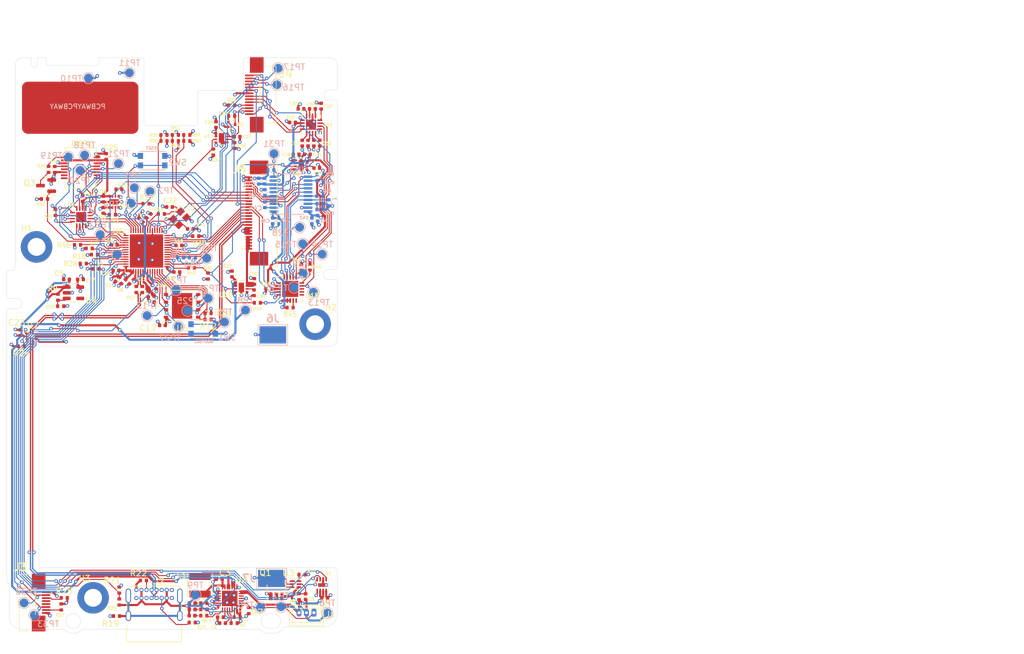
<source format=kicad_pcb>
(kicad_pcb (version 20211014) (generator pcbnew)
  (layers (0 "F.Cu" signal) (1 "In1.Cu" signal) (2 "In2.Cu" signal) (31 "B.Cu" signal) (34 "B.Paste" user) (35 "F.Paste" user) (36 "B.SilkS" user "B.Silkscreen") (37 "F.SilkS" user "F.Silkscreen") (38 "B.Mask" user) (39 "F.Mask" user) (44 "Edge.Cuts" user))
  (property "DATE" "YYYY-MM-DD HH:MM:SS")
  (property "REVISION" "REVISION")
  (property "TAG" "TAG")
  (net 0 "")
  (net 1 "GND")
  (net 2 "VCC")
  (net 3 "+3V3")
  (net 4 "+1V1")
  (net 5 "VBUS")
  (net 6 "DISP_3V3")
  (net 7 "PI_VCC")
  (net 8 "HP_RMT4_3V3")
  (net 9 "DAC_OUTR")
  (net 10 "NTC")
  (net 11 "-BATT")
  (net 12 "+BATT")
  (net 13 "DAC_OUTL")
  (net 14 "PI_I2S_BCK")
  (net 15 "PI_USB_MUXED_D-")
  (net 16 "PI_I2S_DIN")
  (net 17 "PI_USB_MUXED_D+")
  (net 18 "PI_I2S_LRCK")
  (net 19 "SMC_INT")
  (net 20 "PI_DISP_RST")
  (net 21 "SMC_RX_PI_TX")
  (net 22 "PI_DISP_DC")
  (net 23 "SMC_TX_PI_RX")
  (net 24 "PI_DISP_MOSI")
  (net 25 "SMC_PI_I2C_SCL")
  (net 26 "PI_DISP_SCK")
  (net 27 "SMC_PI_I2C_SDA")
  (net 28 "HP_SL_VIDEO")
  (net 29 "DISP_DC")
  (net 30 "DISP_SCK")
  (net 31 "DISP_MOSI")
  (net 32 "DISP_RST")
  (net 33 "SMC_CW_SCK")
  (net 34 "CW_EN1")
  (net 35 "SMC_CW_MOSI")
  (net 36 "CW_EN2")
  (net 37 "HP_SHIELD")
  (net 38 "HP_CLICKER")
  (net 39 "HP_LCK")
  (net 40 "HP_R1_R")
  (net 41 "HP_T_L")
  (net 42 "GNDA")
  (net 43 "SMC_RMT_TX")
  (net 44 "SMC_RMT_RX")
  (net 45 "USB_CC1")
  (net 46 "USB_D+")
  (net 47 "USB_D-")
  (net 48 "USB_CC2")
  (net 49 "/Power/CHRG_TIMER_SET")
  (net 50 "SMC_DISP_BL")
  (net 51 "~{CHRG}")
  (net 52 "~{FG_ALRT}")
  (net 53 "/SMC/~{SMC_USB_BOOT}")
  (net 54 "~{SMC_QSPI_SS}")
  (net 55 "MCU_RUN")
  (net 56 "SMC_USB_MUXED_D+")
  (net 57 "/SMC/SMC_USB_D+")
  (net 58 "SMC_USB_MUXED_D-")
  (net 59 "/SMC/SMC_USB_D-")
  (net 60 "/SMC/~{SMC_CW_CS}")
  (net 61 "USB_DET")
  (net 62 "USB_MUX_SEL")
  (net 63 "DISP_INPUT_SEL")
  (net 64 "PI_LOAD_SWITCH_EN")
  (net 65 "DISP_3V3_EN")
  (net 66 "RMT_3V3_EN")
  (net 67 "PI_DAC_FLT")
  (net 68 "PI_DAC_DEMP")
  (net 69 "PI_DAC_XSMT")
  (net 70 "PI_DAC_FMT")
  (net 71 "PI_AMP_G0")
  (net 72 "PI_AMP_G1")
  (net 73 "PI_AMP_EN")
  (net 74 "/SMC/SMC_SWCLK")
  (net 75 "/SMC/SMC_SWD")
  (net 76 "SMC_I2C_SCL")
  (net 77 "SMC_I2C_SDA")
  (net 78 "SMC_QSPI_SD1")
  (net 79 "SMC_QSPI_SD2")
  (net 80 "SMC_QSPI_SD0")
  (net 81 "SMC_QSPI_SCLK")
  (net 82 "SMC_QSPI_SD3")
  (net 83 "SMC_DISP_DC")
  (net 84 "SMC_DISP_RST")
  (net 85 "SMC_DISP_SCK")
  (net 86 "SMC_DISP_MOSI")
  (net 87 "AUDIO_3V3")
  (net 88 "REG_CE")
  (net 91 "~{CHRG_FLT}")
  (net 92 "~{CHRG_DOK}")
  (net 93 "/Power/CHRG_IN_CURR_SET")
  (net 94 "/Power/CHRG_CURR_SET")
  (net 102 "/Power/PROT_V-")
  (net 103 "/SMC/SMC_XIN")
  (net 112 "/SMC/PI_VCC_EN")
  (net 113 "/Power/PROT_BAT+")
  (net 114 "/Power/PROT_D")
  (net 115 "/Power/PROT_C")
  (net 116 "/Headphone/HP_CLICKER_SPEAKER")
  (net 119 "/SMC/SMC_XOUT_ATTN")
  (net 120 "/SMC/SMC_XOUT")
  (net 121 "/Load Switches/AUDIO_SW_CT")
  (net 122 "/Load Switches/PI_SW_CT")
  (net 123 "/Load Switches/DISP_SW_CT")
  (net 124 "/Load Switches/RMT_SW_CT")
  (net 125 "/Power/CHRG_LX")
  (net 126 "/Power/CHRG_BST")
  (net 127 "/Power/CHRG_CS")
  (net 128 "/Power/CHRG_VL")
  (net 129 "/Audio/DAC_CAPP")
  (net 130 "/Audio/DAC_CAPM")
  (net 131 "/Audio/DAC_VNEG")
  (net 132 "/Audio/DAC_LDOO")
  (net 133 "/Audio/AMP_INR-")
  (net 134 "/Audio/AMP_INL-")
  (net 135 "/Audio/AMP_INR+")
  (net 136 "/Audio/AMP_INL+")
  (net 137 "/Audio/AMP_HPVDD")
  (net 138 "/Audio/AMP_HPVSS")
  (net 139 "/USB/USB_SHIELD")
  (net 140 "/Audio/AMP_CAP+")
  (net 141 "/Audio/AMP_CAP-")
  (net 142 "/Power/CHRG_FLT_LEDK")
  (net 143 "/Power/CHRG_LEDK")
  (net 144 "/Power/CHRG_DOK_LEDK")
  (net 145 "/Display/DISP_LEDK")
  (net 146 "/Display/DISP_CS")
  (net 148 "/Display/DISP_BL_MOS_D")
  (net 150 "/Audio/DAC_SCK")
  (net 151 "/Pi/~{IO_EX_RST}")
  (net 152 "HWID0")
  (net 153 "HWID1")
  (net 154 "Net-(D4-Pad1)")
  (net 155 "HWID2")
  (net 156 "/Pi/PI_VCC_LATCH")
  (net 157 "SMC_LED")
  (footprint "Capacitor_SMD:C_0402_1005Metric" (layer "F.Cu") (at 17.44 22.107 180)
    (fp_text reference "C31")
    (fp_text value "DNI")
  )
  (footprint "Resistor_SMD:R_0402_1005Metric" (layer "F.Cu") (at 20.364646 38.95991 90)
    (fp_text reference "R17")
    (fp_text value "27R")
  )
  (footprint "Resistor_SMD:R_0402_1005Metric" (layer "F.Cu") (at 16.347 26.386)
    (fp_text reference "R36")
    (fp_text value "10k")
  )
  (footprint "Resistor_SMD:R_0402_1005Metric" (layer "F.Cu") (at 4.937 23.742)
    (fp_text reference "R32")
    (fp_text value "10k")
  )
  (footprint "Gigahawk:9774040243R" (layer "F.Cu") (at 3.6 31.8)
    (fp_text reference "H1")
    (fp_text value "9774040243R")
  )
  (footprint "Resistor_SMD:R_0402_1005Metric" (layer "F.Cu") (at 13.325 33.089 180)
    (fp_text reference "R18")
    (fp_text value "10k")
  )
  (footprint "Package_SON:WSON-8-1EP_2x2mm_P0.5mm_EP0.9x1.6mm" (layer "F.Cu") (at 38.007 38.61)
    (fp_text reference "U10")
    (fp_text value "TPS22965TDSGRQ1")
  )
  (footprint "Gigahawk:L_Vishay_IFSC-1515AH_4x4x1.8mm" (layer "F.Cu") (at 31.05 88.7 -90)
    (fp_text reference "L1")
    (fp_text value "1u")
  )
  (footprint "Capacitor_SMD:C_0402_1005Metric" (layer "F.Cu") (at 34.3 87.65 180)
    (fp_text reference "C3")
    (fp_text value "100n")
  )
  (footprint "Package_SON:WSON-6_1.5x1.5mm_P0.5mm" (layer "F.Cu") (at 47.1 88.5)
    (fp_text reference "U3")
    (fp_text value "BQ29728DSER")
  )
  (footprint "Capacitor_SMD:C_0402_1005Metric" (layer "F.Cu") (at 48.8 90.6 -90)
    (fp_text reference "C6")
    (fp_text value "100n")
  )
  (footprint "Resistor_SMD:R_0402_1005Metric" (layer "F.Cu") (at 10.483 31.449)
    (fp_text reference "R46")
    (fp_text value "10k")
  )
  (footprint "Resistor_SMD:R_0402_1005Metric" (layer "F.Cu") (at 48.2 86.9 180)
    (fp_text reference "R11")
    (fp_text value "2.2k")
  )
  (footprint "Capacitor_SMD:C_0402_1005Metric" (layer "F.Cu") (at 27.17 36.03 180)
    (fp_text reference "C15")
    (fp_text value "100n")
  )
  (footprint "Capacitor_SMD:C_0402_1005Metric" (layer "F.Cu") (at 22.361 39.729 90)
    (fp_text reference "C10")
    (fp_text value "100n")
  )
  (footprint "Capacitor_SMD:C_0402_1005Metric" (layer "F.Cu") (at 27.505 31.54 180)
    (fp_text reference "C16")
    (fp_text value "100n")
  )
  (footprint "Gigahawk:QFN-16-1EP_3x3mm_P0.5mm_EP1.7x1.7mm" (layer "F.Cu") (at 49.718 11.248 90)
    (fp_text reference "U14")
    (fp_text value "PAM8908JER")
  )
  (footprint "Capacitor_SMD:C_0402_1005Metric" (layer "F.Cu") (at 29.449 28.773 180)
    (fp_text reference "C21")
    (fp_text value "30p")
  )
  (footprint "Capacitor_SMD:C_0402_1005Metric" (layer "F.Cu") (at 24.749 44.99)
    (fp_text reference "C12")
    (fp_text value "100n")
  )
  (footprint "Resistor_SMD:R_0402_1005Metric" (layer "F.Cu") (at 49.525 35.189 -90)
    (fp_text reference "R44")
    (fp_text value "10k")
  )
  (footprint "Capacitor_SMD:C_0402_1005Metric" (layer "F.Cu") (at 51.408 8.135 90)
    (fp_text reference "C57")
    (fp_text value "1u")
  )
  (footprint "Resistor_SMD:R_0402_1005Metric" (layer "F.Cu") (at 21.558 87.876 180)
    (fp_text reference "R22")
    (fp_text value "5.1k")
  )
  (footprint "Resistor_SMD:R_0402_1005Metric" (layer "F.Cu") (at 32.4 36.7 90)
    (fp_text reference "R35")
    (fp_text value "10k")
  )
  (footprint "Capacitor_SMD:C_0402_1005Metric" (layer "F.Cu") (at 14.817 23.76 90)
    (fp_text reference "C33")
    (fp_text value "10u")
  )
  (footprint "Resistor_SMD:R_0402_1005Metric" (layer "F.Cu") (at 7.201 40.254 90)
    (fp_text reference "R9")
    (fp_text value "10k")
  )
  (footprint "Gigahawk:9774040243R" (layer "F.Cu") (at 50.4 44.8)
    (fp_text reference "H2")
    (fp_text value "9774040243R")
  )
  (footprint "Resistor_SMD:R_0402_1005Metric" (layer "F.Cu") (at 29.6 35.3 180)
    (fp_text reference "R48")
    (fp_text value "1k")
  )
  (footprint "Resistor_SMD:R_0402_1005Metric" (layer "F.Cu") (at 25.005 12.977 180)
    (fp_text reference "R55")
    (fp_text value "DNI")
  )
  (footprint "Capacitor_SMD:C_0402_1005Metric" (layer "F.Cu") (at 37.289 13.27 180)
    (fp_text reference "C37")
    (fp_text value "10u")
  )
  (footprint "Resistor_SMD:R_0402_1005Metric" (layer "F.Cu") (at 17.039 93.866)
    (fp_text reference "R19")
    (fp_text value "DNP")
  )
  (footprint "Resistor_SMD:R_0402_1005Metric" (layer "F.Cu") (at 36.8 95.05 180)
    (fp_text reference "R1")
    (fp_text value "5.9k 2%")
  )
  (footprint "Resistor_SMD:R_0402_1005Metric" (layer "F.Cu") (at 29.75 94.95)
    (fp_text reference "R23")
    (fp_text value "5.1k")
  )
  (footprint "Capacitor_SMD:C_0402_1005Metric" (layer "F.Cu") (at 19.557 37.663 45)
    (fp_text reference "C11")
    (fp_text value "100n")
  )
  (footprint "Gigahawk:OSHW-Logo2_9.8x8mm_Mask" (layer "F.Cu") (at 6.234 8.467)
    (fp_text reference "LOGO1" hide)
    (fp_text value "Logo_Open_Hardware_Large" hide)
  )
  (footprint "LED_SMD:LED_0402_1005Metric" (layer "F.Cu") (at 29.725 93.8 180)
    (fp_text reference "D3")
    (fp_text value "GRN")
  )
  (footprint "Resistor_SMD:R_0402_1005Metric" (layer "F.Cu") (at 28.845 13.987)
    (fp_text reference "R52")
    (fp_text value "10k")
  )
  (footprint "Capacitor_SMD:C_0402_1005Metric" (layer "F.Cu") (at 17.21 37.246 45)
    (fp_text reference "C19")
    (fp_text value "100n")
  )
  (footprint "Resistor_SMD:R_0402_1005Metric" (layer "F.Cu") (at 1.038 48.513 180)
    (fp_text reference "R24")
    (fp_text value "10k")
  )
  (footprint "Gigahawk:USB_C_Receptacle_GCT_USB4085" (layer "F.Cu") (at 20.375 89.475)
    (fp_text reference "J2")
    (fp_text value "USB_C_Receptacle_USB2.0")
  )
  (footprint "Resistor_SMD:R_0402_1005Metric" (layer "F.Cu") (at 40.7 41.2 180)
    (fp_text reference "R49")
    (fp_text value "1k")
  )
  (footprint "Resistor_SMD:R_0402_1005Metric" (layer "F.Cu") (at 39.25 92.95 90)
    (fp_text reference "R7")
    (fp_text value "10k")
  )
  (footprint "Gigahawk:SFV8R2STE1HLF" (layer "F.Cu") (at 3.429 91.598 -90)
    (fp_text reference "J3")
    (fp_text value "SFV8R-2STE1HLF" hide)
  )
  (footprint "Gigahawk:Molex_PicoBlade_53047-0310_1x03_P1.25mm_Vertical" (layer "F.Cu") (at 50.2 93.3 180)
    (fp_text reference "J1")
    (fp_text value "Conn_01x03_Male")
  )
  (footprint "Capacitor_SMD:C_0402_1005Metric" (layer "F.Cu") (at 36.43 36.35 -90)
    (fp_text reference "C27")
    (fp_text value "10u")
  )
  (footprint "Capacitor_SMD:C_0402_1005Metric" (layer "F.Cu") (at 18.209 37.631 45)
    (fp_text reference "C8")
    (fp_text value "100n")
  )
  (footprint "Resistor_SMD:R_0402_1005Metric" (layer "F.Cu") (at 6.778 26.004 -90)
    (fp_text reference "R31")
    (fp_text value "10k")
  )
  (footprint "Capacitor_SMD:C_0402_1005Metric" (layer "F.Cu") (at 14.815 25.661 90)
    (fp_text reference "C28")
    (fp_text value "10u")
  )
  (footprint "Resistor_SMD:R_0402_1005Metric" (layer "F.Cu") (at 28.845 12.977 180)
    (fp_text reference "R51")
    (fp_text value "DNI")
  )
  (footprint "Resistor_SMD:R_0402_1005Metric" (layer "F.Cu") (at 24.57 26.266)
    (fp_text reference "R14")
    (fp_text value "1k")
  )
  (footprint "Capacitor_SMD:C_0402_1005Metric" (layer "F.Cu") (at 23.394411 38.588411 135)
    (fp_text reference "C14")
    (fp_text value "1u")
  )
  (footprint "Gigahawk:Crystal_SMD_2520-4Pin_2.5x2.0mm" (layer "F.Cu") (at 27.660744 26.986307 -135)
    (fp_text reference "Y1")
    (fp_text value "12MHz 20pF")
  )
  (footprint "Resistor_SMD:R_0402_1005Metric" (layer "F.Cu") (at 31.7 93.8)
    (fp_text reference "R6")
    (fp_text value "1k")
  )
  (footprint "Capacitor_SMD:C_0402_1005Metric" (layer "F.Cu") (at 50.683 18.541 180)
    (fp_text reference "C29")
    (fp_text value "DNI")
  )
  (footprint "Package_SON:WSON-8-1EP_2x2mm_P0.5mm_EP0.9x1.6mm" (layer "F.Cu") (at 48.083 17.998)
    (fp_text reference "U9")
    (fp_text value "TPS22965TDSGRQ1")
  )
  (footprint "Resistor_SMD:R_0402_1005Metric" (layer "F.Cu") (at 26.925 12.977 180)
    (fp_text reference "R53")
    (fp_text value "DNI")
  )
  (footprint "Capacitor_SMD:C_0402_1005Metric" (layer "F.Cu") (at 47.208 16.235 180)
    (fp_text reference "C26")
    (fp_text value "10u")
  )
  (footprint "Capacitor_SMD:C_0402_1005Metric" (layer "F.Cu") (at 0.889 46.228 90)
    (fp_text reference "C23")
    (fp_text value "100n")
  )
  (footprint "Capacitor_SMD:C_0402_1005Metric" (layer "F.Cu") (at 21.127 27.301 -45)
    (fp_text reference "C9")
    (fp_text value "100n")
  )
  (footprint "Gigahawk:QFN-20-1EP_4x4mm_P0.5mm_EP2.7x2.7mm" (layer "F.Cu") (at 46.211 38.863 90)
    (fp_text reference "U15")
    (fp_text value "MCP23008-E/ML")
  )
  (footprint "Package_DFN_QFN:UQFN-10_1.4x1.8mm_P0.4mm" (layer "F.Cu") (at 2.782 46.847 90)
    (fp_text reference "U7")
    (fp_text value "NLAS7242MUTBG")
  )
  (footprint "Resistor_SMD:R_0402_1005Metric" (layer "F.Cu") (at 30.345 29.988 180)
    (fp_text reference "R30")
    (fp_text value "10k")
  )
  (footprint "Resistor_SMD:R_0402_1005Metric" (layer "F.Cu") (at 31.7 91.7)
    (fp_text reference "R5")
    (fp_text value "1k")
  )
  (footprint "Package_TO_SOT_SMD:SOT-23-5" (layer "F.Cu") (at 9.801 39.514)
    (fp_text reference "U4")
    (fp_text value "XC6210B332MR")
  )
  (footprint "Resistor_SMD:R_0402_1005Metric" (layer "F.Cu") (at 36.37 9.78)
    (fp_text reference "R29")
    (fp_text value "DNI")
  )
  (footprint "Gigahawk:9774040243R" (layer "F.Cu") (at 13.1 90.8)
    (fp_text reference "H3")
    (fp_text value "9774040243R")
  )
  (footprint "Resistor_SMD:R_0402_1005Metric" (layer "F.Cu") (at 7.661 41.764 180)
    (fp_text reference "R10")
    (fp_text value "DNI")
  )
  (footprint "Package_TO_SOT_SMD:SOT-23" (layer "F.Cu") (at 5.202 21.492 180)
    (fp_text reference "Q3")
    (fp_text value "BSS138")
  )
  (footprint "Capacitor_SMD:C_0402_1005Metric" (layer "F.Cu") (at 15.3 16.6 90)
    (fp_text reference "C25")
    (fp_text value "10u")
  )
  (footprint "Gigahawk:217348395" (layer "F.Cu") (at 41.825 26.107 90)
    (fp_text reference "J5")
    (fp_text value "2-1734839-5" hide)
  )
  (footprint "Package_DFN_QFN:QFN-56-1EP_7x7mm_P0.4mm_EP5.6x5.6mm" (layer "F.Cu") (at 22.069 32.489 180)
    (fp_text reference "U6")
    (fp_text value "RP2040")
  )
  (footprint "Capacitor_SMD:C_0402_1005Metric" (layer "F.Cu") (at 22.459 26.592 -135)
    (fp_text reference "C17")
    (fp_text value "100n")
  )
  (footprint "Capacitor_SMD:C_0402_1005Metric" (layer "F.Cu") (at 49.086 16.23)
    (fp_text reference "C34")
    (fp_text value "10u")
  )
  (footprint "Capacitor_SMD:C_0402_1005Metric" (layer "F.Cu") (at 48.233 14.351 90)
    (fp_text reference "C51")
    (fp_text value "1u")
  )
  (footprint "Capacitor_SMD:C_0402_1005Metric" (layer "F.Cu") (at 51.173 14.351 90)
    (fp_text reference "C50")
    (fp_text value "1u")
  )
  (footprint "Resistor_SMD:R_0402_1005Metric" (layer "F.Cu") (at 47.7 90.6 90)
    (fp_text reference "R8")
    (fp_text value "330R")
  )
  (footprint "Resistor_SMD:R_0402_1005Metric" (layer "F.Cu") (at 21.36127 38.960286 90)
    (fp_text reference "R16")
    (fp_text value "27R")
  )
  (footprint "LED_SMD:LED_0402_1005Metric" (layer "F.Cu") (at 29.74731 92.75 180)
    (fp_text reference "D1")
    (fp_text value "RED")
  )
  (footprint "Gigahawk:SOT-723" (layer "F.Cu") (at 36.385 11.218)
    (fp_text reference "Q2")
    (fp_text value "NTK3139PT1G")
  )
  (footprint "Gigahawk:QFN-28-1EP_4x4mm_P0.4mm_EP2.6x2.6mm" (layer "F.Cu") (at 36.05 90.9)
    (fp_text reference "U2")
    (fp_text value "MAX8903AETI+T")
  )
  (footprint "Resistor_SMD:R_0402_1005Metric" (layer "F.Cu") (at 36.375 7.982 180)
    (fp_text reference "R28")
    (fp_text value "10k")
  )
  (footprint "Capacitor_SMD:C_0402_1005Metric" (layer "F.Cu") (at 16.945 35.75)
    (fp_text reference "C20")
    (fp_text value "1u")
  )
  (footprint "Capacitor_SMD:C_0402_1005Metric" (layer "F.Cu") (at 8.631 37.264)
    (fp_text reference "C5")
    (fp_text value "10u")
  )
  (footprint "Resistor_SMD:R_0402_1005Metric" (layer "F.Cu") (at 26.925 13.987)
    (fp_text reference "R54")
    (fp_text value "10k")
  )
  (footprint "Resistor_SMD:R_0402_1005Metric" (layer "F.Cu") (at 5.628 18.766 90)
    (fp_text reference "R33")
    (fp_text value "10R")
  )
  (footprint "Capacitor_SMD:C_0402_1005Metric" (layer "F.Cu") (at 16.671 31.473)
    (fp_text reference "C18")
    (fp_text value "100n")
  )
  (footprint "Package_SON:WSON-8-1EP_2x2mm_P0.5mm_EP0.9x1.6mm" (layer "F.Cu") (at 16.603 24.231 90)
    (fp_text reference "U11")
    (fp_text value "TPS22965TDSGRQ1")
  )
  (footprint "Resistor_SMD:R_0402_1005Metric" (layer "F.Cu") (at 32.416 43.999 180)
    (fp_text reference "R12")
    (fp_text value "1k")
  )
  (footprint "Gigahawk:WSON-8-1EP_6x5mm_P1.27mm_EP3.4x4.3mm" (layer "F.Cu") (at 28.052 41.711 180)
    (fp_text reference "U5")
    (fp_text value "W25Q128JVS")
  )
  (footprint "Capacitor_SMD:C_0402_1005Metric" (layer "F.Cu") (at 40.19 37.605 -90)
    (fp_text reference "C32")
    (fp_text value "10u")
  )
  (footprint "Resistor_SMD:R_0402_1005Metric" (layer "F.Cu") (at 17.5 91.5 90)
    (fp_text reference "R20")
    (fp_text value "10k")
  )
  (footprint "Gigahawk:DFN-8-1EP_2x2mm_P0.5mm_EP0.6x1.2mm" (layer "F.Cu") (at 51.5 88.65 90)
    (fp_text reference "U1")
    (fp_text value "MAX17048G+T10")
  )
  (footprint "Resistor_SMD:R_0402_1005Metric" (layer "F.Cu") (at 11.453 34.604 180)
    (fp_text reference "R26")
    (fp_text value "100k")
  )
  (footprint "Resistor_SMD:R_0402_1005Metric" (layer "F.Cu") (at 33.295 15.849 90)
    (fp_text reference "R37")
    (fp_text value "10k")
  )
  (footprint "Resistor_SMD:R_0402_1005Metric" (layer "F.Cu") (at 46.198 42.006)
    (fp_text reference "R45")
    (fp_text value "10k")
  )
  (footprint "Resistor_SMD:R_0402_1005Metric" (layer "F.Cu") (at 17.5 89.5 90)
    (fp_text reference "R21")
    (fp_text value "15k")
  )
  (footprint "LED_SMD:LED_0402_1005Metric" (layer "F.Cu") (at 29.755 91.7 180)
    (fp_text reference "D2")
    (fp_text value "BLU")
  )
  (footprint "Gigahawk:QFN-16-1EP_3x3mm_P0.5mm_EP1.7x1.7mm" (layer "F.Cu") (at 11.108 26.788)
    (fp_text reference "U8")
    (fp_text value "RS2299XTQC16")
  )
  (footprint "Resistor_SMD:R_0402_1005Metric" (layer "F.Cu") (at 37.3 94.05 180)
    (fp_text reference "R2")
    (fp_text value "1.6k")
  )
  (footprint "Connector_Molex:Molex_SlimStack_54722-0164_2x08_P0.50mm_Vertical" (layer "F.Cu") (at 11 18.5 -90)
    (fp_text reference "DISP1")
    (fp_text value "STP240320_0200B")
  )
  (footprint "Capacitor_SMD:C_0402_1005Metric" (layer "F.Cu") (at 52 90.8 180)
    (fp_text reference "C1")
    (fp_text value "100n")
  )
  (footprint "Resistor_SMD:R_0402_1005Metric" (layer "F.Cu") (at 48.081 35.237 -90)
    (fp_text reference "R43")
    (fp_text value "10k")
  )
  (footprint "Package_TO_SOT_SMD:SOT-23-6" (layer "F.Cu") (at 43.9 89.4 90)
    (fp_text reference "Q1")
    (fp_text value "DMG9926UDM")
  )
  (footprint "Capacitor_SMD:C_0402_1005Metric" (layer "F.Cu") (at 42.615 38.867)
    (fp_text reference "C58")
    (fp_text value "100n")
  )
  (footprint "Capacitor_SMD:C_0402_1005Metric" (layer "F.Cu") (at 49.953 8.591)
    (fp_text reference "C56")
    (fp_text value "1u")
  )
  (footprint "Capacitor_SMD:C_0402_1005Metric" (layer "F.Cu") (at 25.936 25.083 180)
    (fp_text reference "C22")
    (fp_text value "30p")
  )
  (footprint "Resistor_SMD:R_0402_1005Metric" (layer "F.Cu") (at 7.747 92.331 90)
    (fp_text reference "R27")
    (fp_text value "10k")
  )
  (footprint "Resistor_SMD:R_0402_1005Metric" (layer "F.Cu") (at 12.447 32.056)
    (fp_text reference "R47")
    (fp_text value "10k")
  )
  (footprint "Capacitor_SMD:C_0402_1005Metric" (layer "F.Cu") (at 36.871 14.753 90)
    (fp_text reference "C36")
    (fp_text value "DNI")
  )
  (footprint "Package_SON:WSON-8-1EP_2x2mm_P0.5mm_EP0.9x1.6mm" (layer "F.Cu") (at 34.684 13.474)
    (fp_text reference "U12")
    (fp_text value "TPS22965TDSGRQ1")
  )
  (footprint "Capacitor_SMD:C_0402_1005Metric" (layer "F.Cu") (at 11.349 23.674 -90)
    (fp_text reference "C24")
    (fp_text value "100n")
  )
  (footprint "Capacitor_SMD:C_0402_1005Metric" (layer "F.Cu") (at 34.5 94.05)
    (fp_text reference "C4")
    (fp_text value "1u")
  )
  (footprint "Resistor_SMD:R_0402_1005Metric" (layer "F.Cu") (at 25.005 13.987)
    (fp_text reference "R56")
    (fp_text value "10k")
  )
  (footprint "Capacitor_SMD:C_0402_1005Metric" (layer "F.Cu") (at 23.363 40.576 90)
    (fp_text reference "C13")
    (fp_text value "100n")
  )
  (footprint "Capacitor_SMD:C_0402_1005Metric" (layer "F.Cu") (at 49.213 14.351 90)
    (fp_text reference "C54")
    (fp_text value "1u")
  )
  (footprint "Capacitor_SMD:C_0402_1005Metric" (layer "F.Cu") (at 34.85 95.05)
    (fp_text reference "C2")
    (fp_text value "150n")
  )
  (footprint "Capacitor_SMD:C_0402_1005Metric" (layer "F.Cu") (at 50.193 14.351 90)
    (fp_text reference "C53")
    (fp_text value "1u")
  )
  (footprint "Resistor_SMD:R_0402_1005Metric" (layer "F.Cu") (at 31.69731 92.75)
    (fp_text reference "R4")
    (fp_text value "1k")
  )
  (footprint "Capacitor_SMD:C_0402_1005Metric" (layer "F.Cu") (at 48.033 8.591)
    (fp_text reference "C55")
    (fp_text value "1u")
  )
  (footprint "Resistor_SMD:R_0402_1005Metric" (layer "F.Cu") (at 21.992 24.534 180)
    (fp_text reference "R15")
    (fp_text value "10k")
  )
  (footprint "Capacitor_SMD:C_0402_1005Metric" (layer "F.Cu") (at 33.751 11.232 -90)
    (fp_text reference "C35")
    (fp_text value "10u")
  )
  (footprint "Gigahawk:SFV14R2STE1HLF" (layer "F.Cu") (at 41.117 6.223 90)
    (fp_text reference "J4")
    (fp_text value "SFV14R-2STE1HLF" hide)
  )
  (footprint "Resistor_SMD:R_0402_1005Metric" (layer "F.Cu") (at 32.416 42.968)
    (fp_text reference "R13")
    (fp_text value "10k")
  )
  (footprint "Resistor_SMD:R_0402_1005Metric" (layer "F.Cu") (at 13.624 35.49)
    (fp_text reference "R3")
    (fp_text value "10k")
  )
  (footprint "Capacitor_SMD:C_0402_1005Metric" (layer "F.Cu") (at 10.981 37.264)
    (fp_text reference "C7")
    (fp_text value "10u")
  )
  (footprint "Resistor_SMD:R_0402_1005Metric" (layer "F.Cu") (at 6.656 18.782 -90)
    (fp_text reference "R34")
    (fp_text value "10k")
  )
  (footprint "Capacitor_SMD:C_0402_1005Metric" (layer "F.Cu") (at 46.613 10.881)
    (fp_text reference "C52")
    (fp_text value "2.2u")
  )
  (footprint "Capacitor_SMD:C_0402_1005Metric" (layer "F.Cu") (at 40.133 39.508 90)
    (fp_text reference "C30")
    (fp_text value "DNI")
  )
  (footprint "Resistor_SMD:R_0402_1005Metric" (layer "F.Cu") (at 8.257 90.805)
    (fp_text reference "R25")
    (fp_text value "10k")
  )
  (footprint "TestPoint:TestPoint_Pad_D1.5mm" (layer "B.Cu") (at 32.2 33.7 180)
    (fp_text reference "TP34")
    (fp_text value "TestPoint")
  )
  (footprint "TestPoint:TestPoint_Pad_D1.5mm" (layer "B.Cu") (at 17.138 33.062 180)
    (fp_text reference "TP23")
    (fp_text value "TestPoint")
  )
  (footprint "TestPoint:TestPoint_Pad_D1.5mm" (layer "B.Cu") (at 50.129 39.424 180)
    (fp_text reference "TP13")
    (fp_text value "TestPoint")
  )
  (footprint "TestPoint:TestPoint_Pad_D1.5mm" (layer "B.Cu") (at 51.589 33.034 180)
    (fp_text reference "TP14")
    (fp_text value "TestPoint")
  )
  (footprint "TestPoint:TestPoint_Pad_D1.5mm" (layer "B.Cu") (at 22.161 43.352 180)
    (fp_text reference "TP12")
    (fp_text value "TestPoint")
  )
  (footprint "TestPoint:TestPoint_Pad_D1.5mm" (layer "B.Cu") (at 8.935 16.661 180)
    (fp_text reference "TP19")
    (fp_text value "TestPoint")
  )
  (footprint "Gigahawk:SW_Push_1P1T_NO_CK_KMR2" (layer "B.Cu") (at 31.6 45.6)
    (fp_text reference "SW1")
    (fp_text value "SW_Push")
  )
  (footprint "TestPoint:TestPoint_Pad_D1.5mm" (layer "B.Cu") (at 44.683 92.291 180)
    (fp_text reference "TP7")
    (fp_text value "TestPoint")
  )
  (footprint "TestPoint:TestPoint_Pad_D1.5mm" (layer "B.Cu") (at 32.446 40.436 180)
    (fp_text reference "TP26")
    (fp_text value "TestPoint")
  )
  (footprint "TestPoint:TestPoint_Pad_D1.5mm" (layer "B.Cu") (at 30.303 90.33 180)
    (fp_text reference "TP9")
    (fp_text value "TestPoint")
  )
  (footprint "Gigahawk:S705142R" (layer "B.Cu") (at 43.059 87.531 180)
    (fp_text reference "J7")
    (fp_text value "S7051-42R" hide)
  )
  (footprint "TestPoint:TestPoint_Pad_D1.5mm" (layer "B.Cu") (at 47.806 28.504 180)
    (fp_text reference "TP28")
    (fp_text value "TestPoint")
  )
  (footprint "LED_SMD:LED_0402_1005Metric" (layer "B.Cu") (at 27.8 33.6 180)
    (fp_text reference "D4")
    (fp_text value "GRN")
  )
  (footprint "TestPoint:TestPoint_Pad_D1.5mm" (layer "B.Cu") (at 19.504 24.47 180)
    (fp_text reference "TP4")
    (fp_text value "TestPoint")
  )
  (footprint "Capacitor_SMD:C_0402_1005Metric" (layer "B.Cu") (at 43.276 27.419 -90)
    (fp_text reference "C38")
    (fp_text value "10u")
  )
  (footprint "TestPoint:TestPoint_Pad_D1.5mm" (layer "B.Cu") (at 22.656 22.48 180)
    (fp_text reference "TP2")
    (fp_text value "TestPoint")
  )
  (footprint "TestPoint:TestPoint_Pad_D1.5mm" (layer "B.Cu") (at 17.358 17.802 180)
    (fp_text reference "TP21")
    (fp_text value "TestPoint")
  )
  (footprint "Resistor_SMD:R_0402_1005Metric" (layer "B.Cu") (at 51.224 20.643 180)
    (fp_text reference "R38")
    (fp_text value "10k")
  )
  (footprint "TestPoint:TestPoint_Pad_D1.5mm" (layer "B.Cu") (at 44.2 1.767 180)
    (fp_text reference "TP17")
    (fp_text value "TestPoint")
  )
  (footprint "TestPoint:TestPoint_Pad_D1.5mm" (layer "B.Cu") (at 41.223 92.425 180)
    (fp_text reference "TP5")
    (fp_text value "TestPoint")
  )
  (footprint "TestPoint:TestPoint_Pad_D1.5mm" (layer "B.Cu") (at 46.853 38.624 180)
    (fp_text reference "TP30")
    (fp_text value "TestPoint")
  )
  (footprint "Capacitor_SMD:C_0402_1005Metric" (layer "B.Cu") (at 41.959 22.662 90)
    (fp_text reference "C46")
    (fp_text value "2.2u")
  )
  (footprint "TestPoint:TestPoint_Pad_D1.5mm" (layer "B.Cu") (at 27.429 45.207 180)
    (fp_text reference "TP27")
    (fp_text value "TestPoint")
  )
  (footprint "TestPoint:TestPoint_Pad_D1.5mm" (layer "B.Cu") (at 35.174 44.434 180)
    (fp_text reference "TP1")
    (fp_text value "TestPoint")
  )
  (footprint "TestPoint:TestPoint_Pad_D1.5mm" (layer "B.Cu") (at 28.978 42.522 180)
    (fp_text reference "TP25")
    (fp_text value "TestPoint")
  )
  (footprint "Gigahawk:SW_Push_1P1T_NO_CK_KMR2" (layer "B.Cu") (at 23.1 17.3 180)
    (fp_text reference "SW2")
    (fp_text value "SW_Push")
  )
  (footprint "Resistor_SMD:R_0402_1005Metric" (layer "B.Cu") (at 51.23 19.619 180)
    (fp_text reference "R39")
    (fp_text value "10k")
  )
  (footprint "Resistor_SMD:R_0402_1005Metric" (layer "B.Cu") (at 51.205 23.255 180)
    (fp_text reference "R42")
    (fp_text value "10k")
  )
  (footprint "Capacitor_SMD:C_0402_1005Metric" (layer "B.Cu") (at 44.252 27.418 -90)
    (fp_text reference "C39")
    (fp_text value "100n")
  )
  (footprint "TestPoint:TestPoint_Pad_D1.5mm" (layer "B.Cu") (at 12.313 3.409 180)
    (fp_text reference "TP10")
    (fp_text value "TestPoint")
  )
  (footprint "TestPoint:TestPoint_Pad_D1.5mm" (layer "B.Cu") (at 20.023 21.85 180)
    (fp_text reference "TP3")
    (fp_text value "TestPoint")
  )
  (footprint "Capacitor_SMD:C_0402_1005Metric" (layer "B.Cu") (at 41.903 20.739 90)
    (fp_text reference "C40")
    (fp_text value "10u")
  )
  (footprint "TestPoint:TestPoint_Pad_D1.5mm" (layer "B.Cu") (at 52.448 93.335 180)
    (fp_text reference "TP6")
    (fp_text value "TestPoint")
  )
  (footprint "TestPoint:TestPoint_Pad_D1.5mm" (layer "B.Cu") (at 1.49 91.657 180)
    (fp_text reference "TP32")
    (fp_text value "TestPoint")
  )
  (footprint "TestPoint:TestPoint_Pad_D1.5mm" (layer "B.Cu") (at 3.224 93.735 180)
    (fp_text reference "TP33")
    (fp_text value "TestPoint")
  )
  (footprint "Resistor_SMD:R_0402_1005Metric" (layer "B.Cu") (at 42.966 18.871)
    (fp_text reference "R40")
    (fp_text value "10k")
  )
  (footprint "Resistor_SMD:R_0402_1005Metric" (layer "B.Cu") (at 29.79 33.6)
    (fp_text reference "R50")
    (fp_text value "470R")
  )
  (footprint "TestPoint:TestPoint_Pad_D1.5mm" (layer "B.Cu") (at 48.409 36.265 180)
    (fp_text reference "TP29")
    (fp_text value "TestPoint")
  )
  (footprint "TestPoint:TestPoint_Pad_D1.5mm" (layer "B.Cu") (at 27.042 39.046 180)
    (fp_text reference "TP24")
    (fp_text value "TestPoint")
  )
  (footprint "TestPoint:TestPoint_Pad_D1.5mm" (layer "B.Cu") (at 43.985 4.533 180)
    (fp_text reference "TP16")
    (fp_text value "TestPoint")
  )
  (footprint "Capacitor_SMD:C_0402_1005Metric" (layer "B.Cu") (at 40.908 20.747 90)
    (fp_text reference "C41")
    (fp_text value "100n")
  )
  (footprint "TestPoint:TestPoint_Pad_D1.5mm" (layer "B.Cu") (at 10.924 18.941 180)
    (fp_text reference "TP20")
    (fp_text value "TestPoint")
  )
  (footprint "Package_SO:TSSOP-20_4.4x6.5mm_P0.65mm" (layer "B.Cu") (at 46.344 22.928)
    (fp_text reference "U13")
    (fp_text value "PCM5102APWR")
  )
  (footprint "Capacitor_SMD:C_0402_1005Metric" (layer "B.Cu") (at 41.959 24.721 90)
    (fp_text reference "C45")
    (fp_text value "2.2u")
  )
  (footprint "Gigahawk:S705142R" (layer "B.Cu") (at 43.294 46.592 180)
    (fp_text reference "J6")
    (fp_text value "S7051-42R" hide)
  )
  (footprint "Capacitor_SMD:C_0402_1005Metric" (layer "B.Cu") (at 49.853 27.419 -90)
    (fp_text reference "C42")
    (fp_text value "10u")
  )
  (footprint "Resistor_SMD:R_0402_1005Metric" (layer "B.Cu") (at 52.686 24.393 90)
    (fp_text reference "R41")
    (fp_text value "10k")
  )
  (footprint "TestPoint:TestPoint_Pad_D1.5mm" (layer "B.Cu") (at 14.296 29.726 180)
    (fp_text reference "TP22")
    (fp_text value "TestPoint")
  )
  (footprint "TestPoint:TestPoint_Pad_D1.5mm" (layer "B.Cu") (at 19.207 2.526 180)
    (fp_text reference "TP11")
    (fp_text value "TestPoint")
  )
  (footprint "Capacitor_SMD:C_0402_1005Metric" (layer "B.Cu") (at 50.836 26.99 -90)
    (fp_text reference "C43")
    (fp_text value "100n")
  )
  (footprint "TestPoint:TestPoint_Pad_D1.5mm" (layer "B.Cu") (at 48.309 31.264 180)
    (fp_text reference "TP15")
    (fp_text value "TestPoint")
  )
  (footprint "TestPoint:TestPoint_Pad_D1.5mm" (layer "B.Cu") (at 43.491 16.129 180)
    (fp_text reference "TP31")
    (fp_text value "TestPoint")
  )
  (footprint "Capacitor_SMD:C_0402_1005Metric" (layer "B.Cu") (at 51.207 24.533)
    (fp_text reference "C48")
    (fp_text value "10u")
  )
  (footprint "Capacitor_SMD:C_0402_1005Metric" (layer "B.Cu") (at 51.206 25.512)
    (fp_text reference "C49")
    (fp_text value "100n")
  )
  (footprint "TestPoint:TestPoint_Pad_D1.5mm" (layer "B.Cu") (at 11.674 16.365 180)
    (fp_text reference "TP18")
    (fp_text value "TestPoint")
  )
  (footprint "TestPoint:TestPoint_Pad_D1.5mm" (layer "B.Cu") (at 38.7 42.431 180)
    (fp_text reference "TP8")
    (fp_text value "TestPoint")
  )
  (gr_arc (start -1.117157 88.348157) (mid -1.030448 88.477926) (end -1 88.631) (layer "Edge.Cuts") (width 0.05))
  (gr_line (start 5.6 1.3) (end 13.65 1.3) (layer "Edge.Cuts") (width 0.05))
  (gr_line (start -1.4 42.2) (end 0.3 42.2) (layer "Edge.Cuts") (width 0.05))
  (gr_line (start 2.7 1.1) (end 2.7 0) (layer "Edge.Cuts") (width 0.05))
  (gr_line (start 3.7 1.1) (end 3.7 0) (layer "Edge.Cuts") (width 0.05))
  (gr_line (start 5.2 0) (end 5.2 0.9) (layer "Edge.Cuts") (width 0.05))
  (gr_line (start -1 88.631) (end -1 93.9) (layer "Edge.Cuts") (width 0.05))
  (gr_arc (start 21.25 0) (mid 21.532843 0.117157) (end 21.65 0.4) (layer "Edge.Cuts") (width 0.05))
  (gr_arc (start 52.75 7.1) (mid 51.9 6.25) (end 52.75 5.4) (layer "Edge.Cuts") (width 0.05))
  (gr_line (start 1.2 96.1) (end 8.218 96.1) (layer "Edge.Cuts") (width 0.05))
  (gr_line (start 39 96.1) (end 41.05 96.1) (layer "Edge.Cuts") (width 0.05))
  (gr_line (start -1.4 40.5) (end 0.3 40.5) (layer "Edge.Cuts") (width 0.05))
  (gr_line (start -1 35.7) (end -0.4 35.7) (layer "Edge.Cuts") (width 0.05))
  (gr_arc (start 54.1 47.3) (mid 53.748528 48.148528) (end 52.9 48.5) (layer "Edge.Cuts") (width 0.05))
  (gr_arc (start 5.6 1.3) (mid 5.317157 1.182843) (end 5.2 0.9) (layer "Edge.Cuts") (width 0.05))
  (gr_arc (start -1.282843 88.182843) (mid -1.369552 88.053074) (end -1.4 87.9) (layer "Edge.Cuts") (width 0.05))
  (gr_arc (start -1.4 36.1) (mid -1.282843 35.817157) (end -1 35.7) (layer "Edge.Cuts") (width 0.05))
  (gr_line (start 11.282 96.1) (end 39 96.1) (layer "Edge.Cuts") (width 0.05))
  (gr_line (start 42.582 95.95) (end 43.382 95.95) (layer "Edge.Cuts") (width 0.05))
  (gr_arc (start 52.65 37.3) (mid 51.8 36.45) (end 52.65 35.6) (layer "Edge.Cuts") (width 0.05))
  (gr_line (start 22.05 11.42) (end 30.3 11.42) (layer "Edge.Cuts") (width 0.05))
  (gr_arc (start 52.9 0) (mid 53.748528 0.351472) (end 54.1 1.2) (layer "Edge.Cuts") (width 0.05))
  (gr_arc (start 30.7 11.02) (mid 30.582843 11.302843) (end 30.3 11.42) (layer "Edge.Cuts") (width 0.05))
  (gr_line (start 1.2 0) (end 2.7 0) (layer "Edge.Cuts") (width 0.05))
  (gr_arc (start 30.7 5.95) (mid 30.817157 5.667157) (end 31.1 5.55) (layer "Edge.Cuts") (width 0.05))
  (gr_line (start 30.7 5.95) (end 30.7 11.02) (layer "Edge.Cuts") (width 0.05))
  (gr_arc (start 22.05 11.42) (mid 21.767157 11.302843) (end 21.65 11.02) (layer "Edge.Cuts") (width 0.05))
  (gr_line (start 52.9 48.5) (end 4.4 48.5) (layer "Edge.Cuts") (width 0.05))
  (gr_arc (start 43.382 93.45) (mid 44.632 94.7) (end 43.382 95.95) (layer "Edge.Cuts") (width 0.05))
  (gr_arc (start 42.582 95.95) (mid 41.332 94.7) (end 42.582 93.45) (layer "Edge.Cuts") (width 0.05))
  (gr_line (start 52.75 5.4) (end 54.1 5.4) (layer "Edge.Cuts") (width 0.05))
  (gr_line (start 4.4 85.75) (end 53.7 85.75) (layer "Edge.Cuts") (width 0.05))
  (gr_arc (start 4.4 85.75) (mid 4.117157 85.632843) (end 4 85.35) (layer "Edge.Cuts") (width 0.05))
  (gr_line (start -1.4 42.2) (end -1.4 87.9) (layer "Edge.Cuts") (width 0.05))
  (gr_circle (center 9.75 94.7) (end 8.5 94.7) (layer "Edge.Cuts") (width 0.05) (fill none))
  (gr_line (start 31.1 5.55) (end 37.95 5.55) (layer "Edge.Cuts") (width 0.05))
  (gr_line (start 54.1 1.2) (end 54.1 5.4) (layer "Edge.Cuts") (width 0.05))
  (gr_line (start -1.283 88.183) (end -1.117 88.349) (layer "Edge.Cuts") (width 0.05))
  (gr_line (start 54.1 37.3) (end 54.1 47.3) (layer "Edge.Cuts") (width 0.05))
  (gr_arc (start 38.35 5.15) (mid 38.232843 5.432843) (end 37.95 5.55) (layer "Edge.Cuts") (width 0.05))
  (gr_line (start 3.7 0) (end 5.2 0) (layer "Edge.Cuts") (width 0.05))
  (gr_arc (start 3.7 1.1) (mid 3.2 1.6) (end 2.7 1.1) (layer "Edge.Cuts") (width 0.05))
  (gr_line (start 0 35.3) (end 0 1.2) (layer "Edge.Cuts") (width 0.05))
  (gr_line (start 54.1 86.15) (end 54.1 93.5) (layer "Edge.Cuts") (width 0.05))
  (gr_arc (start 45.200144 95.699988) (mid 44.438089 96.486141) (end 43.382 96.775) (layer "Edge.Cuts") (width 0.05))
  (gr_line (start 21.65 11.02) (end 21.65 0.4) (layer "Edge.Cuts") (width 0.05))
  (gr_line (start 38.35 0.4) (end 38.35 5.15) (layer "Edge.Cuts") (width 0.05))
  (gr_line (start 38.75 0) (end 52.9 0) (layer "Edge.Cuts") (width 0.05))
  (gr_line (start 4 48.9) (end 4 85.35) (layer "Edge.Cuts") (width 0.05))
  (gr_arc (start 53.7 85.75) (mid 53.982843 85.867157) (end 54.1 86.15) (layer "Edge.Cuts") (width 0.05))
  (gr_line (start 42.582 96.775) (end 43.382 96.775) (layer "Edge.Cuts") (width 0.05))
  (gr_arc (start 38.35 0.4) (mid 38.467157 0.117157) (end 38.75 0) (layer "Edge.Cuts") (width 0.05))
  (gr_line (start 45.2 95.7) (end 51.9 95.7) (layer "Edge.Cuts") (width 0.05))
  (gr_arc (start 14.05 0.9) (mid 13.932843 1.182843) (end 13.65 1.3) (layer "Edge.Cuts") (width 0.05))
  (gr_arc (start 4 48.9) (mid 4.117157 48.617157) (end 4.4 48.5) (layer "Edge.Cuts") (width 0.05))
  (gr_line (start 52.75 7.1) (end 54.1 7.1) (layer "Edge.Cuts") (width 0.05))
  (gr_arc (start 54.1 93.5) (mid 53.455635 95.055635) (end 51.9 95.7) (layer "Edge.Cuts") (width 0.05))
  (gr_line (start 54.1 7.1) (end 54.1 35.6) (layer "Edge.Cuts") (width 0.05))
  (gr_line (start 14.05 0) (end 14.05 0.9) (layer "Edge.Cuts") (width 0.05))
  (gr_line (start 42.582 93.45) (end 43.382 93.45) (layer "Edge.Cuts") (width 0.05))
  (gr_line (start 52.65 37.3) (end 54.1 37.3) (layer "Edge.Cuts") (width 0.05))
  (gr_line (start 52.65 35.6) (end 54.1 35.6) (layer "Edge.Cuts") (width 0.05))
  (gr_arc (start 0.3 40.5) (mid 1.15 41.35) (end 0.3 42.2) (layer "Edge.Cuts") (width 0.05))
  (gr_line (start 14.05 0) (end 21.25 0) (layer "Edge.Cuts") (width 0.05))
  (gr_line (start -1.4 36.1) (end -1.4 40.5) (layer "Edge.Cuts") (width 0.05))
  (gr_arc (start 0 1.2) (mid 0.351472 0.351472) (end 1.2 0) (layer "Edge.Cuts") (width 0.05))
  (gr_arc (start 42.581683 96.775337) (mid 41.744731 96.598948) (end 41.05 96.1) (layer "Edge.Cuts") (width 0.05))
  (gr_arc (start 11.281573 96.100467) (mid 9.749684 96.775337) (end 8.218 96.1) (layer "Edge.Cuts") (width 0.05))
  (gr_arc (start 1.2 96.1) (mid -0.355635 95.455635) (end -1 93.9) (layer "Edge.Cuts") (width 0.05))
  (gr_arc (start 0 35.3) (mid -0.117157 35.582843) (end -0.4 35.7) (layer "Edge.Cuts") (width 0.05))
  (gr_text "PCBWAYPCBWAY\n" (at 10.5 8.2) (layer "B.SilkS") (effects (font (size 0.8 0.8)) (justify mirror)))
  (gr_text "RESET" (at 23.1 15.2) (layer "B.SilkS") (effects (font (size 0.5 0.5) (thickness 0.125)) (justify mirror)))
  (gr_text "BOOTSEL" (at 31.7 47.7) (layer "B.SilkS") (effects (font (size 0.5 0.5) (thickness 0.125)) (justify mirror)))
  (segment (start 6.656 19.292) (end 6.656 19.772) (width 0.35) (layer "F.Cu") (net 1))
  (segment (start 30.308 40.26) (end 30.332 40.236) (width 0.35) (layer "F.Cu") (net 1))
  (segment (start 47.97 16.78) (end 47.688 16.498) (width 0.35) (layer "F.Cu") (net 1))
  (segment (start 34.02 94.892) (end 33.872 95.04) (width 0.35) (layer "F.Cu") (net 1))
  (segment (start 45.711 40.813) (end 45.211 40.813) (width 0.35) (layer "F.Cu") (net 1))
  (segment (start 43.48648 38.106519) (end 43.742961 38.363) (width 0.35) (layer "F.Cu") (net 1))
  (segment (start 43.451921 38.106519) (end 43.48648 38.106519) (width 0.35) (layer "F.Cu") (net 1))
  (segment (start 38.286 29.107) (end 38.276 29.097) (width 0.35) (layer "F.Cu") (net 1))
  (segment (start 24.269 44.733) (end 23.901 44.365) (width 0.35) (layer "F.Cu") (net 1))
  (segment (start 14.987 26.141) (end 15.376 26.53) (width 0.35) (layer "F.Cu") (net 1))
  (segment (start 37.81 92.2775) (end 37.95298 92.13452) (width 0.35) (layer "F.Cu") (net 1))
  (segment (start 37.147 5.973) (end 39.342 5.973) (width 0.35) (layer "F.Cu") (net 1))
  (segment (start 24.892 25.083) (end 24.785 24.976) (width 0.35) (layer "F.Cu") (net 1))
  (segment (start 47.553 8.112) (end 47.868 7.797) (width 0.35) (layer "F.Cu") (net 1))
  (segment (start 37.81 94.05) (end 37.81 93.828) (width 0.35) (layer "F.Cu") (net 1))
  (segment (start 16.11897 36.324) (end 16.251 36.324) (width 0.35) (layer "F.Cu") (net 1))
  (segment (start 16.251 36.324) (end 16.465 36.11) (width 0.35) (layer "F.Cu") (net 1))
  (segment (start 27.041 15.567) (end 27.435 15.173) (width 0.35) (layer "F.Cu") (net 1))
  (segment (start 12.815 33.089) (end 12.266 33.089) (width 0.35) (layer "F.Cu") (net 1))
  (segment (start 33.751 10.276) (end 33.504 10.029) (width 0.35) (layer "F.Cu") (net 1))
  (segment (start 25.515 13.987) (end 25.515 14.808) (width 0.35) (layer "F.Cu") (net 1))
  (segment (start 34.684 13.474) (end 34.684 14.768) (width 0.35) (layer "F.Cu") (net 1))
  (segment (start 10.858 29.158) (end 10.849 29.167) (width 0.35) (layer "F.Cu") (net 1))
  (segment (start 17.583 23.281) (end 17.74 23.438) (width 0.35) (layer "F.Cu") (net 1))
  (segment (start 8.25 17.75) (end 7.382 17.75) (width 0.35) (layer "F.Cu") (net 1))
  (segment (start 6.1395 20.542) (end 6.1395 20.2885) (width 0.35) (layer "F.Cu") (net 1))
  (segment (start 14.817 24.24) (end 14.137 24.24) (width 0.35) (layer "F.Cu") (net 1))
  (segment (start 23.748881 39.26958) (end 23.733822 39.254521) (width 0.35) (layer "F.Cu") (net 1))
  (segment (start 37.28452 93.30252) (end 37.28452 92.8375) (width 0.35) (layer "F.Cu") (net 1))
  (segment (start 17.628589 37.970411) (end 17.357 38.242) (width 0.35) (layer "F.Cu") (net 1))
  (segment (start 34.04 89.378989) (end 34.1125 89.451489) (width 0.35) (layer "F.Cu") (net 1))
  (segment (start 5.204 93.348) (end 5.402 93.348) (width 0.35) (layer "F.Cu") (net 1))
  (segment (start 43.742961 38.363) (end 44.261 38.363) (width 0.35) (layer "F.Cu") (net 1))
  (segment (start 52.257 88.65) (end 52.266 88.641) (width 0.35) (layer "F.Cu") (net 1))
  (segment (start 45.211 40.813) (end 44.907 40.813) (width 0.35) (layer "F.Cu") (net 1))
  (segment (start 51.408 7.655) (end 50.759 7.655) (width 0.35) (layer "F.Cu") (net 1))
  (segment (start 42.135 38.867) (end 42.135 39.376) (width 0.35) (layer "F.Cu") (net 1))
  (segment (start 42.5025 90.09) (end 42.95 90.5375) (width 0.35) (layer "F.Cu") (net 1))
  (segment (start 51.163 18.246) (end 50.878 17.961) (width 0.35) (layer "F.Cu") (net 1))
  (segment (start 48.083 18.921) (end 48.083 17.998) (width 0.35) (layer "F.Cu") (net 1))
  (segment (start 17.869589 37.970411) (end 17.628589 37.970411) (width 0.35) (layer "F.Cu") (net 1))
  (segment (start 6.1395 20.542) (end 6.1395 21.1245) (width 0.35) (layer "F.Cu") (net 1))
  (segment (start 30.308 40.274) (end 30.308 40.26) (width 0.35) (layer "F.Cu") (net 1))
  (segment (start 28.58754 31.54) (end 28.66 31.46754) (width 0.35) (layer "F.Cu") (net 1))
  (segment (start 16.603 24.231) (end 17.886 24.231) (width 0.35) (layer "F.Cu") (net 1))
  (segment (start 50.193 14.831) (end 50.193 15.383) (width 0.35) (layer "F.Cu") (net 1))
  (segment (start 28.774437 26.862563) (end 29.059563 26.862563) (width 0.35) (layer "F.Cu") (net 1))
  (segment (start 30.733 94.95) (end 30.738 94.945) (width 0.35) (layer "F.Cu") (net 1))
  (segment (start 22.798411 26.252589) (end 22.490589 26.252589) (width 0.35) (layer "F.Cu") (net 1))
  (segment (start 39.275 29.107) (end 39.275 29.041) (width 0.35) (layer "F.Cu") (net 1))
  (segment (start 49.033 18.91) (end 49.033 18.748) (width 0.35) (layer "F.Cu") (net 1))
  (segment (start 8.6635 39.514) (end 9.564 39.514) (width 0.35) (layer "F.Cu") (net 1))
  (segment (start 37.25 92.8375) (end 37.25 92.116) (width 0.2) (layer "F.Cu") (net 1))
  (segment (start 44.907 40.813) (end 44.603 41.117) (width 0.35) (layer "F.Cu") (net 1))
  (segment (start 23.363 41.412) (end 23.197 41.578) (width 0.35) (layer "F.Cu") (net 1))
  (segment (start 39.275 29.107) (end 39.275 29.59748) (width 0.35) (layer "F.Cu") (net 1))
  (segment (start 14.67 17.75) (end 13.75 17.75) (width 0.35) (layer "F.Cu") (net 1))
  (segment (start 36.91 6.21) (end 37.147 5.973) (width 0.35) (layer "F.Cu") (net 1))
  (segment (start 15.837 26.386) (end 15.52 26.386) (width 0.35) (layer "F.Cu") (net 1))
  (segment (start 40.133 39.988) (end 39.823 39.988) (width 0.35) (layer "F.Cu") (net 1))
  (segment (start 38.548 28.825) (end 38.564 28.825) (width 0.35) (layer "F.Cu") (net 1))
  (segment (start 0.06 45.68) (end 0.128 45.748) (width 0.35) (layer "F.Cu") (net 1))
  (segment (start 7.382 17.75) (end 7.206 17.574) (width 0.35) (layer "F.Cu") (net 1))
  (segment (start 14.354991 16.12) (end 13.75 16.724991) (width 0.35) (layer "F.Cu") (net 1))
  (segment (start 3.681 47.3775) (end 4.052984 47.749484) (width 0.35) (layer "F.Cu") (net 1))
  (segment (start 29.916 14.548) (end 29.355 13.987) (width 0.35) (layer "F.Cu") (net 1))
  (segment (start 47.553 8.591) (end 47.553 8.112) (width 0.35) (layer "F.Cu") (net 1))
  (segment (start 3.677 23.742) (end 3.631 23.788) (width 0.35) (layer "F.Cu") (net 1))
  (segment (start 14.79 17.87) (end 14.67 17.75) (width 0.35) (layer "F.Cu") (net 1))
  (segment (start 37.81 94.05) (end 37.81 92.2775) (width 0.35) (layer "F.Cu") (net 1))
  (segment (start 14.776 15.53) (end 14.776 15.596) (width 0.35) (layer "F.Cu") (net 1))
  (segment (start 17.886 24.231) (end 17.889 24.234) (width 0.35) (layer "F.Cu") (net 1))
  (segment (start 17.357 38.297) (end 17.39 38.33) (width 0.35) (layer "F.Cu") (net 1))
  (segment (start 39.823 39.988) (end 39.44 40.371) (width 0.35) (layer "F.Cu") (net 1))
  (segment (start 23.92 44.365) (end 23.946 44.339) (width 0.35) (layer "F.Cu") (net 1))
  (segment (start 37.769 13.27) (end 37.769 14.139) (width 0.35) (layer "F.Cu") (net 1))
  (segment (start 34.02 94.05) (end 34.02 94.892) (width 0.35) (layer "F.Cu") (net 1))
  (segment (start 34.1125 89.7) (end 34.1125 90.06548) (width 0.35) (layer "F.Cu") (net 1))
  (segment (start 37.454 15.233) (end 37.589 15.368) (width 0.35) (layer "F.Cu") (net 1))
  (segment (start 29.929 28.773) (end 30.646 28.773) (width 0.35) (layer "F.Cu") (net 1))
  (segment (start 20.787589 26.448895) (end 20.787589 26.961589) (width 0.35) (layer "F.Cu") (net 1))
  (segment (start 15.52 26.386) (end 15.376 26.53) (width 0.35) (layer "F.Cu") (net 1))
  (segment (start 21.048 87.876) (end 21.024 87.876) (width 0.35) (layer "F.Cu") (net 1))
  (segment (start 34.1125 89.451489) (end 34.1125 89.7) (width 0.35) (layer "F.Cu") (net 1))
  (segment (start 8.151 36.699) (end 8.151 37.264) (width 0.35) (layer "F.Cu") (net 1))
  (segment (start 22.547 40.842) (end 22.571 40.866) (width 0.35) (layer "F.Cu") (net 1))
  (segment (start 36.871 15.233) (end 37.454 15.233) (width 0.35) (layer "F.Cu") (net 1))
  (segment (start 15.648 31.473) (end 15.634 31.459) (width 0.35) (layer "F.Cu") (net 1))
  (segment (start 47.97 16.78) (end 48.083 16.893) (width 0.35) (layer "F.Cu") (net 1))
  (segment (start 38.007 38.61) (end 38.007 39.882) (width 0.35) (layer "F.Cu") (net 1))
  (segment (start 19.217589 38.002411) (end 19.097589 38.002411) (width 0.35) (layer "F.Cu") (net 1))
  (segment (start 17.357 38.242) (end 17.357 38.297) (width 0.35) (layer "F.Cu") (net 1))
  (segment (start 37.558 95.05) (end 37.899 94.709) (width 0.35) (layer "F.Cu") (net 1))
  (segment (start 31.71 37.21) (end 31.7 37.2) (width 0.35) (layer "F.Cu") (net 1))
  (segment (start 25.456 25.083) (end 24.892 25.083) (width 0.35) (layer "F.Cu") (net 1))
  (segment (start 10.671652 22.271652) (end 11.349 22.949) (width 0.35) (layer "F.Cu") (net 1))
  (segment (start 46.211 40.813) (end 45.711 40.813) (width 0.35) (layer "F.Cu") (net 1))
  (segment (start 23.069 29.0515) (end 23.069 29.772) (width 0.2) (layer "F.Cu") (net 1))
  (segment (start 6.1395 21.1245) (end 6.062 21.202) (width 0.35) (layer "F.Cu") (net 1))
  (segment (start 33.295 16.51) (end 32.794 17.011) (width 0.35) (layer "F.Cu") (net 1))
  (segment (start 42.135 39.376) (end 41.9 39.611) (width 0.35) (layer "F.Cu") (net 1))
  (segment (start 48.462 19.3) (end 48.083 18.921) (width 0.35) (layer "F.Cu") (net 1))
  (segment (start 1.77 46.2035) (end 1.966489 46.399989) (width 0.35) (layer "F.Cu") (net 1))
  (segment (start 4.052984 47.749484) (end 8.569484 47.749484) (width 0.35) (layer "F.Cu") (net 1))
  (segment (start 8.2 36.65) (end 8.151 36.699) (width 0.35) (layer "F.Cu") (net 1))
  (segment (start 27.435 15.173) (end 27.435 13.987) (width 0.35) (layer "F.Cu") (net 1))
  (segment (start 17.5 88.99) (end 17.546 88.99) (width 0.35) (layer "F.Cu") (net 1))
  (segment (start 38.564 28.825) (end 38.757489 28.631511) (width 0.35) (layer "F.Cu") (net 1))
  (segment (start 49.213 14.831) (end 49.213 15.255) (width 0.35) (layer "F.Cu") (net 1))
  (segment (start 5.402 93.348) (end 5.841 93.787) (width 0.35) (layer "F.Cu") (net 1))
  (segment (start 49.213 15.255) (end 49.418 15.46) (width 0.35) (layer "F.Cu") (net 1))
  (segment (start 51.75 88.4) (end 51.5 88.65) (width 0.35) (layer "F.Cu") (net 1))
  (segment (start 22.361 40.629) (end 22.547 40.815) (width 0.35) (layer "F.Cu") (net 1))
  (segment (start 48.056 16.78) (end 48.606 16.23) (width 0.35) (layer "F.Cu") (net 1))
  (segment (start 0.128 45.748) (end 0.889 45.748) (width 0.35) (layer "F.Cu") (net 1))
  (segment (start 36.45 92.8375) (end 36.45 92.144) (width 0.2) (layer "F.Cu") (net 1))
  (segment (start 48.081 34.428) (end 48.3 34.209) (width 0.35) (layer "F.Cu") (net 1))
  (segment (start 52.25952 90.57952) (end 52.25952 89.625) (width 0.35) (layer "F.Cu") (net 1))
  (segment (start 38.77648 29.59748) (end 39.275 29.59748) (width 0.35) (layer "F.Cu") (net 1))
  (segment (start 43.268887 37.923485) (end 43.451921 38.106519) (width 0.35) (layer "F.Cu") (net 1))
  (segment (start 38.757489 28.631511) (end 39.275 28.631511) (width 0.35) (layer "F.Cu") (net 1))
  (segment (start 38.3865 20.607) (end 38.3755 20.596) (width 0.35) (layer "F.Cu") (net 1))
  (segment (start 38.957 39.36) (end 38.957 39.838) (width 0.35) (layer "F.Cu") (net 1))
  (segment (start 30.752 39.83) (end 30.308 40.274) (width 0.35) (layer "F.Cu") (net 1))
  (segment (start 39.028 29.107) (end 38.845 28.924) (width 0.35) (layer "F.Cu") (net 1))
  (segment (start 16.081485 36.361485) (end 16.11897 36.324) (width 0.35) (layer "F.Cu") (net 1))
  (segment (start 38.957 39.838) (end 38.902 39.893) (width 0.35) (layer "F.Cu") (net 1))
  (segment (start 23.733822 39.254521) (end 23.733822 38.927822) (width 0.35) (layer "F.Cu") (net 1))
  (segment (start 37.25 92.116) (end 37.236 92.102) (width 0.2) (layer "F.Cu") (net 1))
  (segment (start 52.48 90.8) (end 52.54 90.8) (width 0.35) (layer "F.Cu") (net 1))
  (segment (start 16.59 38.17) (end 16.59 37.866) (width 0.35) (layer "F.Cu") (net 1))
  (segment (start 1.966489 46.399989) (end 2.0135 46.399989) (width 0.35) (layer "F.Cu") (net 1))
  (segment (start 45.817 10.881) (end 45.605 10.669) (width 0.35) (layer "F.Cu") (net 1))
  (segment (start 39.275 29.107) (end 39.275 28.631511) (width 0.35) (layer "F.Cu") (net 1))
  (segment (start 17.546 88.99) (end 17.832 88.704) (width 0.35) (layer "F.Cu") (net 1))
  (segment (start 51.75 87.675) (end 51.75 88.4) (width 0.35) (layer "F.Cu") (net 1))
  (segment (start 50.58 90.39) (end 50.75 90.22) (width 0.2) (layer "F.Cu") (net 1))
  (segment (start 6.656 19.772) (end 6.477 19.951) (width 0.35) (layer "F.Cu") (net 1))
  (segment (start 37.9845 92.097) (end 37.27 92.097) (width 0.2) (layer "F.Cu") (net 1))
  (segment (start 51.5 88.65) (end 52.257 88.65) (width 0.35) (layer "F.Cu") (net 1))
  (segment (start 47.688 16.498) (end 47.688 16.235) (width 0.35) (layer "F.Cu") (net 1))
  (segment (start 39.18 29.107) (end 38.927 29.36) (width 0.35) (layer "F.Cu") (net 1))
  (segment (start 16.465 36.11) (end 16.465 35.75) (width 0.35) (layer "F.Cu") (net 1))
  (segment (start 39.275 29.041) (end 39.026 28.792) (width 0.35) (layer "F.Cu") (net 1))
  (segment (start 30.752 39.806) (end 30.752 39.83) (width 0.35) (layer "F.Cu") (net 1))
  (segment (start 35.927 35.87) (end 35.771 36.026) (width 0.35) (layer "F.Cu") (net 1))
  (segment (start 34.684 14.768) (end 34.624 14.828) (width 0.35) (layer "F.Cu") (net 1))
  (segment (start 11.087691 36.694165) (end 11.461 37.067474) (width 0.35) (layer "F.Cu") (net 1))
  (segment (start 23.901 44.365) (end 23.92 44.365) (width 0.35) (layer "F.Cu") (net 1))
  (segment (start 6.778 25.494) (end 6.778 25.406) (width 0.35) (layer "F.Cu") (net 1))
  (segment (start 16.529 93.866) (end 15.993 93.866) (width 0.35) (layer "F.Cu") (net 1))
  (segment (start 17.92 22.107) (end 17.92 22.26) (width 0.35) (layer "F.Cu") (net 1))
  (segment (start 11.461 37.067474) (end 11.461 37.264) (width 0.35) (layer "F.Cu") (net 1))
  (segment (start 3.637511 47.334011) (end 3.5505 47.334011) (width 0.35) (layer "F.Cu") (net 1))
  (segment (start 6.1395 20.2885) (end 6.477 19.951) (width 0.35) (layer "F.Cu") (net 1))
  (segment (start 21.024 87.876) (end 20.375 88.525) (width 0.35) (layer "F.Cu") (net 1))
  (segment (start 33.882 95.05) (end 33.872 95.04) (width 0.35) (layer "F.Cu") (net 1))
  (segment (start 49.525 34.038) (end 49.549 34.014) (width 0.35) (layer "F.Cu") (net 1))
  (segment (start 39.275 20.107) (end 39.275 20.607) (width 0.35) (layer "F.Cu") (net 1))
  (segment (start 16.594 24.24) (end 16.603 24.231) (width 0.35) (layer "F.Cu") (net 1))
  (segment (start 49.525 34.679) (end 49.525 34.038) (width 0.35) (layer "F.Cu") (net 1))
  (segment (start 20.375 89.475) (end 20.375 88.525) (width 0.35) (layer "F.Cu") (net 1))
  (segment (start 29.059563 26.862563) (end 29.718 27.521) (width 0.35) (layer "F.Cu") (net 1))
  (segment (start 39.275 29.107) (end 39.18 29.107) (width 0.35) (layer "F.Cu") (net 1))
  (segment (start 23.363 41.056) (end 23.363 41.412) (width 0.35) (layer "F.Cu") (net 1))
  (segment (start 36.45 92.144) (end 36.448 92.142) (width 0.2) (layer "F.Cu") (net 1))
  (segment (start 49.352 19.229) (end 49.033 18.91) (width 0.35) (layer "F.Cu") (net 1))
  (segment (start 24.269 44.99) (end 24.269 44.733) (width 0.35) (layer "F.Cu") (net 1))
  (segment (start 38.942 29.107) (end 38.787 29.262) (width 0.35) (layer "F.Cu") (net 1))
  (segment (start 49.224 86.9) (end 48.71 86.9) (width 0.35) (layer "F.Cu") (net 1))
  (segment (start 39.275 29.107) (end 39.028 29.107) (width 0.35) (layer "F.Cu") (net 1))
  (segment (start 48.083 16.893) (end 48.083 17.998) (width 0.35) (layer "F.Cu") (net 1))
  (segment (start 22.490589 26.252589) (end 22.3 26.062) (width 0.35) (layer "F.Cu") (net 1))
  (segment (start 37.95298 92.13452) (end 37.9875 92.13452) (width 0.35) (layer "F.Cu") (net 1))
  (segment (start 38.5275 20.107) (end 38.3755 19.955) (width 0.35) (layer "F.Cu") (net 1))
  (segment (start 27.985 31.54) (end 28.58754 31.54) (width 0.35) (layer "F.Cu") (net 1))
  (segment (start 46.133 10.881) (end 45.817 10.881) (width 0.35) (layer "F.Cu") (net 1))
  (segment (start 37.9875 92.1) (end 37.9845 92.097) (width 0.2) (layer "F.Cu") (net 1))
  (segment (start 42.26 90.09) (end 42.5025 90.09) (width 0.35) (layer "F.Cu") (net 1))
  (segment (start 27.65 36.03) (end 27.65 36.63) (width 0.35) (layer "F.Cu") (net 1))
  (segment (start 16.191 31.473) (end 15.648 31.473) (width 0.35) (layer "F.Cu") (net 1))
  (segment (start 35.228 14.224) (end 34.624 14.828) (width 0.35) (layer "F.Cu") (net 1))
  (segment (start 15.3 16.12) (end 14.354991 16.12) (width 0.35) (layer "F.Cu") (net 1))
  (segment (start 13.75 16.351) (end 13.75 16.724991) (width 0.35) (layer "F.Cu") (net 1))
  (segment (start 15.993 93.866) (end 15.986 93.873) (width 0.35) (layer "F.Cu") (net 1))
  (segment (start 33.295 16.359) (end 33.295 16.51) (width 0.35) (layer "F.Cu") (net 1))
  (segment (start 27.65 36.63) (end 27.5 36.78) (width 0.35) (layer "F.Cu") (net 1))
  (segment (start 10.858 28.2505) (end 10.858 29.158) (width 0.35) (layer "F.Cu") (net 1))
  (segment (start 17.92 22.26) (end 18.202 22.542) (width 0.35) (layer "F.Cu") (net 1))
  (segment (start 12.266 33.089) (end 12.167 33.188) (width 0.35) (layer "F.Cu") (net 1))
  (segment (start 30.26 94.95) (end 30.733 94.95) (width 0.35) (layer "F.Cu") (net 1))
  (segment (start 30.646 28.773) (end 30.922 29.049) (width 0.35) (layer "F.Cu") (net 1))
  (segment (start 49.255 86.869) (end 49.224 86.9) (width 0.35) (layer "F.Cu") (net 1))
  (segment (start 25.4 27.15) (end 25.439949 27.110051) (width 0.35) (layer "F.Cu") (net 1))
  (segment (start 39.5915 37.02) (end 39.6965 37.125) (width 0.35) (layer "F.Cu") (net 1))
  (segment (start 32.4 37.21) (end 31.71 37.21) (width 0.35) (layer "F.Cu") (net 1))
  (segment (start 52.48 90.8) (end 52.25952 90.57952) (width 0.35) (layer "F.Cu") (net 1))
  (segment (start 37.31 95.05) (end 37.558 95.05) (width 0.35) (layer "F.Cu") (net 1))
  (segment (start 17.353 23.281) (end 17.583 23.281) (width 0.35) (layer "F.Cu") (net 1))
  (segment (start 50.75 90.22) (end 50.75 89.625) (width 0.2) (layer "F.Cu") (net 1))
  (segment (start 8.171 41.764) (end 8.755 41.764) (width 0.35) (layer "F.Cu") (net 1))
  (segment (start 4.427 23.742) (end 3.677 23.742) (width 0.35) (layer "F.Cu") (net 1))
  (segment (start 18.758 38.342) (end 18.758 38.466) (width 0.35) (layer "F.Cu") (net 1))
  (segment (start 49.968 10.998) (end 49.718 11.248) (width 0.35) (layer "F.Cu") (net 1))
  (segment (start 50.193 15.383) (end 50.138 15.438) (width 0.35) (layer "F.Cu") (net 1))
  (segment (start 51.163 18.541) (end 51.163 18.246) (width 0.35) (layer "F.Cu") (net 1))
  (segment (start 48.081 34.727) (end 48.081 34.428) (width 0.35) (layer "F.Cu") (net 1))
  (segment (start 37.769 14.139) (end 37.76 14.148) (width 0.35) (layer "F.Cu") (net 1))
  (segment (start 6.656 19.292) (end 6.722511 19.225489) (width 0.35) (layer "F.Cu") (net 1))
  (segment (start 14.354991 16.12) (end 13.641 16.12) (width 0.35) (layer "F.Cu") (net 1))
  (segment (start 37.81 94.05) (end 37.81 94.62) (width 0.35) (layer "F.Cu") (net 1))
  (segment (start 38.276 29.097) (end 38.548 28.825) (width 0.35) (layer "F.Cu") (net 1))
  (segment (start 38.007 39.882) (end 38.034 39.909) (width 0.35) (layer "F.Cu") (net 1))
  (segment (start 25.515 14.808) (end 25.496 14.827) (width 0.35) (layer "F.Cu") (net 1))
  (segment (start 34.37 95.05) (end 33.882 95.05) (width 0.35) (layer "F.Cu") (net 1))
  (segment (start 6.778 25.406) (end 6.28 24.908) (width 0.35) (layer "F.Cu") (net 1))
  (segment (start 9.564 39.514) (end 9.58 39.498) (width 0.35) (layer "F.Cu") (net 1))
  (segment (start 52.54 90.8) (end 53 90.34) (width 0.35) (layer "F.Cu") (net 1))
  (segment (start 33.751 10.752) (end 33.751 10.276) (width 0.35) (layer "F.Cu") (net 1))
  (segment (start 13.58 16.181) (end 13.75 16.351) (width 0.35) (layer "F.Cu") (net 1))
  (segment (start 22.547 40.815) (end 22.547 40.842) (width 0.35) (layer "F.Cu") (net 1))
  (segment (start 19.097589 38.002411) (end 18.758 38.342) (width 0.35) (layer "F.Cu") (net 1))
  (segment (start 39.275 29.107) (end 38.942 29.107) (width 0.35) (layer "F.Cu") (net 1))
  (segment (start 50.759 7.655) (end 50.617 7.513) (width 0.35) (layer "F.Cu") (net 1))
  (segment (start 21.42 25.8) (end 21.42 25.816484) (width 0.35) (layer "F.Cu") (net 1))
  (segment (start 14.817 24.24) (end 16.594 24.24) (width 0.35) (layer "F.Cu") (net 1))
  (segment (start 21.42 25.816484) (end 20.787589 26.448895) (width 0.35) (layer "F.Cu") (net 1))
  (segment (start 16.59 37.866) (end 16.870589 37.585411) (width 0.35) (layer "F.Cu") (net 1))
  (segment (start 38.276 29.097) (end 38.77648 29.59748) (width 0.35) (layer "F.Cu") (net 1))
  (segment (start 37.81 93.828) (end 37.28452 93.30252) (width 0.35) (layer "F.Cu") (net 1))
  (segment (start 14.815 26.141) (end 14.987 26.141) (width 0.35) (layer "F.Cu") (net 1))
  (segment (start 1.77 45.73) (end 1.77 46.2035) (width 0.35) (layer "F.Cu") (net 1))
  (segment (start 39.275 20.107) (end 38.5275 20.107) (width 0.35) (layer "F.Cu") (net 1))
  (segment (start 14.776 15.596) (end 15.3 16.12) (width 0.35) (layer "F.Cu") (net 1))
  (segment (start 8.755 41.764) (end 8.798 41.721) (width 0.35) (layer "F.Cu") (net 1))
  (segment (start 39.275 29.107) (end 38.286 29.107) (width 0.35) (layer "F.Cu") (net 1))
  (segment (start 6.722511 19.225489) (end 7.619 19.225489) (width 0.35) (layer "F.Cu") (net 1))
  (segment (start 35.634 14.224) (end 35.228 14.224) (width 0.35) (layer "F.Cu") (net 1))
  (segment (start 29.916 14.628) (end 29.916 14.548) (width 0.35) (layer "F.Cu") (net 1))
  (segment (start 47.97 16.78) (end 48.056 16.78) (width 0.35) (layer "F.Cu") (net 1))
  (segment (start 13.641 16.12) (end 13.58 16.181) (width 0.35) (layer "F.Cu") (net 1))
  (segment (start 49.968 9.7855) (end 49.968 10.998) (width 0.35) (layer "F.Cu") (net 1))
  (segment (start 11.349 22.949) (end 11.349 23.194) (width 0.35) (layer "F.Cu") (net 1))
  (segment (start 22.361 40.209) (end 22.361 40.629) (width 0.35) (layer "F.Cu") (net 1))
  (segment (start 39.275 20.607) (end 38.3865 20.607) (width 0.35) (layer "F.Cu") (net 1))
  (segment (start 3.681 47.3775) (end 3.637511 47.334011) (width 0.35) (layer "F.Cu") (net 1))
  (segment (start 39.6965 37.125) (end 40.19 37.125) (width 0.35) (layer "F.Cu") (net 1))
  (segment (start 37.81 94.62) (end 37.899 94.709) (width 0.35) (layer "F.Cu") (net 1))
  (segment (start 36.43 35.87) (end 35.927 35.87) (width 0.35) (layer "F.Cu") (net 1))
  (segment (start 25.439949 27.110051) (end 26.547051 27.110051) (width 0.35) (layer "F.Cu") (net 1))
  (via (at 53 90.34) (size 0.6) (drill 0.3) (layers "F.Cu" "B.Cu") (net 1))
  (via (at 15.986 93.873) (size 0.6) (drill 0.3) (layers "F.Cu" "B.Cu") (net 1))
  (via (at 8.569484 47.749484) (size 0.6) (drill 0.3) (layers "F.Cu" "B.Cu") (net 1))
  (via (at 37.76 14.148) (size 0.6) (drill 0.3) (layers "F.Cu" "B.Cu") (net 1))
  (via (at 14.776 15.53) (size 0.6) (drill 0.3) (layers "F.Cu" "B.Cu") (net 1))
  (via (at 50.138 15.438) (size 0.6) (drill 0.3) (layers "F.Cu" "B.Cu") (net 1))
  (via (at 50.58 90.39) (size 0.6) (drill 0.3) (layers "F.Cu" "B.Cu") (net 1))
  (via (at 29.718 27.521) (size 0.6) (drill 0.3) (layers "F.Cu" "B.Cu") (net 1))
  (via (at 25.496 14.827) (size 0.6) (drill 0.3) (layers "F.Cu" "B.Cu") (net 1))
  (via (at 3.631 23.788) (size 0.6) (drill 0.3) (layers "F.Cu" "B.Cu") (net 1))
  (via (at 0.06 45.68) (size 0.6) (drill 0.3) (layers "F.Cu" "B.Cu") (net 1))
  (via (at 17.832 88.704) (size 0.6) (drill 0.3) (layers "F.Cu" "B.Cu") (net 1))
  (via (at 36.77 90.37) (size 0.6) (drill 0.3) (layers "F.Cu" "B.Cu") (net 1))
  (via (at 35.59 91.6) (size 0.6) (drill 0.3) (layers "F.Cu" "B.Cu") (net 1))
  (via (at 23.051 33.986) (size 0.6) (drill 0.3) (layers "F.Cu" "B.Cu") (net 1))
  (via (at 44.618295 24.850522) (size 0.6) (drill 0.3) (layers "F.Cu" "B.Cu") (net 1))
  (via (at 50.617 7.513) (size 0.6) (drill 0.3) (layers "F.Cu" "B.Cu") (net 1))
  (via (at 10.849 29.167) (size 0.6) (drill 0.3) (layers "F.Cu" "B.Cu") (net 1))
  (via (at 20 16.3) (size 0.6) (drill 0.3) (layers "F.Cu" "B.Cu") (net 1))
  (via (at 49.255 86.869) (size 0.6) (drill 0.3) (layers "F.Cu" "B.Cu") (net 1))
  (via (at 37.899 94.709) (size 0.6) (drill 0.3) (layers "F.Cu" "B.Cu") (net 1))
  (via (at 30.738 94.945) (size 0.6) (drill 0.3) (layers "F.Cu" "B.Cu") (net 1))
  (via (at 48.462 19.3) (size 0.6) (drill 0.3) (layers "F.Cu" "B.Cu") (net 1))
  (via (at 51.72 18.95) (size 0.6) (drill 0.3) (layers "F.Cu" "B.Cu") (net 1))
  (via (at 30.922 29.049) (size 0.6) (drill 0.3) (layers "F.Cu" "B.Cu") (net 1))
  (via (at 40.402 46.524) (size 0.6) (drill 0.3) (layers "F.Cu" "B.Cu") (net 1))
  (via (at 33.504 10.029) (size 0.6) (drill 0.3) (layers "F.Cu" "B.Cu") (net 1))
  (via (at 9.58 39.498) (size 0.6) (drill 0.3) (layers "F.Cu" "B.Cu") (net 1))
  (via (at 37.589 15.368) (size 0.6) (drill 0.3) (layers "F.Cu" "B.Cu") (net 1))
  (via (at 40.231 20.287) (size 0.6) (drill 0.3) (layers "F.Cu" "B.Cu") (net 1))
  (via (at 53.291 24.904) (size 0.6) (drill 0.3) (layers "F.Cu" "B.Cu") (net 1))
  (via (at 40.224 87.416) (size 0.6) (drill 0.3) (layers "F.Cu" "B.Cu") (net 1))
  (via (at 23.072 31.254) (size 0.6) (drill 0.3) (layers "F.Cu" "B.Cu") (net 1))
  (via (at 49.418 15.46) (size 0.6) (drill 0.3) (layers "F.Cu" "B.Cu") (net 1))
  (via (at 22.3 26.062) (size 0.6) (drill 0.3) (layers "F.Cu" "B.Cu") (net 1))
  (via (at 24.785 24.976) (size 0.6) (drill 0.3) (layers "F.Cu" "B.Cu") (net 1))
  (via (at 18.758 38.466) (size 0.6) (drill 0.3) (layers "F.Cu" "B.Cu") (net 1))
  (via (at 41.365 22.186) (size 0.6) (drill 0.3) (layers "F.Cu" "B.Cu") (net 1))
  (via (at 50.165 28.562) (size 0.6) (drill 0.3) (layers "F.Cu" "B.Cu") (net 1))
  (via (at 45.605 10.669) (size 0.6) (drill 0.3) (layers "F.Cu" "B.Cu") (net 1))
  (via (at 48.145 25.196) (size 0.6) (drill 0.3) (layers "F.Cu" "B.Cu") (net 1))
  (via (at 43.733 28.692) (size 0.6) (drill 0.3) (layers "F.Cu" "B.Cu") (net 1))
  (via (at 30.332 40.236) (size 0.6) (drill 0.3) (layers "F.Cu" "B.Cu") (net 1))
  (via (at 17.74 23.438) (size 0.6) (drill 0.3) (layers "F.Cu" "B.Cu") (net 1))
  (via (at 8.798 41.721) (size 0.6) (drill 0.3) (layers "F.Cu" "B.Cu") (net 1))
  (via (at 18.202 22.542) (size 0.6) (drill 0.3) (layers "F.Cu" "B.Cu") (net 1))
  (via (at 47.97 16.78) (size 0.6) (drill 0.3) (layers "F.Cu" "B.Cu") (net 1))
  (via (at 51.063 28.081) (size 0.6) (drill 0.3) (layers "F.Cu" "B.Cu") (net 1))
  (via (at 38.3755 20.596) (size 0.6) (drill 0.3) (layers "F.Cu" "B.Cu") (net 1))
  (via (at 15.634 31.459) (size 0.6) (drill 0.3) (layers "F.Cu" "B.Cu") (net 1))
  (via (at 28.66 31.46754) (size 0.6) (drill 0.3) (layers "F.Cu" "B.Cu") (net 1))
  (via (at 50.878 17.961) (size 0.6) (drill 0.3) (layers "F.Cu" "B.Cu") (net 1))
  (via (at 20.842 31.147) (size 0.6) (drill 0.3) (layers "F.Cu" "B.Cu") (net 1))
  (via (at 7.206 17.574) (size 0.6) (drill 0.3) (layers "F.Cu" "B.Cu") (net 1))
  (via (at 38.276 29.097) (size 0.6) (drill 0.3) (layers "F.Cu" "B.Cu") (net 1))
  (via (at 17.39 38.33) (size 0.6) (drill 0.3) (layers "F.Cu" "B.Cu") (net 1))
  (via (at 34.624 14.828) (size 0.6) (drill 0.3) (layers "F.Cu" "B.Cu") (net 1))
  (via (at 6.477 19.951) (size 0.6) (drill 0.3) (layers "F.Cu" "B.Cu") (net 1))
  (via (at 39.44 40.371) (size 0.6) (drill 0.3) (layers "F.Cu" "B.Cu") (net 1))
  (via (at 49.2 11.751) (size 0.6) (drill 0.3) (layers "F.Cu" "B.Cu") (net 1))
  (via (at 41.9 39.611) (size 0.6) (drill 0.3) (layers "F.Cu" "B.Cu") (net 1))
  (via (at 49.549 34.014) (size 0.6) (drill 0.3) (layers "F.Cu" "B.Cu") (net 1))
  (via (at 11.087691 36.694165) (size 0.6) (drill 0.3) (layers "F.Cu" "B.Cu") (net 1))
  (via (at 42.95 28.682) (size 0.6) (drill 0.3) (layers "F.Cu" "B.Cu") (net 1))
  (via (at 36.681 91.591) (size 0.6) (drill 0.3) (layers "F.Cu" "B.Cu") (net 1))
  (via (at 17.889 24.234) (size 0.6) (drill 0.3) (layers "F.Cu" "B.Cu") (net 1))
  (via (at 5.841 93.787) (size 0.6) (drill 0.3) (layers "F.Cu" "B.Cu") (net 1))
  (via (at 16.59 38.17) (size 0.6) (drill 0.3) (layers "F.Cu" "B.Cu") (net 1))
  (via (at 34.04 89.378989) (size 0.6) (drill 0.3) (layers "F.Cu" "B.Cu") (net 1))
  (via (at 8.2 36.65) (size 0.6) (drill 0.3) (layers "F.Cu" "B.Cu") (net 1))
  (via (at 13.58 16.181) (size 0.6) (drill 0.3) (layers "F.Cu" "B.Cu") (net 1))
  (via (at 36.91 6.21) (size 0.6) (drill 0.3) (layers "F.Cu" "B.Cu") (net 1))
  (via (at 23.748881 39.26958) (size 0.6) (drill 0.3) (layers "F.Cu" "B.Cu") (net 1))
  (via (at 25.4 27.15) (size 0.6) (drill 0.3) (layers "F.Cu" "B.Cu") (net 1))
  (via (at 39.5915 37.02) (size 0.6) (drill 0.3) (layers "F.Cu" "B.Cu") (net 1))
  (via (at 1.77 45.73) (size 0.6) (drill 0.3) (layers "F.Cu" "B.Cu") (net 1))
  (via (at 51.379 21.452) (size 0.6) (drill 0.3) (layers "F.Cu" "B.Cu") (net 1))
  (via (at 29.916 14.628) (size 0.6) (drill 0.3) (layers "F.Cu" "B.Cu") (net 1))
  (via (at 42.26 90.09) (size 0.6) (drill 0.3) (layers "F.Cu" "B.Cu") (net 1))
  (via (at 15.376 26.53) (size 0.6) (drill 0.3) (layers "F.Cu" "B.Cu") (net 1))
  (via (at 38.902 39.893) (size 0.6) (drill 0.3) (layers "F.Cu" "B.Cu") (net 1))
  (via (at 14.79 17.87) (size 0.6) (drill 0.3) (layers "F.Cu" "B.Cu") (net 1))
  (via (at 20.764 33.886) (size 0.6) (drill 0.3) (layers "F.Cu" "B.Cu") (net 1))
  (via (at 17.597 2.543) (size 0.6) (drill 0.3) (layers "F.Cu" "B.Cu") (net 1))
  (via (at 21.42 25.8) (size 0.6) (drill 0.3) (layers "F.Cu" "B.Cu") (net 1))
  (via (at 27.5 36.78) (size 0.6) (drill 0.3) (layers "F.Cu" "B.Cu") (net 1))
  (via (at 49.352 19.229) (size 0.6) (drill 0.3) (layers "F.Cu" "B.Cu") (net 1))
  (via (at 14.137 24.24) (size 0.6) (drill 0.3) (layers "F.Cu" "B.Cu") (net 1))
  (via (at 25.93 16.58) (size 0.6) (drill 0.3) (layers "F.Cu" "B.Cu") (net 1))
  (via (at 6.062 21.202) (size 0.6) (drill 0.3) (layers "F.Cu" "B.Cu") (net 1))
  (via (at 52.266 88.641) (size 0.6) (drill 0.3) (layers "F.Cu" "B.Cu") (net 1))
  (via (at 27.041 15.567) (size 0.6) (drill 0.3) (layers "F.Cu" "B.Cu") (net 1))
  (via (at 31.7 37.2) (size 0.6) (drill 0.3) (layers "F.Cu" "B.Cu") (net 1))
  (via (at 6.28 24.908) (size 0.6) (drill 0.3) (layers "F.Cu" "B.Cu") (net 1))
  (via (at 12.167 33.188) (size 0.6) (drill 0.3) (layers "F.Cu" "B.Cu") (net 1))
  (via (at 33.872 95.04) (size 0.6) (drill 0.3) (layers "F.Cu" "B.Cu") (net 1))
  (via (at 38.034 39.909) (size 0.6) (drill 0.3) (layers "F.Cu" "B.Cu") (net 1))
  (via (at 35.771 36.026) (size 0.6) (drill 0.3) (layers "F.Cu" "B.Cu") (net 1))
  (via (at 44.288026 20.636358) (size 0.6) (drill 0.3) (layers "F.Cu" "B.Cu") (net 1))
  (via (at 22.571 40.866) (size 0.6) (drill 0.3) (layers "F.Cu" "B.Cu") (net 1))
  (via (at 50.218 10.761) (size 0.6) (drill 0.3) (layers "F.Cu" "B.Cu") (net 1))
  (via (at 35.46 90.29) (size 0.6) (drill 0.3) (layers "F.Cu" "B.Cu") (net 1))
  (via (at 29.97 34.005677) (size 0.6) (drill 0.3) (layers "F.Cu" "B.Cu") (net 1))
  (via (at 51.4 22.37) (size 0.6) (drill 0.3) (layers "F.Cu" "B.Cu") (net 1))
  (via (at 35.4 46.3) (size 0.6) (drill 0.3) (layers "F.Cu" "B.Cu") (net 1))
  (via (at 23.946 44.339) (size 0.6) (drill 0.3) (layers "F.Cu" "B.Cu") (net 1))
  (via (at 38.3755 19.955) (size 0.6) (drill 0.3) (layers "F.Cu" "B.Cu") (net 1))
  (via (at 48.3 34.209) (size 0.6) (drill 0.3) (layers "F.Cu" "B.Cu") (net 1))
  (via (at 16.081485 36.361485) (size 0.6) (drill 0.3) (layers "F.Cu" "B.Cu") (net 1))
  (via (at 23.197 41.578) (size 0.6) (drill 0.3) (layers "F.Cu" "B.Cu") (net 1))
  (via (at 44.603 41.117) (size 0.6) (drill 0.3) (layers "F.Cu" "B.Cu") (net 1))
  (via (at 32.794 17.011) (size 0.6) (drill 0.3) (layers "F.Cu" "B.Cu") (net 1))
  (via (at 47.868 7.797) (size 0.6) (drill 0.3) (layers "F.Cu" "B.Cu") (net 1))
  (via (at 10.671652 22.271652) (size 0.6) (drill 0.3) (layers "F.Cu" "B.Cu") (net 1))
  (via (at 43.268887 37.923485) (size 0.6) (drill 0.3) (layers "F.Cu" "B.Cu") (net 1))
  (segment (start 53.29 24.903) (end 53.291 24.904) (width 0.35) (layer "B.Cu") (net 1))
  (segment (start 43.276 27.899) (end 43.276 28.356) (width 0.35) (layer "B.Cu") (net 1))
  (segment (start 42.456 18.871) (end 42.456 19.706) (width 0.35) (layer "B.Cu") (net 1))
  (segment (start 50.836 27.854) (end 51.063 28.081) (width 0.35) (layer "B.Cu") (net 1))
  (segment (start 44.288026 20.636358) (end 44.271384 20.653) (width 0.35) (layer "B.Cu") (net 1))
  (segment (start 25.85 16.5) (end 25.15 16.5) (width 0.35) (layer "B.Cu") (net 1))
  (segment (start 50.836 27.47) (end 50.836 27.854) (width 0.35) (layer "B.Cu") (net 1))
  (segment (start 35.3 46.4) (end 35.4 46.3) (width 0.35) (layer "B.Cu") (net 1))
  (segment (start 49.853 27.899) (end 49.853 28.25) (width 0.35) (layer "B.Cu") (net 1))
  (segment (start 20.2 16.5) (end 20 16.3) (width 0.35) (layer "B.Cu") (net 1))
  (segment (start 29.97 34.005677) (end 30.3 33.675677) (width 0.35) (layer "B.Cu") (net 1))
  (segment (start 41.369 22.182) (end 41.365 22.186) (width 0.35) (layer "B.Cu") (net 1))
  (segment (start 51.734 21.097) (end 51.734 20.643) (width 0.35) (layer "B.Cu") (net 1))
  (segment (start 51.4 22.37) (end 51.715 22.685) (width 0.35) (layer "B.Cu") (net 1))
  (segment (start 44.618295 24.850522) (end 44.481026 24.850522) (width 0.35) (layer "B.Cu") (net 1))
  (segment (start 30.3 33.675677) (end 30.3 33.6) (width 0.35) (layer "B.Cu") (net 1))
  (segment (start 44.271384 20.653) (end 43.4815 20.653) (width 0.35) (layer "B.Cu") (net 1))
  (segment (start 48.152 25.203) (end 48.145 25.196) (width 0.35) (layer "B.Cu") (net 1))
  (segment (start 41.959 22.182) (end 41.369 22.182) (width 0.35) (layer "B.Cu") (net 1))
  (segment (start 41.903 20.259) (end 40.916 20.259) (width 0.35) (layer "B.Cu") (net 1))
  (segment (start 43.059 87.448) (end 40.256 87.448) (width 0.35) (layer "B.Cu") (net 1))
  (segment (start 51.72 18.95) (end 51.74 18.97) (width 0.35) (layer "B.Cu") (net 1))
  (segment (start 29.55 46.4) (end 33.65 46.4) (width 0.35) (layer "B.Cu") (net 1))
  (segment (start 51.686 25.512) (end 52.31 25.512) (width 0.35) (layer "B.Cu") (net 1))
  (segment (start 44.252 27.898) (end 44.252 28.173) (width 0.35) (layer "B.Cu") (net 1))
  (segment (start 40.908 20.267) (end 40.251 20.267) (width 0.35) (layer "B.Cu") (net 1))
  (segment (start 17.614 2.526) (end 17.597 2.543) (width 0.35) (layer "B.Cu") (net 1))
  (segment (start 51.379 21.452) (end 51.734 21.097) (width 0.35) (layer "B.Cu") (net 1))
  (segment (start 44.252 28.173) (end 43.733 28.692) (width 0.35) (layer "B.Cu") (net 1))
  (segment (start 40.256 87.448) (end 40.224 87.416) (width 0.35) (layer "B.Cu") (net 1))
  (segment (start 51.687 25.511) (end 51.686 25.512) (width 0.35) (layer "B.Cu") (net 1))
  (segment (start 40.251 20.267) (end 40.231 20.287) (width 0.35) (layer "B.Cu") (net 1))
  (segment (start 52.31 25.512) (end 52.405 25.417) (width 0.35) (layer "B.Cu") (net 1))
  (segment (start 43.294 46.592) (end 40.47 46.592) (width 0.35) (layer "B.Cu") (net 1))
  (segment (start 51.715 22.685) (end 51.715 23.255) (width 0.35) (layer "B.Cu") (net 1))
  (segment (start 44.481026 24.850522) (end 44.183504 24.553) (width 0.35) (layer "B.Cu") (net 1))
  (segment (start 19.207 2.526) (end 17.614 2.526) (width 0.35) (layer "B.Cu") (net 1))
  (segment (start 40.916 20.259) (end 40.908 20.267) (width 0.35) (layer "B.Cu") (net 1))
  (segment (start 51.74 18.97) (end 51.74 19.619) (width 0.35) (layer "B.Cu") (net 1))
  (segment (start 40.47 46.592) (end 40.402 46.524) (width 0.35) (layer "B.Cu") (net 1))
  (segment (start 49.853 28.25) (end 50.165 28.562) (width 0.35) (layer "B.Cu") (net 1))
  (segment (start 21.05 16.5) (end 20.2 16.5) (width 0.35) (layer "B.Cu") (net 1))
  (segment (start 33.65 46.4) (end 35.3 46.4) (width 0.35) (layer "B.Cu") (net 1))
  (segment (start 44.183504 24.553) (end 43.4815 24.553) (width 0.35) (layer "B.Cu") (net 1))
  (segment (start 42.456 19.706) (end 41.903 20.259) (width 0.35) (layer "B.Cu") (net 1))
  (segment (start 52.686 25.136) (end 52.405 25.417) (width 0.35) (layer "B.Cu") (net 1))
  (segment (start 25.93 16.58) (end 25.85 16.5) (width 0.35) (layer "B.Cu") (net 1))
  (segment (start 52.316 24.533) (end 52.686 24.903) (width 0.35) (layer "B.Cu") (net 1))
  (segment (start 43.276 28.356) (end 42.95 28.682) (width 0.35) (layer "B.Cu") (net 1))
  (segment (start 52.686 24.903) (end 52.686 25.136) (width 0.35) (layer "B.Cu") (net 1))
  (segment (start 51.687 24.533) (end 52.316 24.533) (width 0.35) (layer "B.Cu") (net 1))
  (segment (start 49.2065 25.203) (end 48.152 25.203) (width 0.35) (layer "B.Cu") (net 1))
  (segment (start 51.687 24.533) (end 51.687 25.511) (width 0.35) (layer "B.Cu") (net 1))
  (segment (start 52.686 24.903) (end 53.29 24.903) (width 0.35) (layer "B.Cu") (net 1))
  (segment (start 22.397481 87.22148) (end 11.01652 87.22148) (width 0.35) (layer "F.Cu") (net 2))
  (segment (start 36.677 87.891) (end 36.81548 88.02948) (width 0.35) (layer "F.Cu") (net 2))
  (segment (start 37.057 37.86) (end 36.777 37.86) (width 0.35) (layer "F.Cu") (net 2))
  (segment (start 36.494 88.074) (end 36.493 88.074) (width 0.35) (layer "F.Cu") (net 2))
  (segment (start 6.258 39.744) (end 7.201 39.744) (width 0.35) (layer "F.Cu") (net 2))
  (segment (start 11.01652 87.22148) (end 10.168 88.07) (width 0.35) (layer "F.Cu") (net 2))
  (segment (start 7.201 39.628786) (end 8.265786 38.564) (width 0.35) (layer "F.Cu") (net 2))
  (segment (start 27.05 88.01) (end 23.186001 88.01) (width 0.35) (layer "F.Cu") (net 2))
  (segment (start 36.493 88.074) (end 36.48452 88.08248) (width 0.35) (layer "F.Cu") (net 2))
  (segment (start 36.677 87.891) (end 36.494 88.074) (width 0.35) (layer "F.Cu") (net 2))
  (segment (start 16.799 44.983) (end 17.586 45.77) (width 0.35) (layer "F.Cu") (net 2))
  (segment (start 8.6635 38.0965) (end 8.6635 38.564) (width 0.35) (layer "F.Cu") (net 2))
  (segment (start 36.8935 37.3695) (end 36.59 37.673) (width 0.35) (layer "F.Cu") (net 2))
  (segment (start 36.837 37.64) (end 36.837 37.624) (width 0.35) (layer "F.Cu") (net 2))
  (segment (start 9.111 37.649) (end 9.111 37.264) (width 0.35) (layer "F.Cu") (net 2))
  (segment (start 37.057 37.86) (end 36.837 37.64) (width 0.35) (layer "F.Cu") (net 2))
  (segment (start 8.265786 38.564) (end 8.6635 38.564) (width 0.35) (layer "F.Cu") (net 2))
  (segment (start 7.369 44.983) (end 16.799 44.983) (width 0.35) (layer "F.Cu") (net 2))
  (segment (start 8.6635 38.564) (end 6.597 38.564) (width 0.35) (layer "F.Cu") (net 2))
  (segment (start 37.057 38.36) (end 36.959 38.36) (width 0.35) (layer "F.Cu") (net 2))
  (segment (start 7.201 39.744) (end 7.201 39.628786) (width 0.35) (layer "F.Cu") (net 2))
  (segment (start 36.59 37.991) (end 36.59 37.673) (width 0.35) (layer "F.Cu") (net 2))
  (segment (start 6.597 38.564) (end 5.388 39.773) (width 0.35) (layer "F.Cu") (net 2))
  (segment (start 37.057 37.457) (end 36.8935 37.2935) (width 0.35) (layer "F.Cu") (net 2))
  (segment (start 37.057 37.86) (end 37.057 37.457) (width 0.35) (layer "F.Cu") (net 2))
  (segment (start 8.83 37.93) (end 9.111 37.649) (width 0.35) (layer "F.Cu") (net 2))
  (segment (start 36.906 39.511) (end 37.057 39.36) (width 0.35) (layer "F.Cu") (net 2))
  (segment (start 36.8935 37.2935) (end 36.43 36.83) (width 0.35) (layer "F.Cu") (net 2))
  (segment (start 5.41 40.584) (end 5.418 40.584) (width 0.35) (layer "F.Cu") (net 2))
  (segment (start 36.48452 88.08248) (end 36.48452 88.9625) (width 0.35) (layer "F.Cu") (net 2))
  (segment (start 36.8935 37.2935) (end 36.8935 37.3695) (width 0.35) (layer "F.Cu") (net 2))
  (segment (start 8.83 37.93) (end 8.6635 38.0965) (width 0.35) (layer "F.Cu") (net 2))
  (segment (start 36.906 39.963) (end 36.906 39.511) (width 0.35) (layer "F.Cu") (net 2))
  (segment (start 36.81548 88.02948) (end 36.81548 88.9625) (width 0.35) (layer "F.Cu") (net 2))
  (segment (start 37.057 38.36) (end 37.057 37.86) (width 0.35) (layer "F.Cu") (net 2))
  (segment (start 5.418 40.584) (end 6.258 39.744) (width 0.35) (layer "F.Cu") (net 2))
  (segment (start 23.186001 88.01) (end 22.397481 87.22148) (width 0.35) (layer "F.Cu") (net 2))
  (segment (start 36.777 37.86) (end 36.59 37.673) (width 0.35) (layer "F.Cu") (net 2))
  (segment (start 36.959 38.36) (end 36.59 37.991) (width 0.35) (layer "F.Cu") (net 2))
  (via (at 10.168 88.07) (size 0.6) (drill 0.3) (layers "F.Cu" "B.Cu") (net 2))
  (via (at 36.677 87.891) (size 0.6) (drill 0.3) (layers "F.Cu" "B.Cu") (net 2))
  (via (at 7.369 44.983) (size 0.6) (drill 0.3) (layers "F.Cu" "B.Cu") (net 2))
  (via (at 5.41 40.584) (size 0.6) (drill 0.3) (layers "F.Cu" "B.Cu") (net 2))
  (via (at 8.83 37.93) (size 0.6) (drill 0.3) (layers "F.Cu" "B.Cu") (net 2))
  (via (at 17.586 45.77) (size 0.6) (drill 0.3) (layers "F.Cu" "B.Cu") (net 2))
  (via (at 5.388 39.773) (size 0.6) (drill 0.3) (layers "F.Cu" "B.Cu") (net 2))
  (via (at 36.906 39.963) (size 0.6) (drill 0.3) (layers "F.Cu" "B.Cu") (net 2))
  (via (at 36.59 37.673) (size 0.6) (drill 0.3) (layers "F.Cu" "B.Cu") (net 2))
  (via (at 27.05 88.01) (size 0.6) (drill 0.3) (layers "F.Cu" "B.Cu") (net 2))
  (segment (start 27.647 87.413) (end 36.199 87.413) (width 0.35) (layer "B.Cu") (net 2))
  (segment (start 37.017 45.962) (end 37.017 41.088) (width 0.35) (layer "B.Cu") (net 2))
  (segment (start 19.216 47.4) (end 35.834 47.4) (width 0.35) (layer "B.Cu") (net 2))
  (segment (start 0.419 89.769) (end 8.671 89.769) (width 0.35) (layer "B.Cu") (net 2))
  (segment (start 36.59 37.673) (end 36.59 39.647) (width 0.35) (layer "B.Cu") (net 2))
  (segment (start 37.017 41.088) (end 37.017 40.074) (width 0.35) (layer "B.Cu") (net 2))
  (segment (start 1.096 44.898) (end 1.214 44.78) (width 0.35) (layer "B.Cu") (net 2))
  (segment (start 0.35 47.405624) (end 0.35 48.297624) (width 0.35) (layer "B.Cu") (net 2))
  (segment (start 36.59 39.647) (end 36.906 39.963) (width 0.35) (layer "B.Cu") (net 2))
  (segment (start 37.017 44.114) (end 37.017 45.962) (width 0.35) (layer "B.Cu") (net 2))
  (segment (start 35.834 47.4) (end 37.017 46.217) (width 0.35) (layer "B.Cu") (net 2))
  (segment (start 1.096 44.898) (end 5.41 40.584) (width 0.35) (layer "B.Cu") (net 2))
  (segment (start 17.586 45.77) (end 19.216 47.4) (width 0.35) (layer "B.Cu") (net 2))
  (segment (start 1.096 46.659624) (end 0.35 47.405624) (width 0.35) (layer "B.Cu") (net 2))
  (segment (start 10.168 88.272) (end 10.168 88.07) (width 0.35) (layer "B.Cu") (net 2))
  (segment (start 8.671 89.769) (end 10.168 88.272) (width 0.35) (layer "B.Cu") (net 2))
  (segment (start -0.498 88.852) (end 0.419 89.769) (width 0.35) (layer "B.Cu") (net 2))
  (segment (start 6.612 37.891) (end 5.388 39.115) (width 0.35) (layer "B.Cu") (net 2))
  (segment (start 5.388 39.115) (end 5.388 39.773) (width 0.35) (layer "B.Cu") (net 2))
  (segment (start 38.7 42.431) (end 37.017 44.114) (width 0.35) (layer "B.Cu") (net 2))
  (segment (start 5.388 40.562) (end 5.41 40.584) (width 0.35) (layer "B.Cu") (net 2))
  (segment (start 27.05 88.01) (end 27.647 87.413) (width 0.35) (layer "B.Cu") (net 2))
  (segment (start 0.35 48.297624) (end -0.498 49.145624) (width 0.35) (layer "B.Cu") (net 2))
  (segment (start 1.096 44.898) (end 1.096 46.659624) (width 0.35) (layer "B.Cu") (net 2))
  (segment (start 37.017 46.217) (end 37.017 45.962) (width 0.35) (layer "B.Cu") (net 2))
  (segment (start 37.017 40.074) (end 36.906 39.963) (width 0.35) (layer "B.Cu") (net 2))
  (segment (start 5.388 39.773) (end 5.388 40.562) (width 0.35) (layer "B.Cu") (net 2))
  (segment (start 7.166 44.78) (end 7.369 44.983) (width 0.35) (layer "B.Cu") (net 2))
  (segment (start 8.791 37.891) (end 6.612 37.891) (width 0.35) (layer "B.Cu") (net 2))
  (segment (start -0.498 49.145624) (end -0.498 88.852) (width 0.35) (layer "B.Cu") (net 2))
  (segment (start 36.199 87.413) (end 36.677 87.891) (width 0.35) (layer "B.Cu") (net 2))
  (segment (start 8.83 37.93) (end 8.791 37.891) (width 0.35) (layer "B.Cu") (net 2))
  (segment (start 1.214 44.78) (end 7.166 44.78) (width 0.35) (layer "B.Cu") (net 2))
  (segment (start 23.257713 40.096) (end 22.410713 39.249) (width 0.35) (layer "F.Cu") (net 3))
  (segment (start 10.501 38.1265) (end 10.501 37.264) (width 0.35) (layer "F.Cu") (net 3))
  (segment (start 25.352 43.655) (end 25.867 44.17) (width 0.35) (layer "F.Cu") (net 3))
  (segment (start 33.734 12.724) (end 33.604 12.724) (width 0.35) (layer "F.Cu") (net 3))
  (segment (start 25.815 35.639) (end 25.953 35.501) (width 0.35) (layer "F.Cu") (net 3))
  (segment (start 17.194 36.551178) (end 17.549411 36.906589) (width 0.35) (layer "F.Cu") (net 3))
  (segment (start 25.815 35.725) (end 25.815 35.712) (width 0.35) (layer "F.Cu") (net 3))
  (segment (start 33.79 14.67) (end 33.734 14.614) (width 0.35) (layer "F.Cu") (net 3))
  (segment (start 23.372589 39.783411) (end 23.317411 39.783411) (width 0.35) (layer "F.Cu") (net 3))
  (segment (start 6.223022 89.848) (end 5.204 89.848) (width 0.35) (layer "F.Cu") (net 3))
  (segment (start 22.783 39.249) (end 22.609 39.075) (width 0.35) (layer "F.Cu") (net 3))
  (segment (start 17.425 36.038) (end 17.374 36.038) (width 0.35) (layer "F.Cu") (net 3))
  (segment (start 10.9385 39.2065) (end 10.963 39.231) (width 0.35) (layer "F.Cu") (net 3))
  (segment (start 25.815 35.712) (end 25.815 35.639) (width 0.35) (layer "F.Cu") (net 3))
  (segment (start 25.5065 31.489) (end 26.095339 31.489) (width 0.2) (layer "F.Cu") (net 3))
  (segment (start 16.807399 30.93907) (end 17.151 31.282671) (width 0.35) (layer "F.Cu") (net 3))
  (segment (start 14.53 25.181) (end 14.307 25.404) (width 0.35) (layer "F.Cu") (net 3))
  (segment (start 9.973 31.449) (end 9.973 31.886) (width 0.35) (layer "F.Cu") (net 3))
  (segment (start 23.46781 40.096) (end 23.363 40.096) (width 0.35) (layer "F.Cu") (net 3))
  (segment (start 46.948 17.748) (end 47.133 17.748) (width 0.35) (layer "F.Cu") (net 3))
  (segment (start 25.867 44.17) (end 25.867 44.27) (width 0.35) (layer "F.Cu") (net 3))
  (segment (start 46.325608 18.748) (end 47.133 18.748) (width 0.35) (layer "F.Cu") (net 3))
  (segment (start 17.425 35.75) (end 18.27 35.75) (width 0.35) (layer "F.Cu") (net 3))
  (segment (start 8.767 91.478) (end 8.599 91.646) (width 0.35) (layer "F.Cu") (net 3))
  (segment (start 26.69 36.03) (end 26.67 36.01) (width 0.35) (layer "F.Cu") (net 3))
  (segment (start 33.74 12.718) (end 33.734 12.724) (width 0.35) (layer "F.Cu") (net 3))
  (segment (start 18.548411 37.291589) (end 18.548411 36.716411) (width 0.35) (layer "F.Cu") (net 3))
  (segment (start 29.902 12.43) (end 29.355 12.977) (width 0.35) (layer "F.Cu") (net 3))
  (segment (start 17.353 25.181) (end 17.671 25.181) (width 0.35) (layer "F.Cu") (net 3))
  (segment (start 21.5635 36.021) (end 21.54352 36.00102) (width 0.35) (layer "F.Cu") (net 3))
  (segment (start 1.383 46.708) (end 1.528 46.853) (width 0.35) (layer "F.Cu") (net 3))
  (segment (start 25.953 35.501) (end 25.953 35.484) (width 0.35) (layer "F.Cu") (net 3))
  (segment (start 21.869 29.0515) (end 21.869 28.312) (width 0.2) (layer "F.Cu") (net 3))
  (segment (start 1.534 46.847) (end 1.528 46.853) (width 0.2) (layer "F.Cu") (net 3))
  (segment (start 26.1 36.01) (end 25.815 35.725) (width 0.35) (layer "F.Cu") (net 3))
  (segment (start -0.317 48.513) (end 0.528 48.513) (width 0.35) (layer "F.Cu") (net 3))
  (segment (start 25.515 12.861752) (end 25.515 12.977) (width 0.35) (layer "F.Cu") (net 3))
  (segment (start 10.943 34.966) (end 11.134 35.157) (width 0.35) (layer "F.Cu") (net 3))
  (segment (start 46.448 17.248) (end 47.133 17.248) (width 0.35) (layer "F.Cu") (net 3))
  (segment (start 0.05 46.6) (end 0.158 46.708) (width 0.35) (layer "F.Cu") (net 3))
  (segment (start 17.151 31.282671) (end 17.151 31.473) (width 0.35) (layer "F.Cu") (net 3))
  (segment (start 21.622 37.787) (end 21.622 36.021) (width 0.35) (layer "F.Cu") (net 3))
  (segment (start 22.361 39.249) (end 22.05579 38.94379) (width 0.35) (layer "F.Cu") (net 3))
  (segment (start 25.953 35.484) (end 25.95 35.481) (width 0.35) (layer "F.Cu") (net 3))
  (segment (start 10.9385 38.564) (end 10.9385 39.2065) (width 0.35) (layer "F.Cu") (net 3))
  (segment (start 25.5065 35.4035) (end 25.5065 35.12352) (width 0.35) (layer "F.Cu") (net 3))
  (segment (start 25.352 43.616) (end 25.352 43.655) (width 0.35) (layer "F.Cu") (net 3))
  (segment (start 21.622 36.021) (end 21.7745 36.021) (width 0.35) (layer "F.Cu") (net 3))
  (segment (start 30.855 29.988) (end 31.773 29.988) (width 0.35) (layer "F.Cu") (net 3))
  (segment (start 13.114 35.49) (end 12.183 35.49) (width 0.35) (layer "F.Cu") (net 3))
  (segment (start 33.74 11.7) (end 33.74 12.718) (width 0.35) (layer "F.Cu") (net 3))
  (segment (start 10.9385 38.564) (end 10.501 38.1265) (width 0.35) (layer "F.Cu") (net 3))
  (segment (start 22.05579 38.10179) (end 21.764 37.81) (width 0.35) (layer "F.Cu") (net 3))
  (segment (start 19.2925 35.75) (end 19.469 35.9265) (width 0.35) (layer "F.Cu") (net 3))
  (segment (start 19.469 35.9265) (end 19.83448 35.9265) (width 0.35) (layer "F.Cu") (net 3))
  (segment (start 22.975 24.534) (end 23.139 24.698) (width 0.35) (layer "F.Cu") (net 3))
  (segment (start 8.424 91.821) (end 8.599 91.646) (width 0.35) (layer "F.Cu") (net 3))
  (segment (start 0.889 46.708) (end 1.383 46.708) (width 0.35) (layer "F.Cu") (net 3))
  (segment (start 18.6315 35.3885) (end 18.6315 35.12352) (width 0.35) (layer "F.Cu") (net 3))
  (segment (start 22.502 24.534) (end 22.975 24.534) (width 0.35) (layer "F.Cu") (net 3))
  (segment (start 22.410713 39.249) (end 22.361 39.249) (width 0.35) (layer "F.Cu") (net 3))
  (segment (start 18.548411 36.666411) (end 18.521 36.639) (width 0.35) (layer "F.Cu") (net 3))
  (segment (start 27.435 12.866131) (end 27.435 12.977) (width 0.35) (layer "F.Cu") (net 3))
  (segment (start 17.151511 31.473511) (end 18.034718 31.473511) (width 0.35) (layer "F.Cu") (net 3))
  (segment (start 31.773 29.988) (end 31.795 29.966) (width 0.35) (layer "F.Cu") (net 3))
  (segment (start 18.050207 31.489) (end 18.034718 31.473511) (width 0.2) (layer "F.Cu") (net 3))
  (segment (start 17.052589 36.906589) (end 17.549411 36.906589) (width 0.35) (layer "F.Cu") (net 3))
  (segment (start 23.717362 40.345552) (end 23.46781 40.096) (width 0.35) (layer "F.Cu") (net 3))
  (segment (start 35.329 7.982) (end 35.19 7.843) (width 0.35) (layer "F.Cu") (net 3))
  (segment (start 18.5295 35.9265) (end 17.549411 36.906589) (width 0.35) (layer "F.Cu") (net 3))
  (segment (start 25.867 44.27) (end 25.95 44.353) (width 0.35) (layer "F.Cu") (net 3))
  (segment (start 17.151 31.473) (end 17.151 31.440717) (width 0.35) (layer "F.Cu") (net 3))
  (segment (start 9.973 31.886) (end 10.03 31.943) (width 0.35) (layer "F.Cu") (net 3))
  (segment (start 17.374 36.038) (end 17.194 36.218) (width 0.35) (layer "F.Cu") (net 3))
  (segment (start 17.151 31.473) (end 17.151511 31.473511) (width 0.35) (layer "F.Cu") (net 3))
  (segment (start 14.815 25.181) (end 16.353 25.181) (width 0.35) (layer "F.Cu") (net 3))
  (segment (start 35.272989 11.618) (end 35.81 11.618) (width 0.35) (layer "F.Cu") (net 3))
  (segment (start 33.604 12.724) (end 33.314 12.434) (width 0.35) (layer "F.Cu") (net 3))
  (segment (start 18.548411 37.291589) (end 19.83448 36.00552) (width 0.35) (layer "F.Cu") (net 3))
  (segment (start 19.83448 36.00552) (end 19.83448 35.9265) (width 0.35) (layer "F.Cu") (net 3))
  (segment (start 6.371431 89.863489) (end 6.238511 89.863489) (width 0.35) (layer "F.Cu") (net 3))
  (segment (start 32.926 42.134) (end 32.926 42.968) (width 0.35) (layer "F.Cu") (net 3))
  (segment (start 33.734 13.224) (end 33.734 12.724) (width 0.35) (layer "F.Cu") (net 3))
  (segment (start 22.609 38.76) (end 22.05579 38.20679) (width 0.35) (layer "F.Cu") (net 3))
  (segment (start 16.911 36.765) (end 17.052589 36.906589) (width 0.35) (layer "F.Cu") (net 3))
  (segment (start 11.32 32.24) (end 11.504 32.056) (width 0.35) (layer "F.Cu") (net 3))
  (segment (start 27.025 31.54) (end 26.59104 31.54) (width 0.35) (layer "F.Cu") (net 3))
  (segment (start 46.728 16.612) (end 46.728 16.235) (width 0.35) (layer "F.Cu") (net 3))
  (segment (start 26.67 36.01) (end 26.1 36.01) (width 0.35) (layer "F.Cu") (net 3))
  (segment (start 12.183 35.49) (end 12.169 35.476) (width 0.35) (layer "F.Cu") (net 3))
  (segment (start 25.140377 12.487129) (end 25.515 12.861752) (width 0.35) (layer "F.Cu") (net 3))
  (segment (start 21.622 36.021) (end 21.5635 36.021) (width 0.35) (layer "F.Cu") (net 3))
  (segment (start 16.15989 37.190353) (end 16.585243 36.765) (width 0.35) (layer "F.Cu") (net 3))
  (segment (start 8.767 90.805) (end 8.767 91.478) (width 0.35) (layer "F.Cu") (net 3))
  (segment (start 21.949411 26.931411) (end 21.583 26.565) (width 0.35) (layer "F.Cu") (net 3))
  (segment (start 17.425 35.75) (end 17.425 36.038) (width 0.35) (layer "F.Cu") (net 3))
  (segment (start 21.645 37.81) (end 21.622 37.787) (width 0.35) (layer "F.Cu") (net 3))
  (segment (start 25.352 43.616) (end 25.352 44.867) (width 0.35) (layer "F.Cu") (net 3))
  (segment (start 14.815 25.181) (end 14.53 25.181) (width 0.35) (layer "F.Cu") (net 3))
  (segment (start 33.734 14.614) (end 33.734 14.224) (width 0.35) (layer "F.Cu") (net 3))
  (segment (start 7.018442 90.5105) (end 6.371431 89.863489) (width 0.35) (layer "F.Cu") (net 3))
  (segment (start 22.05579 38.20679) (end 22.05579 38.10179) (width 0.35) (layer "F.Cu") (net 3))
  (segment (start 22.783 39.249) (end 22.361 39.249) (width 0.35) (layer "F.Cu") (net 3))
  (segment (start 45.967304 19.106304) (end 46.325608 18.748) (width 0.35) (layer "F.Cu") (net 3))
  (segment (start 10.943 34.604) (end 10.943 34.966) (width 0.35) (layer "F.Cu") (net 3))
  (segment (start 22.05579 38.94379) (end 22.05579 38.20679) (width 0.35) (layer "F.Cu") (net 3))
  (segment (start 26.59104 31.54) (end 26.52552 31.47448) (width 0.35) (layer "F.Cu") (net 3))
  (segment (start 46.27 17.07) (end 46.948 17.748) (width 0.35) (layer "F.Cu") (net 3))
  (segment (start 22.119589 26.931411) (end 21.949411 26.931411) (width 0.35) (layer "F.Cu") (net 3))
  (segment (start 35.865 7.982) (end 35.329 7.982) (width 0.35) (layer "F.Cu") (net 3))
  (segment (start 7.747 91.821) (end 8.424 91.821) (width 0.35) (layer "F.Cu") (net 3))
  (segment (start 21.869 28.312) (end 22.119589 28.061411) (width 0.2) (layer "F.Cu") (net 3))
  (segment (start 25.815 35.712) (end 25.5065 35.4035) (width 0.35) (layer "F.Cu") (net 3))
  (segment (start 11.504 32.056) (end 11.937 32.056) (width 0.35) (layer "F.Cu") (net 3))
  (segment (start 17.671 25.181) (end 17.713 25.223) (width 0.35) (layer "F.Cu") (net 3))
  (segment (start 17.425 35.75) (end 19.2925 35.75) (width 0.35) (layer "F.Cu") (net 3))
  (segment (start 19.469 35.9265) (end 18.5295 35.9265) (width 0.35) (layer "F.Cu") (net 3))
  (segment (start 23.376633 39.783411) (end 23.372589 39.783411) (width 0.35) (layer "F.Cu") (net 3))
  (segment (start 46.27 17.07) (end 46.728 16.612) (width 0.35) (layer "F.Cu") (net 3))
  (segment (start 21.54352 36.00102) (end 21.54352 35.9265) (width 0.35) (layer "F.Cu") (net 3))
  (segment (start 23.363 40.096) (end 23.257713 40.096) (width 0.35) (layer "F.Cu") (net 3))
  (segment (start 21.83448 35.96102) (end 21.83448 35.9265) (width 0.35) (layer "F.Cu") (net 3))
  (segment (start 0.158 46.708) (end 0.889 46.708) (width 0.35) (layer "F.Cu") (net 3))
  (segment (start 22.361 39.249) (end 22.309 39.197) (width 0.35) (layer "F.Cu") (net 3))
  (segment (start 22.609 39.075) (end 22.609 38.76) (width 0.35) (layer "F.Cu") (net 3))
  (segment (start 18.6315 31.489) (end 18.050207 31.489) (width 0.2) (layer "F.Cu") (net 3))
  (segment (start 18.548411 36.716411) (end 18.548411 36.666411) (width 0.35) (layer "F.Cu") (net 3))
  (segment (start 2.0135 46.847) (end 1.534 46.847) (width 0.2) (layer "F.Cu") (net 3))
  (segment (start 23.376633 39.783411) (end 23.317411 39.783411) (width 0.35) (layer "F.Cu") (net 3))
  (segment (start 23.317411 39.783411) (end 22.783 39.249) (width 0.35) (layer "F.Cu") (net 3))
  (segment (start 26.52552 31.47448) (end 26.095339 31.47448) (width 0.35) (layer "F.Cu") (net 3))
  (segment (start -0.64 48.19) (end -0.317 48.513) (width 0.35) (layer "F.Cu") (net 3))
  (segment (start 46.27 17.07) (end 46.448 17.248) (width 0.35) (layer "F.Cu") (net 3))
  (segment (start 18.27 35.75) (end 18.6315 35.3885) (width 0.35) (layer "F.Cu") (net 3))
  (segment (start 34.854989 11.2) (end 35.272989 11.618) (width 0.35) (layer "F.Cu") (net 3))
  (segment (start 22.119589 28.061411) (end 22.119589 26.931411) (width 0.2) (layer "F.Cu") (net 3))
  (segment (start 32.88 42.18) (end 32.926 42.134) (width 0.35) (layer "F.Cu") (net 3))
  (segment (start 22.309 39.197) (end 22.309 38.712) (width 0.35) (layer "F.Cu") (net 3))
  (segment (start 21.764 37.81) (end 21.645 37.81) (width 0.35) (layer "F.Cu") (net 3))
  (segment (start 29.902 12.326) (end 29.902 12.43) (width 0.35) (layer "F.Cu") (net 3))
  (segment (start 21.7745 36.021) (end 21.83448 35.96102) (width 0.35) (layer "F.Cu") (net 3))
  (segment (start 16.585243 36.765) (end 16.911 36.765) (width 0.35) (layer "F.Cu") (net 3))
  (segment (start 6.238511 89.863489) (end 6.223022 89.848) (width 0.35) (layer "F.Cu") (net 3))
  (segment (start 25.352 44.867) (end 25.229 44.99) (width 0.35) (layer "F.Cu") (net 3))
  (segment (start 17.194 36.218) (end 17.194 36.551178) (width 0.35) (layer "F.Cu") (net 3))
  (segment (start 27.066513 12.497644) (end 27.435 12.866131) (width 0.35) (layer "F.Cu") (net 3))
  (via (at 12.169 35.476) (size 0.6) (drill 0.3) (layers "F.Cu" "B.Cu") (net 3))
  (via (at 16.807399 30.93907) (size 0.6) (drill 0.3) (layers "F.Cu" "B.Cu") (net 3))
  (via (at 27.066513 12.497644) (size 0.6) (drill 0.3) (layers "F.Cu" "B.Cu") (net 3))
  (via (at 13.805 3.052) (size 0.6) (drill 0.3) (layers "F.Cu" "B.Cu") (net 3))
  (via (at 14.307 25.404) (size 0.6) (drill 0.3) (layers "F.Cu" "B.Cu") (net 3))
  (via (at 33.79 14.67) (size 0.6) (drill 0.3) (layers "F.Cu" "B.Cu") (net 3))
  (via (at 21.583 26.565) (size 0.6) (drill 0.3) (layers "F.Cu" "B.Cu") (net 3))
  (via (at 32.88 42.18) (size 0.6) (drill 0.3) (layers "F.Cu" "B.Cu") (net 3))
  (via (at 17.713 25.223) (size 0.6) (drill 0.3) (layers "F.Cu" "B.Cu") (net 3))
  (via (at 7.018442 90.5105) (size 0.6) (drill 0.3) (layers "F.Cu" "B.Cu") (net 3))
  (via (at 8.599 91.646) (size 0.6) (drill 0.3) (layers "F.Cu" "B.Cu") (net 3))
  (via (at 46.27 17.07) (size 0.6) (drill 0.3) (layers "F.Cu" "B.Cu") (net 3))
  (via (at 25.140377 12.487129) (size 0.6) (drill 0.3) (layers "F.Cu" "B.Cu") (net 3))
  (via (at 25.95 44.353) (size 0.6) (drill 0.3) (layers "F.Cu" "B.Cu") (net 3))
  (via (at -0.64 48.19) (size 0.6) (drill 0.3) (layers "F.Cu" "B.Cu") (net 3))
  (via (at 33.314 12.434) (size 0.6) (drill 0.3) (layers "F.Cu" "B.Cu") (net 3))
  (via (at 18.521 36.639) (size 0.6) (drill 0.3) (layers "F.Cu" "B.Cu") (net 3))
  (via (at 16.15989 37.190353) (size 0.6) (drill 0.3) (layers "F.Cu" "B.Cu") (net 3))
  (via (at 35.19 7.843) (size 0.6) (drill 0.3) (layers "F.Cu" "B.Cu") (net 3))
  (via (at 26.52552 31.47448) (size 0.6) (drill 0.3) (layers "F.Cu" "B.Cu") (net 3))
  (via (at 45.967304 19.106304) (size 0.6) (drill 0.3) (layers "F.Cu" "B.Cu") (net 3))
  (via (at 0.05 46.6) (size 0.6) (drill 0.3) (layers "F.Cu" "B.Cu") (net 3))
  (via (at 29.902 12.326) (size 0.6) (drill 0.3) (layers "F.Cu" "B.Cu") (net 3))
  (via (at 11.32 32.24) (size 0.6) (drill 0.3) (layers "F.Cu" "B.Cu") (net 3))
  (via (at 11.134 35.157) (size 0.6) (drill 0.3) (layers "F.Cu" "B.Cu") (net 3))
  (via (at 10.03 31.943) (size 0.6) (drill 0.3) (layers "F.Cu" "B.Cu") (net 3))
  (via (at 23.717362 40.345552) (size 0.6) (drill 0.3) (layers "F.Cu" "B.Cu") (net 3))
  (via (at 23.139 24.698) (size 0.6) (drill 0.3) (layers "F.Cu" "B.Cu") (net 3))
  (via (at 31.795 29.966) (size 0.6) (drill 0.3) (layers "F.Cu" "B.Cu") (net 3))
  (via (at 34.854989 11.2) (size 0.6) (drill 0.3) (layers "F.Cu" "B.Cu") (net 3))
  (via (at 17.194 36.218) (size 0.6) (drill 0.3) (layers "F.Cu" "B.Cu") (net 3))
  (via (at 10.963 39.231) (size 0.6) (drill 0.3) (layers "F.Cu" "B.Cu") (net 3))
  (via (at 25.95 35.481) (size 0.6) (drill 0.3) (layers "F.Cu" "B.Cu") (net 3))
  (segment (start 13.448 3.409) (end 13.805 3.052) (width 0.35) (layer "B.Cu") (net 3))
  (segment (start 12.313 3.409) (end 13.448 3.409) (width 0.35) (layer "B.Cu") (net 3))
  (segment (start 22.253511 37.405511) (end 22.253511 36.524489) (width 0.35) (layer "F.Cu") (net 4))
  (segment (start 22.253511 36.524489) (end 22.266 36.512) (width 0.35) (layer "F.Cu") (net 4))
  (segment (start 22.269 35.9265) (end 22.269 36.509) (width 0.2) (layer "F.Cu") (net 4))
  (segment (start 23.055 38.207) (end 23.055 38.249) (width 0.35) (layer "F.Cu") (net 4))
  (segment (start 22.253511 37.405511) (end 23.055 38.207) (width 0.35) (layer "F.Cu") (net 4))
  (segment (start 23.129708 38.265989) (end 23.112719 38.249) (width 0.35) (layer "F.Cu") (net 4))
  (segment (start 21.187963 27.640411) (end 21.466411 27.640411) (width 0.35) (layer "F.Cu") (net 4))
  (segment (start 19.896411 37.536411) (end 19.896411 37.323589) (width 0.35) (layer "F.Cu") (net 4))
  (segment (start 20.19448 37.02552) (end 20.19448 36.585) (width 0.35) (layer "F.Cu") (net 4))
  (segment (start 21.469 29.0515) (end 21.469 27.643) (width 0.2) (layer "F.Cu") (net 4))
  (segment (start 21.469 27.643) (end 21.466411 27.640411) (width 0.2) (layer "F.Cu") (net 4))
  (segment (start 22.269 36.509) (end 22.266 36.512) (width 0.2) (layer "F.Cu") (net 4))
  (segment (start 21.170844 27.623292) (end 21.187963 27.640411) (width 0.35) (layer "F.Cu") (net 4))
  (segment (start 20.269 36.51048) (end 20.19448 36.585) (width 0.2) (layer "F.Cu") (net 4))
  (segment (start 19.99 37.63) (end 19.896411 37.536411) (width 0.35) (layer "F.Cu") (net 4))
  (segment (start 23.112719 38.249) (end 23.055 38.249) (width 0.35) (layer "F.Cu") (net 4))
  (segment (start 19.896411 37.323589) (end 20.19448 37.02552) (width 0.35) (layer "F.Cu") (net 4))
  (segment (start 20.269 35.9265) (end 20.269 36.51048) (width 0.2) (layer "F.Cu") (net 4))
  (via (at 23.129708 38.265989) (size 0.6) (drill 0.3) (layers "F.Cu" "B.Cu") (net 4))
  (via (at 19.99 37.63) (size 0.6) (drill 0.3) (layers "F.Cu" "B.Cu") (net 4))
  (via (at 21.170844 27.623292) (size 0.6) (drill 0.3) (layers "F.Cu" "B.Cu") (net 4))
  (segment (start 23.129708 37.355847) (end 21.814 36.040139) (width 0.35) (layer "B.Cu") (net 4))
  (segment (start 21.170844 27.623292) (end 21.170844 27.833844) (width 0.35) (layer "B.Cu") (net 4))
  (segment (start 21.170844 27.833844) (end 21.814 28.477) (width 0.35) (layer "B.Cu") (net 4))
  (segment (start 23.129708 38.265989) (end 23.129708 37.355847) (width 0.35) (layer "B.Cu") (net 4))
  (segment (start 20.224139 37.63) (end 19.99 37.63) (width 0.35) (layer "B.Cu") (net 4))
  (segment (start 21.814 36.040139) (end 20.224139 37.63) (width 0.35) (layer "B.Cu") (net 4))
  (segment (start 21.814 28.477) (end 21.814 36.040139) (width 0.35) (layer "B.Cu") (net 4))
  (segment (start 34.1125 90.9) (end 34.094 90.9) (width 0.35) (layer "F.Cu") (net 5))
  (segment (start 21.225 91.258) (end 21.847 91.88) (width 0.35) (layer "F.Cu") (net 5))
  (segment (start 34.0485 90.964) (end 33.73 90.964) (width 0.35) (layer "F.Cu") (net 5))
  (segment (start 34.1125 90.9) (end 33.9805 91.032) (width 0.35) (layer "F.Cu") (net 5))
  (segment (start 28.828 92.142) (end 29.27 91.7) (width 0.35) (layer "F.Cu") (net 5))
  (segment (start 33.73 90.964) (end 33.363 90.597) (width 0.35) (layer "F.Cu") (net 5))
  (segment (start 33.863 90.9) (end 33.739 91.024) (width 0.35) (layer "F.Cu") (net 5))
  (segment (start 25.475 91.436) (end 26.181 92.142) (width 0.35) (layer "F.Cu") (net 5))
  (segment (start 21.847 91.88) (end 24.869024 91.88) (width 0.35) (layer "F.Cu") (net 5))
  (segment (start 26.181 92.142) (end 28.828 92.142) (width 0.35) (layer "F.Cu") (net 5))
  (segment (start 29.24 93.8) (end 29.24 92.77231) (width 0.35) (layer "F.Cu") (net 5))
  (segment (start 25.475 91.274024) (end 25.475 90.825) (width 0.35) (layer "F.Cu") (net 5))
  (segment (start 33.945063 92.597937) (end 34.1125 92.4305) (width 0.35) (layer "F.Cu") (net 5))
  (segment (start 21.225 89.475) (end 21.225 90.825) (width 0.35) (layer "F.Cu") (net 5))
  (segment (start 25.475 90.825) (end 25.475 91.436) (width 0.35) (layer "F.Cu") (net 5))
  (segment (start 29.24 92.77231) (end 29.26231 92.75) (width 0.35) (layer "F.Cu") (net 5))
  (segment (start 34.1125 90.9) (end 33.863 90.9) (width 0.35) (layer "F.Cu") (net 5))
  (segment (start 29.26231 92.75) (end 29.26231 91.70769) (width 0.35) (layer "F.Cu") (net 5))
  (segment (start 33.8095 90.597) (end 33.363 90.597) (width 0.35) (layer "F.Cu") (net 5))
  (segment (start 24.869024 91.88) (end 25.475 91.274024) (width 0.35) (layer "F.Cu") (net 5))
  (segment (start 34.1125 90.9) (end 34.1125 90.575) (width 0.35) (layer "F.Cu") (net 5))
  (segment (start 25.475 89.475) (end 25.475 90.825) (width 0.35) (layer "F.Cu") (net 5))
  (segment (start 34.094 90.9) (end 33.8 91.194) (width 0.35) (layer "F.Cu") (net 5))
  (segment (start 33.9805 91.032) (end 33.97 91.032) (width 0.35) (layer "F.Cu") (net 5))
  (segment (start 21.225 90.825) (end 21.225 91.319974) (width 0.35) (layer "F.Cu") (net 5))
  (segment (start 34.1125 90.9) (end 34.0485 90.964) (width 0.35) (layer "F.Cu") (net 5))
  (segment (start 33.33 92.597937) (end 33.945063 92.597937) (width 0.35) (layer "F.Cu") (net 5))
  (segment (start 29.26231 91.70769) (end 29.27 91.7) (width 0.35) (layer "F.Cu") (net 5))
  (segment (start 21.225 91.319974) (end 20.534974 92.01) (width 0.35) (layer "F.Cu") (net 5))
  (segment (start 34.1125 90.9) (end 34.1125 91.26548) (width 0.35) (layer "F.Cu") (net 5))
  (segment (start 34.1125 92.4305) (end 34.1125 92.13452) (width 0.35) (layer "F.Cu") (net 5))
  (segment (start 34.1125 90.9) (end 33.8095 90.597) (width 0.35) (layer "F.Cu") (net 5))
  (segment (start 20.534974 92.01) (end 17.5 92.01) (width 0.35) (layer "F.Cu") (net 5))
  (segment (start 21.225 90.825) (end 21.225 91.258) (width 0.35) (layer "F.Cu") (net 5))
  (via (at 33.33 92.597937) (size 0.6) (drill 0.3) (layers "F.Cu" "B.Cu") (net 5))
  (via (at 33.363 90.597) (size 0.6) (drill 0.3) (layers "F.Cu" "B.Cu") (net 5))
  (via (at 28.828 92.142) (size 0.6) (drill 0.3) (layers "F.Cu" "B.Cu") (net 5))
  (segment (start 32.782 90.597) (end 33.363 90.597) (width 0.35) (layer "B.Cu") (net 5))
  (segment (start 28.828 92.142) (end 31.237 92.142) (width 0.35) (layer "B.Cu") (net 5))
  (segment (start 30.303 90.667) (end 28.828 92.142) (width 0.35) (layer "B.Cu") (net 5))
  (segment (start 31.237 92.142) (end 32.782 90.597) (width 0.35) (layer "B.Cu") (net 5))
  (segment (start 33.33 92.597937) (end 33.247937 92.68) (width 0.35) (layer "B.Cu") (net 5))
  (segment (start 33.247937 92.68) (end 31.775 92.68) (width 0.35) (layer "B.Cu") (net 5))
  (segment (start 30.303 90.33) (end 30.303 90.667) (width 0.35) (layer "B.Cu") (net 5))
  (segment (start 31.775 92.68) (end 31.237 92.142) (width 0.35) (layer "B.Cu") (net 5))
  (segment (start 15.145489 17.234511) (end 13.765489 17.234511) (width 0.35) (layer "F.Cu") (net 6))
  (segment (start 11.349 24.154) (end 11.349 25.3165) (width 0.35) (layer "F.Cu") (net 6))
  (segment (start 14.817 23.28) (end 14.237 23.28) (width 0.35) (layer "F.Cu") (net 6))
  (segment (start 14.817 22.959) (end 15.487 22.289) (width 0.35) (layer "F.Cu") (net 6))
  (segment (start 12.1185 23.405572) (end 11.370072 24.154) (width 0.35) (layer "F.Cu") (net 6))
  (segment (start 13.74048 17.24048) (end 8.25 17.24048) (width 0.35) (layer "F.Cu") (net 6))
  (segment (start 15.3 17.08) (end 15.145489 17.234511) (width 0.35) (layer "F.Cu") (net 6))
  (segment (start 11.370072 24.154) (end 11.349 24.154) (width 0.35) (layer "F.Cu") (net 6))
  (segment (start 11.349 25.3165) (end 11.358 25.3255) (width 0.35) (layer "F.Cu") (net 6))
  (segment (start 14.237 23.28) (end 14.14 23.377) (width 0.35) (layer "F.Cu") (net 6))
  (segment (start 15.487 22.289) (end 15.487 17.267) (width 0.35) (layer "F.Cu") (net 6))
  (segment (start 14.817 23.28) (end 16.352 23.28) (width 0.35) (layer "F.Cu") (net 6))
  (segment (start 12.1185 23.29) (end 12.1185 23.405572) (width 0.35) (layer "F.Cu") (net 6))
  (segment (start 15.487 17.267) (end 15.3 17.08) (width 0.35) (layer "F.Cu") (net 6))
  (segment (start 16.352 23.28) (end 16.353 23.281) (width 0.35) (layer "F.Cu") (net 6))
  (segment (start 14.817 23.28) (end 14.817 22.959) (width 0.35) (layer "F.Cu") (net 6))
  (via (at 12.1185 23.29) (size 0.6) (drill 0.3) (layers "F.Cu" "B.Cu") (net 6))
  (via (at 14.14 23.377) (size 0.6) (drill 0.3) (layers "F.Cu" "B.Cu") (net 6))
  (segment (start 12.2555 23.427) (end 14.09 23.427) (width 0.35) (layer "B.Cu") (net 6))
  (segment (start 12.1185 23.29) (end 12.2555 23.427) (width 0.35) (layer "B.Cu") (net 6))
  (segment (start 14.09 23.427) (end 14.14 23.377) (width 0.35) (layer "B.Cu") (net 6))
  (segment (start 39.915 38.36) (end 40.19 38.085) (width 0.35) (layer "F.Cu") (net 7))
  (segment (start 38.957 30.925) (end 39.275 30.607) (width 0.35) (layer "F.Cu") (net 7))
  (segment (start 39.195978 32.107) (end 39.050489 32.252489) (width 0.35) (layer "F.Cu") (net 7))
  (segment (start 39.275 30.107) (end 39.104 30.107) (width 0.35) (layer "F.Cu") (net 7))
  (segment (start 38.957 30.254) (end 38.957 30.925) (width 0.35) (layer "F.Cu") (net 7))
  (segment (start 39.965 37.86) (end 40.19 38.085) (width 0.35) (layer "F.Cu") (net 7))
  (segment (start 39.275 32.107) (end 39.275 30.607) (width 0.35) (layer "F.Cu") (net 7))
  (segment (start 39.275 32.107) (end 39.195978 32.107) (width 0.35) (layer "F.Cu") (net 7))
  (segment (start 38.957 37.86) (end 39.965 37.86) (width 0.35) (layer "F.Cu") (net 7))
  (segment (start 39.104 30.107) (end 38.957 30.254) (width 0.35) (layer "F.Cu") (net 7))
  (segment (start 39.050489 32.252489) (end 39.050489 32.697) (width 0.35) (layer "F.Cu") (net 7))
  (segment (start 38.957 38.36) (end 39.915 38.36) (width 0.35) (layer "F.Cu") (net 7))
  (segment (start 40.19 38.085) (end 40.173 38.102) (width 0.35) (layer "F.Cu") (net 7))
  (segment (start 38.957 37.86) (end 38.957 30.925) (width 0.35) (layer "F.Cu") (net 7))
  (segment (start 40.173 38.102) (end 38.941 38.102) (width 0.35) (layer "F.Cu") (net 7))
  (segment (start 39.275 30.607) (end 39.275 30.107) (width 0.35) (layer "F.Cu") (net 7))
  (segment (start 35.634 12.724) (end 36.18 13.27) (width 0.16) (layer "F.Cu") (net 8))
  (segment (start 35.68 13.27) (end 35.634 13.224) (width 0.16) (layer "F.Cu") (net 8))
  (segment (start 37.53 9.04) (end 38.097 8.473) (width 0.16) (layer "F.Cu") (net 8))
  (segment (start 36.809 13.27) (end 37.53 12.549) (width 0.16) (layer "F.Cu") (net 8))
  (segment (start 36.809 13.27) (end 35.68 13.27) (width 0.16) (layer "F.Cu") (net 8))
  (segment (start 36.18 13.27) (end 36.809 13.27) (width 0.16) (layer "F.Cu") (net 8))
  (segment (start 38.097 8.473) (end 39.342 8.473) (width 0.16) (layer "F.Cu") (net 8))
  (segment (start 37.53 12.549) (end 37.53 9.04) (width 0.16) (layer "F.Cu") (net 8))
  (segment (start 51.173 15.301) (end 50.9 15.574) (width 0.16) (layer "F.Cu") (net 9))
  (segment (start 51.173 14.831) (end 51.173 15.301) (width 0.16) (layer "F.Cu") (net 9))
  (segment (start 46.5185 20.25) (end 45.7285 21.04) (width 0.16) (layer "F.Cu") (net 9))
  (segment (start 46.83 20.25) (end 46.5185 20.25) (width 0.16) (layer "F.Cu") (net 9))
  (via (at 45.7285 21.04) (size 0.6) (drill 0.3) (layers "F.Cu" "B.Cu") (net 9))
  (via (at 46.83 20.25) (size 0.6) (drill 0.3) (layers "F.Cu" "B.Cu") (net 9))
  (via (at 50.9 15.574) (size 0.6) (drill 0.3) (layers "F.Cu" "B.Cu") (net 9))
  (segment (start 46.83 19.47487) (end 47.88235 18.42252) (width 0.16) (layer "B.Cu") (net 9))
  (segment (start 46.83 20.25) (end 46.83 19.47487) (width 0.16) (layer "B.Cu") (net 9))
  (segment (start 45.7285 21.04) (end 44.8155 21.953) (width 0.16) (layer "B.Cu") (net 9))
  (segment (start 50.9 16.64) (end 50.9 15.574) (width 0.16) (layer "B.Cu") (net 9))
  (segment (start 47.88235 18.42252) (end 49.11748 18.42252) (width 0.16) (layer "B.Cu") (net 9))
  (segment (start 44.8155 21.953) (end 44.267 21.953) (width 0.16) (layer "B.Cu") (net 9))
  (segment (start 49.11748 18.42252) (end 50.9 16.64) (width 0.16) (layer "B.Cu") (net 9))
  (segment (start 44.267 21.953) (end 43.4815 21.953) (width 0.16) (layer "B.Cu") (net 9))
  (segment (start 50.2 93.3) (end 49.234 94.266) (width 0.16) (layer "F.Cu") (net 10))
  (segment (start 39.89 92.44) (end 39.25 92.44) (width 0.16) (layer "F.Cu") (net 10))
  (segment (start 45.394 92.44) (end 39.25 92.44) (width 0.16) (layer "F.Cu") (net 10))
  (segment (start 39.92 92.47) (end 39.89 92.44) (width 0.16) (layer "F.Cu") (net 10))
  (segment (start 47.22 94.266) (end 45.394 92.44) (width 0.16) (layer "F.Cu") (net 10))
  (segment (start 49.234 94.266) (end 47.22 94.266) (width 0.16) (layer "F.Cu") (net 10))
  (segment (start 38.863 91.7) (end 37.9875 91.7) (width 0.16) (layer "F.Cu") (net 10))
  (segment (start 39.25 92.44) (end 39.25 92.087) (width 0.16) (layer "F.Cu") (net 10))
  (segment (start 39.25 92.087) (end 38.863 91.7) (width 0.16) (layer "F.Cu") (net 10))
  (via (at 39.92 92.47) (size 0.6) (drill 0.3) (layers "F.Cu" "B.Cu") (net 10))
  (segment (start 39.965 92.425) (end 41.223 92.425) (width 0.16) (layer "B.Cu") (net 10))
  (segment (start 39.92 92.47) (end 39.965 92.425) (width 0.16) (layer "B.Cu") (net 10))
  (segment (start 46.5035 90.5375) (end 44.85 90.5375) (width 0.35) (layer "F.Cu") (net 11))
  (segment (start 46.846 89.829) (end 46.846 90.195) (width 0.35) (layer "F.Cu") (net 11))
  (segment (start 46.77 91.14) (end 46.5035 90.8735) (width 0.35) (layer "F.Cu") (net 11))
  (segment (start 47.675 89) (end 46.846 89.829) (width 0.35) (layer "F.Cu") (net 11))
  (segment (start 46.5035 90.8735) (end 46.5035 90.5375) (width 0.35) (layer "F.Cu") (net 11))
  (segment (start 46.846 90.195) (end 46.5035 90.5375) (width 0.35) (layer "F.Cu") (net 11))
  (segment (start 48.95 91.23) (end 48.8 91.08) (width 0.35) (layer "F.Cu") (net 11))
  (segment (start 48.95 93.3) (end 48.95 91.23) (width 0.35) (layer "F.Cu") (net 11))
  (via (at 46.77 91.14) (size 0.6) (drill 0.3) (layers "F.Cu" "B.Cu") (net 11))
  (segment (start 48.95 93.3) (end 48.95 94.116) (width 0.35) (layer "B.Cu") (net 11))
  (segment (start 48.95 93.261232) (end 48.95 93.3) (width 0.35) (layer "B.Cu") (net 11))
  (segment (start 48.004248 92.31548) (end 48.95 93.261232) (width 0.35) (layer "B.Cu") (net 11))
  (segment (start 48.95 94.116) (end 49.444 94.61) (width 0.35) (layer "B.Cu") (net 11))
  (segment (start 49.444 94.61) (end 51.173 94.61) (width 0.35) (layer "B.Cu") (net 11))
  (segment (start 47.94548 92.31548) (end 48.004248 92.31548) (width 0.35) (layer "B.Cu") (net 11))
  (segment (start 51.173 94.61) (end 52.448 93.335) (width 0.35) (layer "B.Cu") (net 11))
  (segment (start 46.77 91.14) (end 47.94548 92.31548) (width 0.35) (layer "B.Cu") (net 11))
  (segment (start 48.3 91.74) (end 48.3 91.71) (width 0.35) (layer "F.Cu") (net 12))
  (segment (start 51.25 89.625) (end 51.25 90.53) (width 0.35) (layer "F.Cu") (net 12))
  (segment (start 51.25 90.53) (end 51.52 90.8) (width 0.35) (layer "F.Cu") (net 12))
  (segment (start 38.925 89.7) (end 37.9875 89.7) (width 0.35) (layer "F.Cu") (net 12))
  (segment (start 43.304 91.952) (end 41.17 91.952) (width 0.35) (layer "F.Cu") (net 12))
  (segment (start 39.346 90.128) (end 39.188 89.97) (width 0.35) (layer "F.Cu") (net 12))
  (segment (start 51.52 90.8) (end 51.52 90.948) (width 0.35) (layer "F.Cu") (net 12))
  (segment (start 51.75 90.57) (end 51.52 90.8) (width 0.35) (layer "F.Cu") (net 12))
  (segment (start 48.3 91.71) (end 47.7 91.11) (width 0.35) (layer "F.Cu") (net 12))
  (segment (start 47.7 93.3) (end 47.536 93.3) (width 0.35) (layer "F.Cu") (net 12))
  (segment (start 47.536 93.3) (end 46.603 92.367) (width 0.35) (layer "F.Cu") (net 12))
  (segment (start 39.188 89.97) (end 37.936 89.97) (width 0.35) (layer "F.Cu") (net 12))
  (segment (start 51.52 90.948) (end 51.18 91.288) (width 0.35) (layer "F.Cu") (net 12))
  (segment (start 47.7 93.3) (end 47.7 91.11) (width 0.35) (layer "F.Cu") (net 12))
  (segment (start 46.603 92.367) (end 46.188 91.952) (width 0.35) (layer "F.Cu") (net 12))
  (segment (start 39.188 89.97) (end 39.188 89.963) (width 0.35) (layer "F.Cu") (net 12))
  (segment (start 41.17 91.952) (end 39.346 90.128) (width 0.35) (layer "F.Cu") (net 12))
  (segment (start 46.188 91.952) (end 43.304 91.952) (width 0.35) (layer "F.Cu") (net 12))
  (segment (start 51.75 89.625) (end 51.75 90.57) (width 0.35) (layer "F.Cu") (net 12))
  (segment (start 39.188 89.963) (end 38.925 89.7) (width 0.35) (layer "F.Cu") (net 12))
  (via (at 48.3 91.74) (size 0.6) (drill 0.3) (layers "F.Cu" "B.Cu") (net 12))
  (via (at 51.18 91.288) (size 0.6) (drill 0.3) (layers "F.Cu" "B.Cu") (net 12))
  (segment (start 44.683 92.291) (end 46.691 92.291) (width 0.35) (layer "B.Cu") (net 12))
  (segment (start 48.3 91.74) (end 50.728 91.74) (width 0.35) (layer "B.Cu") (net 12))
  (segment (start 50.728 91.74) (end 51.18 91.288) (width 0.35) (layer "B.Cu") (net 12))
  (segment (start 46.691 92.291) (end 47.7 93.3) (width 0.35) (layer "B.Cu") (net 12))
  (segment (start 48.233 15.478) (end 48.236 15.481) (width 0.16) (layer "F.Cu") (net 13))
  (segment (start 48.233 14.831) (end 48.233 15.478) (width 0.16) (layer "F.Cu") (net 13))
  (via (at 48.236 15.481) (size 0.6) (drill 0.3) (layers "F.Cu" "B.Cu") (net 13))
  (segment (start 46.268 19.585) (end 46.268 21.994) (width 0.16) (layer "B.Cu") (net 13))
  (segment (start 48.236 15.481) (end 48.236 15.661) (width 0.16) (layer "B.Cu") (net 13))
  (segment (start 49.569511 17.253474) (end 48.719985 18.103) (width 0.16) (layer "B.Cu") (net 13))
  (segment (start 45.98948 22.27252) (end 44.379633 22.27252) (width 0.16) (layer "B.Cu") (net 13))
  (segment (start 48.236 15.661) (end 48.676 16.101) (width 0.16) (layer "B.Cu") (net 13))
  (segment (start 49.569511 16.749511) (end 49.569511 17.253474) (width 0.16) (layer "B.Cu") (net 13))
  (segment (start 46.268 21.994) (end 45.98948 22.27252) (width 0.16) (layer "B.Cu") (net 13))
  (segment (start 44.379633 22.27252) (end 44.049153 22.603) (width 0.16) (layer "B.Cu") (net 13))
  (segment (start 48.719985 18.103) (end 47.75 18.103) (width 0.16) (layer "B.Cu") (net 13))
  (segment (start 44.049153 22.603) (end 43.4815 22.603) (width 0.16) (layer "B.Cu") (net 13))
  (segment (start 47.75 18.103) (end 46.268 19.585) (width 0.16) (layer "B.Cu") (net 13))
  (segment (start 48.921 16.101) (end 49.569511 16.749511) (width 0.16) (layer "B.Cu") (net 13))
  (segment (start 48.676 16.101) (end 48.921 16.101) (width 0.16) (layer "B.Cu") (net 13))
  (segment (start 39.857762 21.107) (end 39.275 21.107) (width 0.16) (layer "F.Cu") (net 14))
  (segment (start 46.86 21.2) (end 46.575606 21.484394) (width 0.16) (layer "F.Cu") (net 14))
  (segment (start 41.5957 23.44396) (end 40.703551 22.551811) (width 0.16) (layer "F.Cu") (net 14))
  (segment (start 40.703551 21.952789) (end 39.857762 21.107) (width 0.16) (layer "F.Cu") (net 14))
  (segment (start 45.205896 23.44396) (end 41.5957 23.44396) (width 0.16) (layer "F.Cu") (net 14))
  (segment (start 40.703551 22.551811) (end 40.703551 21.952789) (width 0.16) (layer "F.Cu") (net 14))
  (segment (start 46.575606 21.484394) (end 46.575606 22.07425) (width 0.16) (layer "F.Cu") (net 14))
  (segment (start 46.575606 22.07425) (end 45.205896 23.44396) (width 0.16) (layer "F.Cu") (net 14))
  (via (at 46.86 21.2) (size 0.6) (drill 0.3) (layers "F.Cu" "B.Cu") (net 14))
  (segment (start 46.86 21.2) (end 46.963 21.303) (width 0.16) (layer "B.Cu") (net 14))
  (segment (start 46.963 21.303) (end 49.2065 21.303) (width 0.16) (layer "B.Cu") (net 14))
  (segment (start 38.449999 28.107) (end 38.384769 28.04177) (width 0.20954) (layer "F.Cu") (net 15))
  (segment (start 4.188495 46.82934) (end 4.187616 46.830219) (width 0.20954) (layer "F.Cu") (net 15))
  (segment (start 39.275 28.107) (end 38.449999 28.107) (width 0.20954) (layer "F.Cu") (net 15))
  (segment (start 38.384769 28.04177) (end 38.248536 28.04177) (width 0.20954) (layer "F.Cu") (net 15))
  (segment (start 32.529966 46.82934) (end 4.188495 46.82934) (width 0.20954) (layer "F.Cu") (net 15))
  (segment (start 4.187616 46.830219) (end 3.5505 46.830219) (width 0.20954) (layer "F.Cu") (net 15))
  (segment (start 38.248536 28.04177) (end 34.73677 31.553536) (width 0.20954) (layer "F.Cu") (net 15))
  (segment (start 34.73677 31.553536) (end 34.73677 44.622536) (width 0.20954) (layer "F.Cu") (net 15))
  (segment (start 34.73677 44.622536) (end 32.529966 46.82934) (width 0.20954) (layer "F.Cu") (net 15))
  (segment (start 39.905892 21.607) (end 39.275 21.607) (width 0.16) (layer "F.Cu") (net 16))
  (segment (start 41.46335 23.76348) (end 40.384031 22.684161) (width 0.16) (layer "F.Cu") (net 16))
  (segment (start 40.384031 22.085139) (end 39.905892 21.607) (width 0.16) (layer "F.Cu") (net 16))
  (segment (start 45.338246 23.76348) (end 41.46335 23.76348) (width 0.16) (layer "F.Cu") (net 16))
  (segment (start 46.945946 22.156489) (end 46.945237 22.156489) (width 0.16) (layer "F.Cu") (net 16))
  (segment (start 46.945237 22.156489) (end 45.338246 23.76348) (width 0.16) (layer "F.Cu") (net 16))
  (segment (start 40.384031 22.684161) (end 40.384031 22.085139) (width 0.16) (layer "F.Cu") (net 16))
  (segment (start 47.115117 21.987318) (end 46.945946 22.156489) (width 0.16) (layer "F.Cu") (net 16))
  (via (at 47.115117 21.987318) (size 0.6) (drill 0.3) (layers "F.Cu" "B.Cu") (net 16))
  (segment (start 47.149435 21.953) (end 49.2065 21.953) (width 0.16) (layer "B.Cu") (net 16))
  (segment (start 47.115117 21.987318) (end 47.149435 21.953) (width 0.16) (layer "B.Cu") (net 16))
  (segment (start 34.36723 44.469464) (end 32.376894 46.4598) (width 0.20954) (layer "F.Cu") (net 17))
  (segment (start 38.384769 27.67223) (end 38.095464 27.67223) (width 0.20954) (layer "F.Cu") (net 17))
  (segment (start 4.188495 46.4598) (end 4.175695 46.447) (width 0.20954) (layer "F.Cu") (net 17))
  (segment (start 38.095464 27.67223) (end 34.36723 31.400464) (width 0.20954) (layer "F.Cu") (net 17))
  (segment (start 4.175695 46.447) (end 3.5505 46.447) (width 0.20954) (layer "F.Cu") (net 17))
  (segment (start 32.376894 46.4598) (end 4.188495 46.4598) (width 0.20954) (layer "F.Cu") (net 17))
  (segment (start 39.275 27.607) (end 38.449999 27.607) (width 0.20954) (layer "F.Cu") (net 17))
  (segment (start 38.449999 27.607) (end 38.384769 27.67223) (width 0.20954) (layer "F.Cu") (net 17))
  (segment (start 34.36723 31.400464) (end 34.36723 44.469464) (width 0.20954) (layer "F.Cu") (net 17))
  (segment (start 39.954022 22.107) (end 39.275 22.107) (width 0.16) (layer "F.Cu") (net 18))
  (segment (start 46.905515 23.05747) (end 45.762985 24.2) (width 0.16) (layer "F.Cu") (net 18))
  (segment (start 45.762985 24.2) (end 41.448 24.2) (width 0.16) (layer "F.Cu") (net 18))
  (segment (start 41.448 24.2) (end 40.064511 22.816511) (width 0.16) (layer "F.Cu") (net 18))
  (segment (start 46.905515 22.965515) (end 46.905515 23.05747) (width 0.16) (layer "F.Cu") (net 18))
  (segment (start 40.064511 22.816511) (end 40.064511 22.217489) (width 0.16) (layer "F.Cu") (net 18))
  (segment (start 40.064511 22.217489) (end 39.954022 22.107) (width 0.16) (layer "F.Cu") (net 18))
  (via (at 46.905515 22.965515) (size 0.6) (drill 0.3) (layers "F.Cu" "B.Cu") (net 18))
  (segment (start 46.905515 22.965515) (end 47.26803 22.603) (width 0.16) (layer "B.Cu") (net 18))
  (segment (start 47.26803 22.603) (end 49.2065 22.603) (width 0.16) (layer "B.Cu") (net 18))
  (segment (start 30.316 34.7) (end 37.909 27.107) (width 0.16) (layer "F.Cu") (net 19))
  (segment (start 26.44087 34.7) (end 30.316 34.7) (width 0.16) (layer "F.Cu") (net 19))
  (segment (start 26.02987 34.289) (end 26.44087 34.7) (width 0.16) (layer "F.Cu") (net 19))
  (segment (start 25.5065 34.289) (end 26.02987 34.289) (width 0.16) (layer "F.Cu") (net 19))
  (segment (start 37.909 27.107) (end 39.275 27.107) (width 0.16) (layer "F.Cu") (net 19))
  (segment (start 11.358 28.2505) (end 11.358 28.848) (width 0.16) (layer "F.Cu") (net 20))
  (segment (start 33.537 22.607) (end 39.275 22.607) (width 0.16) (layer "F.Cu") (net 20))
  (segment (start 33.285515 22.355515) (end 33.537 22.607) (width 0.16) (layer "F.Cu") (net 20))
  (segment (start 11.358 28.848) (end 11.49 28.98) (width 0.16) (layer "F.Cu") (net 20))
  (segment (start 11.49 28.98) (end 11.49 29.61) (width 0.16) (layer "F.Cu") (net 20))
  (via (at 33.285515 22.355515) (size 0.6) (drill 0.3) (layers "F.Cu" "B.Cu") (net 20))
  (via (at 11.49 29.61) (size 0.6) (drill 0.3) (layers "F.Cu" "B.Cu") (net 20))
  (segment (start 7.853489 27.743489) (end 9.816511 29.706511) (width 0.16) (layer "B.Cu") (net 20))
  (segment (start 12.51787 19.135489) (end 11.33387 17.951489) (width 0.16) (layer "B.Cu") (net 20))
  (segment (start 11.393489 29.706511) (end 11.49 29.61) (width 0.16) (layer "B.Cu") (net 20))
  (segment (start 9.779 24.25913) (end 7.853489 26.184641) (width 0.16) (layer "B.Cu") (net 20))
  (segment (start 30.26548 19.33548) (end 13.64252 19.33548) (width 0.16) (layer "B.Cu") (net 20))
  (segment (start 9.816511 29.706511) (end 11.393489 29.706511) (width 0.16) (layer "B.Cu") (net 20))
  (segment (start 13.64252 19.33548) (end 13.442529 19.135489) (width 0.16) (layer "B.Cu") (net 20))
  (segment (start 10.51413 17.951489) (end 9.779 18.686619) (width 0.16) (layer "B.Cu") (net 20))
  (segment (start 9.779 18.686619) (end 9.779 24.25913) (width 0.16) (layer "B.Cu") (net 20))
  (segment (start 33.285515 22.355515) (end 30.26548 19.33548) (width 0.16) (layer "B.Cu") (net 20))
  (segment (start 11.33387 17.951489) (end 10.51413 17.951489) (width 0.16) (layer "B.Cu") (net 20))
  (segment (start 7.853489 26.184641) (end 7.853489 27.743489) (width 0.16) (layer "B.Cu") (net 20))
  (segment (start 13.442529 19.135489) (end 12.51787 19.135489) (width 0.16) (layer "B.Cu") (net 20))
  (segment (start 26.06188 32.689) (end 26.22284 32.84996) (width 0.16) (layer "F.Cu") (net 21))
  (segment (start 30.99565 33.10048) (end 37.98913 26.107) (width 0.16) (layer "F.Cu") (net 21))
  (segment (start 25.5065 32.689) (end 26.06188 32.689) (width 0.16) (layer "F.Cu") (net 21))
  (segment (start 27.352107 32.84996) (end 27.602627 33.10048) (width 0.16) (layer "F.Cu") (net 21))
  (segment (start 37.98913 26.107) (end 39.275 26.107) (width 0.16) (layer "F.Cu") (net 21))
  (segment (start 27.602627 33.10048) (end 30.99565 33.10048) (width 0.16) (layer "F.Cu") (net 21))
  (segment (start 26.22284 32.84996) (end 27.352107 32.84996) (width 0.16) (layer "F.Cu") (net 21))
  (segment (start 32.742144 22.891456) (end 32.957688 23.107) (width 0.16) (layer "F.Cu") (net 22))
  (segment (start 10.79948 25.26698) (end 10.858 25.3255) (width 0.16) (layer "F.Cu") (net 22))
  (segment (start 32.957688 23.107) (end 39.275 23.107) (width 0.16) (layer "F.Cu") (net 22))
  (segment (start 10.79948 23.75948) (end 10.79948 25.26698) (width 0.16) (layer "F.Cu") (net 22))
  (segment (start 10.403 23.363) (end 10.79948 23.75948) (width 0.16) (layer "F.Cu") (net 22))
  (via (at 32.742144 22.891456) (size 0.6) (drill 0.3) (layers "F.Cu" "B.Cu") (net 22))
  (via (at 10.403 23.363) (size 0.6) (drill 0.3) (layers "F.Cu" "B.Cu") (net 22))
  (segment (start 10.403 23.303274) (end 10.403 23.363) (width 0.16) (layer "B.Cu") (net 22))
  (segment (start 29.505688 19.655) (end 14.051274 19.655) (width 0.16) (layer "B.Cu") (net 22))
  (segment (start 32.742144 22.891456) (end 29.505688 19.655) (width 0.16) (layer "B.Cu") (net 22))
  (segment (start 14.051274 19.655) (end 10.403 23.303274) (width 0.16) (layer "B.Cu") (net 22))
  (segment (start 27.219758 33.16948) (end 26.090491 33.16948) (width 0.16) (layer "F.Cu") (net 23))
  (segment (start 31.128 33.42) (end 27.470278 33.42) (width 0.16) (layer "F.Cu") (net 23))
  (segment (start 39.275 26.607) (end 37.941 26.607) (width 0.16) (layer "F.Cu") (net 23))
  (segment (start 26.090491 33.16948) (end 26.010011 33.089) (width 0.16) (layer "F.Cu") (net 23))
  (segment (start 27.470278 33.42) (end 27.219758 33.16948) (width 0.16) (layer "F.Cu") (net 23))
  (segment (start 26.010011 33.089) (end 25.5065 33.089) (width 0.16) (layer "F.Cu") (net 23))
  (segment (start 37.941 26.607) (end 31.128 33.42) (width 0.16) (layer "F.Cu") (net 23))
  (segment (start 8.475 27.038) (end 9.6455 27.038) (width 0.16) (layer "F.Cu") (net 24))
  (segment (start 8.393 27.12) (end 8.475 27.038) (width 0.16) (layer "F.Cu") (net 24))
  (segment (start 32.383615 23.607) (end 39.275 23.607) (width 0.16) (layer "F.Cu") (net 24))
  (segment (start 32.208823 23.432208) (end 32.383615 23.607) (width 0.16) (layer "F.Cu") (net 24))
  (via (at 32.208823 23.432208) (size 0.6) (drill 0.3) (layers "F.Cu" "B.Cu") (net 24))
  (via (at 8.393 27.12) (size 0.6) (drill 0.3) (layers "F.Cu" "B.Cu") (net 24))
  (segment (start 10.942511 23.586474) (end 10.626474 23.902511) (width 0.16) (layer "B.Cu") (net 24))
  (segment (start 10.626474 23.902511) (end 10.587489 23.902511) (width 0.16) (layer "B.Cu") (net 24))
  (segment (start 14.183624 19.97452) (end 11.399 22.759144) (width 0.16) (layer "B.Cu") (net 24))
  (segment (start 11.399 22.759144) (end 11.399 23.091) (width 0.16) (layer "B.Cu") (net 24))
  (segment (start 10.942511 23.547489) (end 10.942511 23.586474) (width 0.16) (layer "B.Cu") (net 24))
  (segment (start 11.399 23.091) (end 10.942511 23.547489) (width 0.16) (layer "B.Cu") (net 24))
  (segment (start 8.22 26.947) (end 8.393 27.12) (width 0.16) (layer "B.Cu") (net 24))
  (segment (start 28.751135 19.97452) (end 14.183624 19.97452) (width 0.16) (layer "B.Cu") (net 24))
  (segment (start 10.587489 23.902511) (end 8.22 26.27) (width 0.16) (layer "B.Cu") (net 24))
  (segment (start 8.22 26.27) (end 8.22 26.947) (width 0.16) (layer "B.Cu") (net 24))
  (segment (start 32.208823 23.432208) (end 28.751135 19.97452) (width 0.16) (layer "B.Cu") (net 24))
  (segment (start 43.64 40.3) (end 43.824 40.3) (width 0.16) (layer "F.Cu") (net 25))
  (segment (start 32.58387 30.60852) (end 38.08539 25.107) (width 0.16) (layer "F.Cu") (net 25))
  (segment (start 41.799629 30.706371) (end 41.57 30.476742) (width 0.16) (layer "F.Cu") (net 25))
  (segment (start 41.57 30.476742) (end 41.57 26.802) (width 0.16) (layer "F.Cu") (net 25))
  (segment (start 38.08539 25.107) (end 39.275 25.107) (width 0.16) (layer "F.Cu") (net 25))
  (segment (start 41.57 26.802) (end 39.875 25.107) (width 0.16) (layer "F.Cu") (net 25))
  (segment (start 43.824 40.3) (end 44.261 39.863) (width 0.16) (layer "F.Cu") (net 25))
  (segment (start 25.5065 30.689) (end 25.953443 30.689) (width 0.16) (layer "F.Cu") (net 25))
  (segment (start 25.953443 30.689) (end 26.033923 30.60852) (width 0.16) (layer "F.Cu") (net 25))
  (segment (start 39.875 25.107) (end 39.275 25.107) (width 0.16) (layer "F.Cu") (net 25))
  (segment (start 26.033923 30.60852) (end 32.58387 30.60852) (width 0.16) (layer "F.Cu") (net 25))
  (via (at 41.799629 30.706371) (size 0.6) (drill 0.3) (layers "F.Cu" "B.Cu") (net 25))
  (via (at 43.64 40.3) (size 0.6) (drill 0.3) (layers "F.Cu" "B.Cu") (net 25))
  (segment (start 43.64 39.29) (end 41.799629 37.449629) (width 0.16) (layer "B.Cu") (net 25))
  (segment (start 41.799629 37.449629) (end 41.799629 30.706371) (width 0.16) (layer "B.Cu") (net 25))
  (segment (start 43.64 40.3) (end 43.64 39.29) (width 0.16) (layer "B.Cu") (net 25))
  (segment (start 13.416 26.03212) (end 13.416 25.084) (width 0.16) (layer "F.Cu") (net 26))
  (segment (start 12.91012 26.538) (end 13.416 26.03212) (width 0.16) (layer "F.Cu") (net 26))
  (segment (start 31.726989 24.056989) (end 39.224989 24.056989) (width 0.16) (layer "F.Cu") (net 26))
  (segment (start 13.596011 24.903989) (end 13.596011 22.449011) (width 0.16) (layer "F.Cu") (net 26))
  (segment (start 13.416 25.084) (end 13.596011 24.903989) (width 0.16) (layer "F.Cu") (net 26))
  (segment (start 12.5705 26.538) (end 12.91012 26.538) (width 0.16) (layer "F.Cu") (net 26))
  (segment (start 13.596011 22.449011) (end 13.596 22.449) (width 0.16) (layer "F.Cu") (net 26))
  (segment (start 31.62 23.95) (end 31.726989 24.056989) (width 0.16) (layer "F.Cu") (net 26))
  (segment (start 39.224989 24.056989) (end 39.275 24.107) (width 0.16) (layer "F.Cu") (net 26))
  (via (at 13.596 22.449) (size 0.6) (drill 0.3) (layers "F.Cu" "B.Cu") (net 26))
  (via (at 31.62 23.95) (size 0.6) (drill 0.3) (layers "F.Cu" "B.Cu") (net 26))
  (segment (start 14.43396 20.29404) (end 27.96404 20.29404) (width 0.16) (layer "B.Cu") (net 26))
  (segment (start 27.96404 20.29404) (end 31.62 23.95) (width 0.16) (layer "B.Cu") (net 26))
  (segment (start 13.606 21.122) (end 14.43396 20.29404) (width 0.16) (layer "B.Cu") (net 26))
  (segment (start 13.596 22.449) (end 13.606 22.439) (width 0.16) (layer "B.Cu") (net 26))
  (segment (start 13.606 22.439) (end 13.606 21.122) (width 0.16) (layer "B.Cu") (net 26))
  (segment (start 41.036 26.809) (end 41.036 30.635) (width 0.16) (layer "F.Cu") (net 27))
  (segment (start 43.31998 39.41652) (end 44.20748 39.41652) (width 0.16) (layer "F.Cu") (net 27))
  (segment (start 44.20748 39.41652) (end 44.261 39.363) (width 0.16) (layer "F.Cu") (net 27))
  (segment (start 43.1 39.6365) (end 43.31998 39.41652) (width 0.16) (layer "F.Cu") (net 27))
  (segment (start 32.716219 30.92804) (end 26.166273 30.92804) (width 0.16) (layer "F.Cu") (net 27))
  (segment (start 25.56698 31.02852) (end 25.5065 31.089) (width 0.16) (layer "F.Cu") (net 27))
  (segment (start 39.834 25.607) (end 40.459 26.232) (width 0.16) (layer "F.Cu") (net 27))
  (segment (start 26.166273 30.92804) (end 26.065793 31.02852) (width 0.16) (layer "F.Cu") (net 27))
  (segment (start 40.459 26.232) (end 41.036 26.809) (width 0.16) (layer "F.Cu") (net 27))
  (segment (start 38.03726 25.607) (end 32.716219 30.92804) (width 0.16) (layer "F.Cu") (net 27))
  (segment (start 39.275 25.607) (end 38.03726 25.607) (width 0.16) (layer "F.Cu") (net 27))
  (segment (start 39.275 25.607) (end 39.834 25.607) (width 0.16) (layer "F.Cu") (net 27))
  (segment (start 26.065793 31.02852) (end 25.56698 31.02852) (width 0.16) (layer "F.Cu") (net 27))
  (via (at 41.036 30.635) (size 0.6) (drill 0.3) (layers "F.Cu" "B.Cu") (net 27))
  (via (at 43.1 39.6365) (size 0.6) (drill 0.3) (layers "F.Cu" "B.Cu") (net 27))
  (segment (start 43.1 39.6365) (end 41.036 37.5725) (width 0.16) (layer "B.Cu") (net 27))
  (segment (start 41.036 37.5725) (end 41.036 30.635) (width 0.16) (layer "B.Cu") (net 27))
  (segment (start 40.43 5.473) (end 39.342 5.473) (width 0.16) (layer "F.Cu") (net 28))
  (segment (start 37.3465 24.5965) (end 37.357 24.607) (width 0.16) (layer "F.Cu") (net 28))
  (segment (start 40.517 5.56) (end 40.43 5.473) (width 0.16) (layer "F.Cu") (net 28))
  (segment (start 37.357 24.607) (end 39.275 24.607) (width 0.16) (layer "F.Cu") (net 28))
  (via (at 40.517 5.56) (size 0.6) (drill 0.3) (layers "F.Cu" "B.Cu") (net 28))
  (via (at 37.3465 24.5965) (size 0.6) (drill 0.3) (layers "F.Cu" "B.Cu") (net 28))
  (segment (start 40.517 5.56) (end 40.517 14.166) (width 0.16) (layer "B.Cu") (net 28))
  (segment (start 40.517 14.166) (end 37.33 17.353) (width 0.16) (layer "B.Cu") (net 28))
  (segment (start 37.33 24.58) (end 37.3465 24.5965) (width 0.16) (layer "B.Cu") (net 28))
  (segment (start 37.33 17.353) (end 37.33 24.58) (width 0.16) (layer "B.Cu") (net 28))
  (segment (start 13.75 18.25) (end 12.5 18.25) (width 0.16) (layer "F.Cu") (net 29))
  (segment (start 12.47 18.22) (end 12.47 18.381) (width 0.16) (layer "F.Cu") (net 29))
  (segment (start 9.82 21.031) (end 9.82 24.7875) (width 0.16) (layer "F.Cu") (net 29))
  (segment (start 9.82 24.7875) (end 10.358 25.3255) (width 0.16) (layer "F.Cu") (net 29))
  (segment (start 12.47 18.381) (end 9.82 21.031) (width 0.16) (layer "F.Cu") (net 29))
  (segment (start 12.5 18.25) (end 12.47 18.22) (width 0.16) (layer "F.Cu") (net 29))
  (via (at 12.47 18.22) (size 0.6) (drill 0.3) (layers "F.Cu" "B.Cu") (net 29))
  (segment (start 12.47 17.161) (end 11.674 16.365) (width 0.16) (layer "B.Cu") (net 29))
  (segment (start 12.47 18.22) (end 12.47 17.161) (width 0.16) (layer "B.Cu") (net 29))
  (segment (start 11.934 19.618) (end 12.802 18.75) (width 0.16) (layer "F.Cu") (net 30))
  (segment (start 13.75 18.75) (end 14.621 18.75) (width 0.16) (layer "F.Cu") (net 30))
  (segment (start 12.5705 25.2995) (end 12.7575 25.1125) (width 0.16) (layer "F.Cu") (net 30))
  (segment (start 11.934 22.008) (end 11.934 19.618) (width 0.16) (layer "F.Cu") (net 30))
  (segment (start 12.517 23.663) (end 12.658011 23.521989) (width 0.16) (layer "F.Cu") (net 30))
  (segment (start 14.621 18.75) (end 14.731 18.64) (width 0.16) (layer "F.Cu") (net 30))
  (segment (start 12.658011 22.732011) (end 11.934 22.008) (width 0.16) (layer "F.Cu") (net 30))
  (segment (start 12.658011 23.521989) (end 12.658011 22.732011) (width 0.16) (layer "F.Cu") (net 30))
  (segment (start 12.7575 24.5275) (end 12.517 24.287) (width 0.16) (layer "F.Cu") (net 30))
  (segment (start 12.802 18.75) (end 13.75 18.75) (width 0.16) (layer "F.Cu") (net 30))
  (segment (start 12.5705 26.038) (end 12.5705 25.2995) (width 0.16) (layer "F.Cu") (net 30))
  (segment (start 12.517 24.287) (end 12.517 23.663) (width 0.16) (layer "F.Cu") (net 30))
  (segment (start 12.7575 25.1125) (end 12.7575 24.5275) (width 0.16) (layer "F.Cu") (net 30))
  (via (at 14.731 18.64) (size 0.6) (drill 0.3) (layers "F.Cu" "B.Cu") (net 30))
  (segment (start 14.731 18.64) (end 16.52 18.64) (width 0.16) (layer "B.Cu") (net 30))
  (segment (start 16.52 18.64) (end 17.358 17.802) (width 0.16) (layer "B.Cu") (net 30))
  (segment (start 9.088 18.908978) (end 8.929022 18.75) (width 0.16) (layer "F.Cu") (net 31))
  (segment (start 9.5235 27.66) (end 9.6455 27.538) (width 0.16) (layer "F.Cu") (net 31))
  (segment (start 8.929022 18.75) (end 8.25 18.75) (width 0.16) (layer "F.Cu") (net 31))
  (segment (start 7.139 27.66) (end 9.5235 27.66) (width 0.16) (layer "F.Cu") (net 31))
  (segment (start 6.851 27.372) (end 7.139 27.66) (width 0.16) (layer "F.Cu") (net 31))
  (segment (start 9.15 18.846978) (end 9.088 18.908978) (width 0.16) (layer "F.Cu") (net 31))
  (segment (start 9.15 18.77) (end 9.15 18.846978) (width 0.16) (layer "F.Cu") (net 31))
  (segment (start 9.088 21.14) (end 9.088 18.908978) (width 0.16) (layer "F.Cu") (net 31))
  (via (at 9.088 21.14) (size 0.6) (drill 0.3) (layers "F.Cu" "B.Cu") (net 31))
  (via (at 9.15 18.77) (size 0.6) (drill 0.3) (layers "F.Cu" "B.Cu") (net 31))
  (via (at 6.851 27.372) (size 0.6) (drill 0.3) (layers "F.Cu" "B.Cu") (net 31))
  (segment (start 6.859 27.364) (end 6.859 24.736) (width 0.16) (layer "B.Cu") (net 31))
  (segment (start 9.076 22.519) (end 9.076 21.152) (width 0.16) (layer "B.Cu") (net 31))
  (segment (start 8.935 18.555) (end 8.935 16.661) (width 0.16) (layer "B.Cu") (net 31))
  (segment (start 9.15 18.77) (end 8.935 18.555) (width 0.16) (layer "B.Cu") (net 31))
  (segment (start 6.859 24.736) (end 9.076 22.519) (width 0.16) (layer "B.Cu") (net 31))
  (segment (start 6.851 27.372) (end 6.859 27.364) (width 0.16) (layer "B.Cu") (net 31))
  (segment (start 9.076 21.152) (end 9.088 21.14) (width 0.16) (layer "B.Cu") (net 31))
  (segment (start 14.579511 20.679511) (end 14.579511 19.320489) (width 0.16) (layer "F.Cu") (net 32))
  (segment (start 12.557485 19.757485) (end 13.06497 19.25) (width 0.16) (layer "F.Cu") (net 32))
  (segment (start 13.01 22.249022) (end 14.579511 20.679511) (width 0.16) (layer "F.Cu") (net 32))
  (segment (start 13.056511 24.0615) (end 13.01 24.014989) (width 0.16) (layer "F.Cu") (net 32))
  (segment (start 12.55 28.13) (end 12.4295 28.2505) (width 0.16) (layer "F.Cu") (net 32))
  (segment (start 14.509022 19.25) (end 13.75 19.25) (width 0.16) (layer "F.Cu") (net 32))
  (segment (start 14.579511 19.320489) (end 14.509022 19.25) (width 0.16) (layer "F.Cu") (net 32))
  (segment (start 13.06497 19.25) (end 13.75 19.25) (width 0.16) (layer "F.Cu") (net 32))
  (segment (start 12.4295 28.2505) (end 11.858 28.2505) (width 0.16) (layer "F.Cu") (net 32))
  (segment (start 13.01 24.014989) (end 13.01 22.249022) (width 0.16) (layer "F.Cu") (net 32))
  (via (at 12.55 28.13) (size 0.6) (drill 0.3) (layers "F.Cu" "B.Cu") (net 32))
  (via (at 12.557485 19.757485) (size 0.6) (drill 0.3) (layers "F.Cu" "B.Cu") (net 32))
  (via (at 13.056511 24.0615) (size 0.6) (drill 0.3) (layers "F.Cu" "B.Cu") (net 32))
  (segment (start 13.056511 24.0615) (end 12.898011 24.22) (width 0.16) (layer "B.Cu") (net 32))
  (segment (start 11.678489 27.195989) (end 12.55 28.0675) (width 0.16) (layer "B.Cu") (net 32))
  (segment (start 12.898011 24.22) (end 11.923726 24.22) (width 0.16) (layer "B.Cu") (net 32))
  (segment (start 12.55 28.0675) (end 12.55 28.13) (width 0.16) (layer "B.Cu") (net 32))
  (segment (start 12.557485 19.757485) (end 11.741 18.941) (width 0.16) (layer "B.Cu") (net 32))
  (segment (start 11.923726 24.22) (end 11.678489 24.465237) (width 0.16) (layer "B.Cu") (net 32))
  (segment (start 11.741 18.941) (end 10.924 18.941) (width 0.16) (layer "B.Cu") (net 32))
  (segment (start 11.678489 24.465237) (end 11.678489 27.195989) (width 0.16) (layer "B.Cu") (net 32))
  (segment (start 4.087 90.348) (end 3.73 90.705) (width 0.16) (layer "F.Cu") (net 33))
  (segment (start 16.844112 33.623031) (end 16.978143 33.489) (width 0.16) (layer "F.Cu") (net 33))
  (segment (start 1.13 88.19) (end 1.13 88.195) (width 0.16) (layer "F.Cu") (net 33))
  (segment (start 16.978143 33.489) (end 18.6315 33.489) (width 0.16) (layer "F.Cu") (net 33))
  (segment (start 5.204 90.348) (end 4.087 90.348) (width 0.16) (layer "F.Cu") (net 33))
  (segment (start 13.387558 33.793011) (end 15.616989 33.793011) (width 0.16) (layer "F.Cu") (net 33))
  (segment (start 13.196989 33.98358) (end 13.387558 33.793011) (width 0.16) (layer "F.Cu") (net 33))
  (segment (start 1.13 88.195) (end 3.283 90.348) (width 0.16) (layer "F.Cu") (net 33))
  (segment (start 15.786969 33.623031) (end 16.844112 33.623031) (width 0.16) (layer "F.Cu") (net 33))
  (segment (start 15.616989 33.793011) (end 15.786969 33.623031) (width 0.16) (layer "F.Cu") (net 33))
  (segment (start 3.283 90.348) (end 5.204 90.348) (width 0.16) (layer "F.Cu") (net 33))
  (via (at 13.196989 33.98358) (size 0.6) (drill 0.3) (layers "F.Cu" "B.Cu") (net 33))
  (via (at 3.73 90.705) (size 0.6) (drill 0.3) (layers "F.Cu" "B.Cu") (net 33))
  (via (at 1.13 88.19) (size 0.6) (drill 0.3) (layers "F.Cu" "B.Cu") (net 33))
  (segment (start 13.196989 33.98358) (end 13.297 34.083591) (width 0.16) (layer "B.Cu") (net 33))
  (segment (start 3.08119 46.382929) (end 2.23293 47.231187) (width 0.16) (layer "B.Cu") (net 33))
  (segment (start 13.297 40.45152) (end 7.365591 46.382929) (width 0.16) (layer "B.Cu") (net 33))
  (segment (start 0.24152 87.30152) (end 1.13 88.19) (width 0.16) (layer "B.Cu") (net 33))
  (segment (start 2.778 91.657) (end 1.49 91.657) (width 0.16) (layer "B.Cu") (net 33))
  (segment (start 0.24152 49.78787) (end 0.24152 87.30152) (width 0.16) (layer "B.Cu") (net 33))
  (segment (start 7.365591 46.382929) (end 3.08119 46.382929) (width 0.16) (layer "B.Cu") (net 33))
  (segment (start 2.23293 47.79646) (end 0.24152 49.78787) (width 0.16) (layer "B.Cu") (net 33))
  (segment (start 13.297 34.083591) (end 13.297 40.45152) (width 0.16) (layer "B.Cu") (net 33))
  (segment (start 3.73 90.705) (end 2.778 91.657) (width 0.16) (layer "B.Cu") (net 33))
  (segment (start 2.23293 47.231187) (end 2.23293 47.79646) (width 0.16) (layer "B.Cu") (net 33))
  (segment (start 5.981511 90.848) (end 6.183511 91.05) (width 0.16) (layer "F.Cu") (net 34))
  (segment (start 5.204 90.848) (end 5.981511 90.848) (width 0.16) (layer "F.Cu") (net 34))
  (segment (start 7.502 91.05) (end 7.747 90.805) (width 0.16) (layer "F.Cu") (net 34))
  (segment (start 6.183511 91.05) (end 7.502 91.05) (width 0.16) (layer "F.Cu") (net 34))
  (segment (start 16.29 34.8) (end 12.954489 34.8) (width 0.16) (layer "F.Cu") (net 35))
  (segment (start 12.954489 34.8) (end 12.757489 34.603) (width 0.16) (layer "F.Cu") (net 35))
  (segment (start 18.6315 34.289) (end 16.801 34.289) (width 0.16) (layer "F.Cu") (net 35))
  (segment (start 4.059 92.193098) (end 0.592951 88.727049) (width 0.16) (layer "F.Cu") (net 35))
  (segment (start 4.449 92.348) (end 5.204 92.348) (width 0.16) (layer "F.Cu") (net 35))
  (segment (start 4.268 92.348) (end 4.059 92.557) (width 0.16) (layer "F.Cu") (net 35))
  (segment (start 11.963 34.604) (end 12.756489 34.604) (width 0.16) (layer "F.Cu") (net 35))
  (segment (start 12.756489 34.604) (end 12.757489 34.603) (width 0.16) (layer "F.Cu") (net 35))
  (segment (start 4.449 92.348) (end 4.268 92.348) (width 0.16) (layer "F.Cu") (net 35))
  (segment (start 4.059 92.557) (end 4.059 92.193098) (width 0.16) (layer "F.Cu") (net 35))
  (segment (start 16.801 34.289) (end 16.29 34.8) (width 0.16) (layer "F.Cu") (net 35))
  (via (at 4.059 92.557) (size 0.6) (drill 0.3) (layers "F.Cu" "B.Cu") (net 35))
  (via (at 12.757489 34.603) (size 0.6) (drill 0.3) (layers "F.Cu" "B.Cu") (net 35))
  (via (at 0.592951 88.727049) (size 0.6) (drill 0.3) (layers "F.Cu" "B.Cu") (net 35))
  (segment (start -0.078 49.65552) (end 1.91341 47.66411) (width 0.16) (layer "B.Cu") (net 35))
  (segment (start 4.059 92.9) (end 3.224 93.735) (width 0.16) (layer "B.Cu") (net 35))
  (segment (start 1.91341 47.66411) (end 1.913411 47.098837) (width 0.16) (layer "B.Cu") (net 35))
  (segment (start 2.948841 46.063409) (end 7.233241 46.063409) (width 0.16) (layer "B.Cu") (net 35))
  (segment (start 1.913411 47.098837) (end 2.948841 46.063409) (width 0.16) (layer "B.Cu") (net 35))
  (segment (start 12.752 34.608489) (end 12.757489 34.603) (width 0.16) (layer "B.Cu") (net 35))
  (segment (start 4.059 92.557) (end 4.059 92.9) (width 0.16) (layer "B.Cu") (net 35))
  (segment (start 0.592951 88.727049) (end -0.078 88.056098) (width 0.16) (layer "B.Cu") (net 35))
  (segment (start 12.752 40.54465) (end 12.752 34.608489) (width 0.16) (layer "B.Cu") (net 35))
  (segment (start -0.078 88.056098) (end -0.078 49.65552) (width 0.16) (layer "B.Cu") (net 35))
  (segment (start 7.233241 46.063409) (end 12.752 40.54465) (width 0.16) (layer "B.Cu") (net 35))
  (segment (start 7.74 92.848) (end 7.747 92.841) (width 0.16) (layer "F.Cu") (net 36))
  (segment (start 5.204 92.848) (end 7.74 92.848) (width 0.16) (layer "F.Cu") (net 36))
  (segment (start 41.403 3.056) (end 41.268 2.921) (width 0.16) (layer "F.Cu") (net 37))
  (segment (start 39.342 9.473) (end 40.208 9.473) (width 0.16) (layer "F.Cu") (net 37))
  (segment (start 40.208 9.473) (end 41.168 8.513) (width 0.16) (layer "F.Cu") (net 37))
  (segment (start 41.268 2.921) (end 40.042 2.921) (width 0.16) (layer "F.Cu") (net 37))
  (via (at 41.168 8.513) (size 0.6) (drill 0.3) (layers "F.Cu" "B.Cu") (net 37))
  (via (at 41.403 3.056) (size 0.6) (drill 0.3) (layers "F.Cu" "B.Cu") (net 37))
  (segment (start 41.659 3.312) (end 41.403 3.056) (width 0.16) (layer "B.Cu") (net 37))
  (segment (start 41.659 8.022) (end 41.659 4.096) (width 0.16) (layer "B.Cu") (net 37))
  (segment (start 41.659 4.096) (end 41.659 3.312) (width 0.16) (layer "B.Cu") (net 37))
  (segment (start 41.168 8.513) (end 41.659 8.022) (width 0.16) (layer "B.Cu") (net 37))
  (segment (start 28.1 30.289) (end 25.5065 30.289) (width 0.16) (layer "F.Cu") (net 38))
  (segment (start 36.274511 12.183011) (end 36.5105 12.419) (width 0.16) (layer "F.Cu") (net 38))
  (segment (start 35.86 9.78) (end 35.86 10.768) (width 0.16) (layer "F.Cu") (net 38))
  (segment (start 28.459 29.93) (end 28.517 29.988) (width 0.16) (layer "F.Cu") (net 38))
  (segment (start 36.274511 11.282511) (end 36.274511 12.183011) (width 0.16) (layer "F.Cu") (net 38))
  (segment (start 35.81 10.818) (end 36.274511 11.282511) (width 0.16) (layer "F.Cu") (net 38))
  (segment (start 28.459 29.93) (end 28.1 30.289) (width 0.16) (layer "F.Cu") (net 38))
  (segment (start 35.86 10.768) (end 35.81 10.818) (width 0.16) (layer "F.Cu") (net 38))
  (segment (start 28.517 29.988) (end 29.835 29.988) (width 0.16) (layer "F.Cu") (net 38))
  (via (at 36.5105 12.419) (size 0.6) (drill 0.3) (layers "F.Cu" "B.Cu") (net 38))
  (via (at 28.459 29.93) (size 0.6) (drill 0.3) (layers "F.Cu" "B.Cu") (net 38))
  (segment (start 35.41656 22.34305) (end 35.41656 16.40244) (width 0.16) (layer "B.Cu") (net 38))
  (segment (start 31.917 25.84261) (end 35.41656 22.34305) (width 0.16) (layer "B.Cu") (net 38))
  (segment (start 31.917 25.862) (end 31.917 25.84261) (width 0.16) (layer "B.Cu") (net 38))
  (segment (start 35.41656 16.40244) (end 36.45 15.369) (width 0.16) (layer "B.Cu") (net 38))
  (segment (start 28.459 29.93) (end 28.68 29.93) (width 0.16) (layer "B.Cu") (net 38))
  (segment (start 36.45 12.4795) (end 36.5105 12.419) (width 0.16) (layer "B.Cu") (net 38))
  (segment (start 30.69 27.92) (end 30.69 27.089) (width 0.16) (layer "B.Cu") (net 38))
  (segment (start 30.69 27.089) (end 31.917 25.862) (width 0.16) (layer "B.Cu") (net 38))
  (segment (start 36.45 15.369) (end 36.45 12.4795) (width 0.16) (layer "B.Cu") (net 38))
  (segment (start 28.68 29.93) (end 30.69 27.92) (width 0.16) (layer "B.Cu") (net 38))
  (segment (start 37.783 7.973) (end 37.714 8.042) (width 0.16) (layer "F.Cu") (net 39))
  (segment (start 26.62 29.7495) (end 26.4805 29.889) (width 0.16) (layer "F.Cu") (net 39))
  (segment (start 39.342 7.973) (end 37.783 7.973) (width 0.16) (layer "F.Cu") (net 39))
  (segment (start 36.885 7.982) (end 37.654 7.982) (width 0.16) (layer "F.Cu") (net 39))
  (segment (start 26.4805 29.889) (end 25.5065 29.889) (width 0.16) (layer "F.Cu") (net 39))
  (segment (start 37.654 7.982) (end 37.714 8.042) (width 0.16) (layer "F.Cu") (net 39))
  (via (at 37.714 8.042) (size 0.6) (drill 0.3) (layers "F.Cu" "B.Cu") (net 39))
  (via (at 26.62 29.7495) (size 0.6) (drill 0.3) (layers "F.Cu" "B.Cu") (net 39))
  (segment (start 36.76952 22.339017) (end 36.76952 12.922965) (width 0.16) (layer "B.Cu") (net 39))
  (segment (start 35.69 10.820156) (end 35.69 9.49) (width 0.16) (layer "B.Cu") (net 39))
  (segment (start 27.340011 30.469511) (end 28.682474 30.469511) (width 0.16) (layer "B.Cu") (net 39))
  (segment (start 36.76952 12.922965) (end 37.050011 12.642474) (width 0.16) (layer "B.Cu") (net 39))
  (segment (start 28.998511 30.110026) (end 36.76952 22.339017) (width 0.16) (layer "B.Cu") (net 39))
  (segment (start 28.682474 30.469511) (end 28.998511 30.153474) (width 0.16) (layer "B.Cu") (net 39))
  (segment (start 26.62 29.7495) (end 27.340011 30.469511) (width 0.16) (layer "B.Cu") (net 39))
  (segment (start 28.998511 30.153474) (end 28.998511 30.110026) (width 0.16) (layer "B.Cu") (net 39))
  (segment (start 37.138 8.042) (end 37.714 8.042) (width 0.16) (layer "B.Cu") (net 39))
  (segment (start 37.050011 12.180167) (end 35.69 10.820156) (width 0.16) (layer "B.Cu") (net 39))
  (segment (start 35.69 9.49) (end 37.138 8.042) (width 0.16) (layer "B.Cu") (net 39))
  (segment (start 37.050011 12.642474) (end 37.050011 12.180167) (width 0.16) (layer "B.Cu") (net 39))
  (segment (start 43.943 9.262) (end 41.654 6.973) (width 0.16) (layer "F.Cu") (net 40))
  (segment (start 41.654 6.973) (end 39.342 6.973) (width 0.16) (layer "F.Cu") (net 40))
  (segment (start 51.1805 12.5135) (end 51.252 12.585) (width 0.16) (layer "F.Cu") (net 40))
  (segment (start 51.1805 11.998) (end 51.1805 12.5135) (width 0.16) (layer "F.Cu") (net 40))
  (via (at 51.252 12.585) (size 0.6) (drill 0.3) (layers "F.Cu" "B.Cu") (net 40))
  (via (at 43.943 9.262) (size 0.6) (drill 0.3) (layers "F.Cu" "B.Cu") (net 40))
  (segment (start 51.175 12.585) (end 47.852 9.262) (width 0.16) (layer "B.Cu") (net 40))
  (segment (start 51.252 12.585) (end 51.175 12.585) (width 0.16) (layer "B.Cu") (net 40))
  (segment (start 47.852 9.262) (end 43.943 9.262) (width 0.16) (layer "B.Cu") (net 40))
  (segment (start 45.599 12.494) (end 47.7595 12.494) (width 0.16) (layer "F.Cu") (net 41))
  (segment (start 43.015 9.91) (end 45.599 12.494) (width 0.16) (layer "F.Cu") (net 41))
  (segment (start 47.7595 12.494) (end 48.2555 11.998) (width 0.16) (layer "F.Cu") (net 41))
  (segment (start 42.013 6.473) (end 39.342 6.473) (width 0.16) (layer "F.Cu") (net 41))
  (segment (start 42.83 7.29) (end 42.013 6.473) (width 0.16) (layer "F.Cu") (net 41))
  (segment (start 42.81 9.91) (end 43.015 9.91) (width 0.16) (layer "F.Cu") (net 41))
  (via (at 42.83 7.29) (size 0.6) (drill 0.3) (layers "F.Cu" "B.Cu") (net 41))
  (via (at 42.81 9.91) (size 0.6) (drill 0.3) (layers "F.Cu" "B.Cu") (net 41))
  (segment (start 42.83 7.29) (end 42.83 9.89) (width 0.16) (layer "B.Cu") (net 41))
  (segment (start 42.83 9.89) (end 42.81 9.91) (width 0.16) (layer "B.Cu") (net 41))
  (segment (start 46.903 12.16) (end 46.02 12.16) (width 0.16) (layer "F.Cu") (net 42))
  (segment (start 47.565 11.498) (end 46.903 12.16) (width 0.16) (layer "F.Cu") (net 42))
  (segment (start 46.02 12.16) (end 42.1695 8.3095) (width 0.16) (layer "F.Cu") (net 42))
  (segment (start 42.1695 8.3095) (end 41.333 7.473) (width 0.16) (layer "F.Cu") (net 42))
  (segment (start 48.2555 11.498) (end 47.565 11.498) (width 0.16) (layer "F.Cu") (net 42))
  (segment (start 41.333 7.473) (end 39.342 7.473) (width 0.16) (layer "F.Cu") (net 42))
  (segment (start 41.568 4.973) (end 42.265 5.67) (width 0.16) (layer "F.Cu") (net 42))
  (segment (start 39.342 4.973) (end 41.568 4.973) (width 0.16) (layer "F.Cu") (net 42))
  (via (at 42.1695 8.3095) (size 0.6) (drill 0.3) (layers "F.Cu" "B.Cu") (net 42))
  (via (at 42.265 5.67) (size 0.6) (drill 0.3) (layers "F.Cu" "B.Cu") (net 42))
  (segment (start 42.265 8.214) (end 42.1695 8.3095) (width 0.16) (layer "B.Cu") (net 42))
  (segment (start 42.265 5.67) (end 42.265 8.214) (width 0.16) (layer "B.Cu") (net 42))
  (segment (start 24.9165 29.299) (end 24.669 29.0515) (width 0.16) (layer "F.Cu") (net 43))
  (segment (start 40.266823 3.973) (end 39.342 3.973) (width 0.16) (layer "F.Cu") (net 43))
  (segment (start 25.204 29.299) (end 24.9165 29.299) (width 0.16) (layer "F.Cu") (net 43))
  (segment (start 40.534705 4.240882) (end 42.135882 4.240882) (width 0.16) (layer "F.Cu") (net 43))
  (segment (start 42.135882 4.240882) (end 42.299 4.404) (width 0.16) (layer "F.Cu") (net 43))
  (segment (start 40.534705 4.240882) (end 40.266823 3.973) (width 0.16) (layer "F.Cu") (net 43))
  (via (at 40.534705 4.240882) (size 0.6) (drill 0.3) (layers "F.Cu" "B.Cu") (net 43))
  (via (at 25.204 29.299) (size 0.6) (drill 0.3) (layers "F.Cu" "B.Cu") (net 43))
  (via (at 42.299 4.404) (size 0.6) (drill 0.3) (layers "F.Cu" "B.Cu") (net 43))
  (segment (start 31.373839 24.824031) (end 31.8 24.824031) (width 0.16) (layer "B.Cu") (net 43))
  (segment (start 27.199991 27.351009) (end 27.92 27.351009) (width 0.16) (layer "B.Cu") (net 43))
  (segment (start 32.031839 24.824031) (end 34.345435 22.510435) (width 0.16) (layer "B.Cu") (net 43))
  (segment (start 42.299 4.404) (end 42.428 4.533) (width 0.16) (layer "B.Cu") (net 43))
  (segment (start 34.77752 22.078349) (end 34.77752 21.81365) (width 0.16) (layer "B.Cu") (net 43))
  (segment (start 28.846861 27.351009) (end 29.464435 26.733435) (width 0.16) (layer "B.Cu") (net 43))
  (segment (start 35.34 9.31) (end 35.34 10.922026) (width 0.16) (layer "B.Cu") (net 43))
  (segment (start 25.204 29.299) (end 25.252 29.299) (width 0.16) (layer "B.Cu") (net 43))
  (segment (start 40.534705 4.240882) (end 40.409118 4.240882) (width 0.16) (layer "B.Cu") (net 43))
  (segment (start 42.428 4.533) (end 43.985 4.533) (width 0.16) (layer "B.Cu") (net 43))
  (segment (start 26.157 28.394) (end 27.199991 27.351009) (width 0.16) (layer "B.Cu") (net 43))
  (segment (start 35.34 10.922026) (end 35.667 11.249026) (width 0.16) (layer "B.Cu") (net 43))
  (segment (start 29.464435 26.733435) (end 31.373839 24.824031) (width 0.16) (layer "B.Cu") (net 43))
  (segment (start 27.92 27.351009) (end 28.846861 27.351009) (width 0.16) (layer "B.Cu") (net 43))
  (segment (start 35.667 11.249026) (end 35.667 15.03) (width 0.16) (layer "B.Cu") (net 43))
  (segment (start 31.8 24.824031) (end 32.031839 24.824031) (width 0.16) (layer "B.Cu") (net 43))
  (segment (start 40.409118 4.240882) (end 35.34 9.31) (width 0.16) (layer "B.Cu") (net 43))
  (segment (start 34.77752 15.91948) (end 34.77752 21.732) (width 0.16) (layer "B.Cu") (net 43))
  (segment (start 25.252 29.299) (end 26.157 28.394) (width 0.16) (layer "B.Cu") (net 43))
  (segment (start 34.345435 22.510435) (end 34.77752 22.078349) (width 0.16) (layer "B.Cu") (net 43))
  (segment (start 35.667 15.03) (end 34.77752 15.91948) (width 0.16) (layer "B.Cu") (net 43))
  (segment (start 24.269 28.604557) (end 24.269 29.0515) (width 0.16) (layer "F.Cu") (net 44))
  (segment (start 25.215 28.519) (end 25.07048 28.37448) (width 0.16) (layer "F.Cu") (net 44))
  (segment (start 40.989 3.77) (end 41.946 3.77) (width 0.16) (layer "F.Cu") (net 44))
  (segment (start 39.342 3.473) (end 40.627 3.473) (width 0.16) (layer "F.Cu") (net 44))
  (segment (start 40.638 3.462) (end 40.681 3.462) (width 0.16) (layer "F.Cu") (net 44))
  (segment (start 24.499077 28.37448) (end 24.269 28.604557) (width 0.16) (layer "F.Cu") (net 44))
  (segment (start 41.946 3.77) (end 42.249 3.467) (width 0.16) (layer "F.Cu") (net 44))
  (segment (start 25.07048 28.37448) (end 24.499077 28.37448) (width 0.16) (layer "F.Cu") (net 44))
  (segment (start 40.681 3.462) (end 40.989 3.77) (width 0.16) (layer "F.Cu") (net 44))
  (segment (start 40.627 3.473) (end 40.638 3.462) (width 0.16) (layer "F.Cu") (net 44))
  (via (at 40.638 3.462) (size 0.6) (drill 0.3) (layers "F.Cu" "B.Cu") (net 44))
  (via (at 42.249 3.467) (size 0.6) (drill 0.3) (layers "F.Cu" "B.Cu") (net 44))
  (via (at 25.215 28.519) (size 0.6) (drill 0.3) (layers "F.Cu" "B.Cu") (net 44))
  (segment (start 35.34748 14.89765) (end 34.458 15.78713) (width 0.16) (layer "B.Cu") (net 44))
  (segment (start 40.638 3.462) (end 40.485 3.462) (width 0.16) (layer "B.Cu") (net 44))
  (segment (start 34.458 15.78713) (end 34.458 21.946) (width 0.16) (layer "B.Cu") (net 44))
  (segment (start 35.34748 12.816465) (end 35.34748 14.89765) (width 0.16) (layer "B.Cu") (net 44))
  (segment (start 39.721 4.369) (end 34.315489 9.774511) (width 0.16) (layer "B.Cu") (net 44))
  (segment (start 34.315489 11.784474) (end 35.34748 12.816465) (width 0.16) (layer "B.Cu") (net 44))
  (segment (start 40.280526 3.647489) (end 39.721 4.207015) (width 0.16) (layer "B.Cu") (net 44))
  (segment (start 42.249 3.467) (end 42.5 3.467) (width 0.16) (layer "B.Cu") (net 44))
  (segment (start 34.458 21.946) (end 31.899489 24.504511) (width 0.16) (layer "B.Cu") (net 44))
  (segment (start 42.5 3.467) (end 44.2 1.767) (width 0.16) (layer "B.Cu") (net 44))
  (segment (start 40.299511 3.647489) (end 40.280526 3.647489) (width 0.16) (layer "B.Cu") (net 44))
  (segment (start 29.229489 24.504511) (end 25.215 28.519) (width 0.16) (layer "B.Cu") (net 44))
  (segment (start 40.485 3.462) (end 40.299511 3.647489) (width 0.16) (layer "B.Cu") (net 44))
  (segment (start 34.315489 9.774511) (end 34.315489 11.784474) (width 0.16) (layer "B.Cu") (net 44))
  (segment (start 39.721 4.207015) (end 39.721 4.369) (width 0.16) (layer "B.Cu") (net 44))
  (segment (start 31.899489 24.504511) (end 29.229489 24.504511) (width 0.16) (layer "B.Cu") (net 44))
  (segment (start 22.075 89.475) (end 22.075 87.883) (width 0.16) (layer "F.Cu") (net 45))
  (segment (start 2.39 83.14) (end 2.58523 82.94477) (width 0.20954) (layer "F.Cu") (net 46))
  (segment (start 2.58523 82.94477) (end 2.58523 47.75176) (width 0.20954) (layer "F.Cu") (net 46))
  (segment (start 2.58571 47.75128) (end 2.58571 47.7) (width 0.20954) (layer "F.Cu") (net 46))
  (segment (start 2.58523 47.75176) (end 2.58571 47.75128) (width 0.20954) (layer "F.Cu") (net 46))
  (via (at 2.39 83.14) (size 0.6) (drill 0.3) (layers "F.Cu" "B.Cu") (net 46))
  (segment (start 23.165229 89.234771) (end 23.165229 87.625535) (width 0.20954) (layer "B.Cu") (net 46))
  (segment (start 22.925 89.475) (end 22.925 89.956274) (width 0.20954) (layer "B.Cu") (net 46))
  (segment (start 22.925 89.956274) (end 23.775 90.806274) (width 0.20954) (layer "B.Cu") (net 46))
  (segment (start 3.507464 86.97777) (end 2.585229 86.055535) (width 0.20954) (layer "B.Cu") (net 46))
  (segment (start 2.585229 86.055535) (end 2.585229 83.335229) (width 0.20954) (layer "B.Cu") (net 46))
  (segment (start 22.517464 86.97777) (end 3.507464 86.97777) (width 0.20954) (layer "B.Cu") (net 46))
  (segment (start 23.165229 87.625535) (end 22.517464 86.97777) (width 0.20954) (layer "B.Cu") (net 46))
  (segment (start 2.585229 83.335229) (end 2.39 83.14) (width 0.20954) (layer "B.Cu") (net 46))
  (segment (start 22.925 89.475) (end 23.165229 89.234771) (width 0.20954) (layer "B.Cu") (net 46))
  (segment (start 23.775 90.806274) (end 23.775 90.825) (width 0.20954) (layer "B.Cu") (net 46))
  (segment (start 2.95477 47.74523) (end 2.964719 47.735281) (width 0.20954) (layer "F.Cu") (net 47))
  (segment (start 23.775 89.956274) (end 23.775 89.475) (width 0.20954) (layer "F.Cu") (net 47))
  (segment (start 2.964719 47.735281) (end 2.964719 47.4155) (width 0.20954) (layer "F.Cu") (net 47))
  (segment (start 22.925 90.825) (end 22.925 90.806274) (width 0.20954) (layer "F.Cu") (net 47))
  (segment (start 3.15 83.14) (end 2.95477 82.94477) (width 0.20954) (layer "F.Cu") (net 47))
  (segment (start 22.925 90.806274) (end 23.775 89.956274) (width 0.20954) (layer "F.Cu") (net 47))
  (segment (start 2.95477 82.94477) (end 2.95477 47.74523) (width 0.20954) (layer "F.Cu") (net 47))
  (via (at 3.15 83.14) (size 0.6) (drill 0.3) (layers "F.Cu" "B.Cu") (net 47))
  (segment (start 2.954771 83.335229) (end 3.15 83.14) (width 0.20954) (layer "B.Cu") (net 47))
  (segment (start 3.660536 86.60823) (end 2.954771 85.902465) (width 0.20954) (layer "B.Cu") (net 47))
  (segment (start 22.670536 86.60823) (end 3.660536 86.60823) (width 0.20954) (layer "B.Cu") (net 47))
  (segment (start 23.775 89.475) (end 23.534771 89.234771) (width 0.20954) (layer "B.Cu") (net 47))
  (segment (start 23.534771 87.472465) (end 22.670536 86.60823) (width 0.20954) (layer "B.Cu") (net 47))
  (segment (start 2.954771 85.902465) (end 2.954771 83.335229) (width 0.20954) (layer "B.Cu") (net 47))
  (segment (start 23.534771 89.234771) (end 23.534771 87.472465) (width 0.20954) (layer "B.Cu") (net 47))
  (segment (start 24.651 92.87) (end 27.061 95.28) (width 0.16) (layer "F.Cu") (net 48))
  (segment (start 27.061 95.28) (end 28.91 95.28) (width 0.16) (layer "F.Cu") (net 48))
  (segment (start 28.91 95.28) (end 29.24 94.95) (width 0.16) (layer "F.Cu") (net 48))
  (segment (start 24.651 92.5965) (end 24.651 92.87) (width 0.16) (layer "F.Cu") (net 48))
  (via (at 24.651 92.5965) (size 0.6) (drill 0.3) (layers "F.Cu" "B.Cu") (net 48))
  (segment (start 24.625 90.825) (end 24.625 92.5705) (width 0.16) (layer "B.Cu") (net 48))
  (segment (start 24.625 92.5705) (end 24.651 92.5965) (width 0.16) (layer "B.Cu") (net 48))
  (segment (start 35.73048 93.364923) (end 35.73048 93.611739) (width 0.16) (layer "F.Cu") (net 49))
  (segment (start 35.65 92.8375) (end 35.65 93.284443) (width 0.16) (layer "F.Cu") (net 49))
  (segment (start 35.65 93.284443) (end 35.73048 93.364923) (width 0.16) (layer "F.Cu") (net 49))
  (segment (start 35.73048 93.611739) (end 35.96096 93.842219) (width 0.16) (layer "F.Cu") (net 49))
  (segment (start 35.96096 94.41904) (end 35.33 95.05) (width 0.16) (layer "F.Cu") (net 49))
  (segment (start 35.96096 93.842219) (end 35.96096 94.41904) (width 0.16) (layer "F.Cu") (net 49))
  (segment (start 18.601491 31.058991) (end 17.704 31.058991) (width 0.16) (layer "F.Cu") (net 50))
  (segment (start 18.6315 31.089) (end 18.601491 31.058991) (width 0.16) (layer "F.Cu") (net 50))
  (segment (start 16.907504 30.262495) (end 16.111245 30.262495) (width 0.16) (layer "F.Cu") (net 50))
  (segment (start 5.447 27.501) (end 5.447 23.742) (width 0.16) (layer "F.Cu") (net 50))
  (segment (start 5.447 23.742) (end 5.447 23.1345) (width 0.16) (layer "F.Cu") (net 50))
  (segment (start 15.53574 30.838) (end 8.784 30.838) (width 0.16) (layer "F.Cu") (net 50))
  (segment (start 17.704 31.058991) (end 16.907504 30.262495) (width 0.16) (layer "F.Cu") (net 50))
  (segment (start 8.784 30.838) (end 5.447 27.501) (width 0.16) (layer "F.Cu") (net 50))
  (segment (start 16.111245 30.262495) (end 15.53574 30.838) (width 0.16) (layer "F.Cu") (net 50))
  (segment (start 5.447 23.1345) (end 6.1395 22.442) (width 0.16) (layer "F.Cu") (net 50))
  (segment (start 32.3745 91.7) (end 32.21 91.7) (width 0.16) (layer "F.Cu") (net 51))
  (segment (start 37.4935 88.9625) (end 37.601 89.07) (width 0.16) (layer "F.Cu") (net 51))
  (segment (start 32.72 92.0455) (end 32.3745 91.7) (width 0.16) (layer "F.Cu") (net 51))
  (segment (start 37.25 88.9625) (end 37.4935 88.9625) (width 0.16) (layer "F.Cu") (net 51))
  (via (at 37.601 89.07) (size 0.6) (drill 0.3) (layers "F.Cu" "B.Cu") (net 51))
  (via (at 32.72 92.0455) (size 0.6) (drill 0.3) (layers "F.Cu" "B.Cu") (net 51))
  (segment (start 32.72 92.0455) (end 33.428485 92.0455) (width 0.16) (layer "B.Cu") (net 51))
  (segment (start 36.148489 90.433) (end 36.148489 90.153237) (width 0.16) (layer "B.Cu") (net 51))
  (segment (start 35.509215 90.864511) (end 35.716978 90.864511) (width 0.16) (layer "B.Cu") (net 51))
  (segment (start 34.353726 92.02) (end 35.509215 90.864511) (width 0.16) (layer "B.Cu") (net 51))
  (segment (start 33.453985 92.02) (end 34.353726 92.02) (width 0.16) (layer "B.Cu") (net 51))
  (segment (start 33.428485 92.0455) (end 33.453985 92.02) (width 0.16) (layer "B.Cu") (net 51))
  (segment (start 37.231726 89.07) (end 37.601 89.07) (width 0.16) (layer "B.Cu") (net 51))
  (segment (start 35.716978 90.864511) (end 36.148489 90.433) (width 0.16) (layer "B.Cu") (net 51))
  (segment (start 36.148489 90.153237) (end 37.231726 89.07) (width 0.16) (layer "B.Cu") (net 51))
  (segment (start 17.046449 33.942551) (end 17.1 33.889) (width 0.16) (layer "F.Cu") (net 52))
  (segment (start 51.32712 86.45) (end 52.25 87.37288) (width 0.16) (layer "F.Cu") (net 52))
  (segment (start 24.42792 86.16792) (end 24.59 86.33) (width 0.16) (layer "F.Cu") (net 52))
  (segment (start 9.435044 86.16792) (end 24.42792 86.16792) (width 0.16) (layer "F.Cu") (net 52))
  (segment (start 14.826 35.591) (end 14.235 35.591) (width 0.16) (layer "F.Cu") (net 52))
  (segment (start 7.639475 87.963489) (end 9.435044 86.16792) (width 0.16) (layer "F.Cu") (net 52))
  (segment (start 52.25 87.37288) (end 52.25 87.675) (width 0.16) (layer "F.Cu") (net 52))
  (segment (start 14.235 35.591) (end 14.134 35.49) (width 0.16) (layer "F.Cu") (net 52))
  (segment (start 17.1 33.889) (end 18.6315 33.889) (width 0.16) (layer "F.Cu") (net 52))
  (segment (start 50.82 86.45) (end 51.32712 86.45) (width 0.16) (layer "F.Cu") (net 52))
  (segment (start 16.307949 33.942551) (end 17.046449 33.942551) (width 0.16) (layer "F.Cu") (net 52))
  (segment (start 15.99 34.2605) (end 16.307949 33.942551) (width 0.16) (layer "F.Cu") (net 52))
  (via (at 14.826 35.591) (size 0.6) (drill 0.3) (layers "F.Cu" "B.Cu") (net 52))
  (via (at 50.82 86.45) (size 0.6) (drill 0.3) (layers "F.Cu" "B.Cu") (net 52))
  (via (at 24.59 86.33) (size 0.6) (drill 0.3) (layers "F.Cu" "B.Cu") (net 52))
  (via (at 15.99 34.2605) (size 0.6) (drill 0.3) (layers "F.Cu" "B.Cu") (net 52))
  (via (at 7.639475 87.963489) (size 0.6) (drill 0.3) (layers "F.Cu" "B.Cu") (net 52))
  (segment (start 3.191489 48.193511) (end 3.191489 47.628237) (width 0.16) (layer "B.Cu") (net 52))
  (segment (start 24.611531 86.308469) (end 36.896209 86.308469) (width 0.16) (layer "B.Cu") (net 52))
  (segment (start 1.20008 50.18492) (end 3.191489 48.193511) (width 0.16) (layer "B.Cu") (net 52))
  (segment (start 15.99 35.193) (end 14.807 36.376) (width 0.16) (layer "B.Cu") (net 52))
  (segment (start 14.807 35.61) (end 14.826 35.591) (width 0.16) (layer "B.Cu") (net 52))
  (segment (start 6.916505 88.69648) (end 3.33022 88.69648) (width 0.16) (layer "B.Cu") (net 52))
  (segment (start 3.191489 47.628237) (end 3.478237 47.341489) (width 0.16) (layer "B.Cu") (net 52))
  (segment (start 14.807 36.376) (end 14.807 35.61) (width 0.16) (layer "B.Cu") (net 52))
  (segment (start 1.20008 86.56634) (end 1.20008 50.18492) (width 0.16) (layer "B.Cu") (net 52))
  (segment (start 36.896209 86.308469) (end 40.04774 89.46) (width 0.16) (layer "B.Cu") (net 52))
  (segment (start 7.419511 88.183453) (end 7.419511 88.193474) (width 0.16) (layer "B.Cu") (net 52))
  (segment (start 14.537 40.56713) (end 14.537 36.646) (width 0.16) (layer "B.Cu") (net 52))
  (segment (start 3.33022 88.69648) (end 1.20008 86.56634) (width 0.16) (layer "B.Cu") (net 52))
  (segment (start 50.699489 86.329489) (end 50.82 86.45) (width 0.16) (layer "B.Cu") (net 52))
  (segment (start 49.031526 86.329489) (end 50.699489 86.329489) (width 0.16) (layer "B.Cu") (net 52))
  (segment (start 45.901015 89.46) (end 49.031526 86.329489) (width 0.16) (layer "B.Cu") (net 52))
  (segment (start 7.419511 88.193474) (end 6.916505 88.69648) (width 0.16) (layer "B.Cu") (net 52))
  (segment (start 40.04774 89.46) (end 45.901015 89.46) (width 0.16) (layer "B.Cu") (net 52))
  (segment (start 7.639475 87.963489) (end 7.419511 88.183453) (width 0.16) (layer "B.Cu") (net 52))
  (segment (start 15.99 34.2605) (end 15.99 35.193) (width 0.16) (layer "B.Cu") (net 52))
  (segment (start 3.478237 47.341489) (end 7.762641 47.341489) (width 0.16) (layer "B.Cu") (net 52))
  (segment (start 14.537 36.646) (end 14.807 36.376) (width 0.16) (layer "B.Cu") (net 52))
  (segment (start 24.59 86.33) (end 24.611531 86.308469) (width 0.16) (layer "B.Cu") (net 52))
  (segment (start 7.762641 47.341489) (end 14.537 40.56713) (width 0.16) (layer "B.Cu") (net 52))
  (segment (start 32.926 43.999) (end 33.383 43.999) (width 0.16) (layer "F.Cu") (net 53))
  (segment (start 33.383 43.999) (end 33.394 43.988) (width 0.16) (layer "F.Cu") (net 53))
  (via (at 33.394 43.988) (size 0.6) (drill 0.3) (layers "F.Cu" "B.Cu") (net 53))
  (segment (start 33.84 44.434) (end 35.174 44.434) (width 0.16) (layer "B.Cu") (net 53))
  (segment (start 29.55 44.8) (end 33.65 44.8) (width 0.16) (layer "B.Cu") (net 53))
  (segment (start 33.394 43.988) (end 33.84 44.434) (width 0.16) (layer "B.Cu") (net 53))
  (segment (start 33.65 44.244) (end 33.394 43.988) (width 0.16) (layer "B.Cu") (net 53))
  (segment (start 33.65 44.8) (end 33.65 44.244) (width 0.16) (layer "B.Cu") (net 53))
  (segment (start 31.906 43.999) (end 31.906 42.968) (width 0.16) (layer "F.Cu") (net 54))
  (segment (start 32.019 42.968) (end 32.23104 42.75596) (width 0.16) (layer "F.Cu") (net 54))
  (segment (start 32.23104 42.75596) (end 32.23104 42.13696) (width 0.16) (layer "F.Cu") (net 54))
  (segment (start 26.74296 38.33096) (end 31.5987 38.33096) (width 0.16) (layer "F.Cu") (net 54))
  (segment (start 31.5987 38.33096) (end 32.23104 38.963301) (width 0.16) (layer "F.Cu") (net 54))
  (segment (start 24.669 35.9265) (end 24.669 36.257) (width 0.16) (layer "F.Cu") (net 54))
  (segment (start 32.23104 42.13696) (end 30.752 43.616) (width 0.16) (layer "F.Cu") (net 54))
  (segment (start 31.906 42.968) (end 32.019 42.968) (width 0.16) (layer "F.Cu") (net 54))
  (segment (start 31.135 43.999) (end 30.752 43.616) (width 0.16) (layer "F.Cu") (net 54))
  (segment (start 24.669 36.257) (end 26.74296 38.33096) (width 0.16) (layer "F.Cu") (net 54))
  (segment (start 31.906 43.999) (end 31.135 43.999) (width 0.16) (layer "F.Cu") (net 54))
  (segment (start 32.23104 38.963301) (end 32.23104 42.13696) (width 0.16) (layer "F.Cu") (net 54))
  (segment (start 19.891 24.534) (end 19 23.643) (width 0.16) (layer "F.Cu") (net 55))
  (segment (start 18.67 26.0173) (end 18.67 26.789158) (width 0.16) (layer "F.Cu") (net 55))
  (segment (start 18.640213 25.987513) (end 18.67 26.0173) (width 0.16) (layer "F.Cu") (net 55))
  (segment (start 21.482 24.534) (end 19.891 24.534) (width 0.16) (layer "F.Cu") (net 55))
  (segment (start 18.67 26.789158) (end 20.269 28.388158) (width 0.16) (layer "F.Cu") (net 55))
  (segment (start 20.269 28.388158) (end 20.269 29.0515) (width 0.16) (layer "F.Cu") (net 55))
  (segment (start 19 23.643) (end 19 19.4) (width 0.16) (layer "F.Cu") (net 55))
  (segment (start 19 19.4) (end 20.2 18.2) (width 0.16) (layer "F.Cu") (net 55))
  (via (at 19 23.643) (size 0.6) (drill 0.3) (layers "F.Cu" "B.Cu") (net 55))
  (via (at 18.640213 25.987513) (size 0.6) (drill 0.3) (layers "F.Cu" "B.Cu") (net 55))
  (via (at 20.2 18.2) (size 0.6) (drill 0.3) (layers "F.Cu" "B.Cu") (net 55))
  (segment (start 20.95 18.2) (end 21.05 18.1) (width 0.16) (layer "B.Cu") (net 55))
  (segment (start 20.2 18.2) (end 20.95 18.2) (width 0.16) (layer "B.Cu") (net 55))
  (segment (start 18.640213 25.359787) (end 19.504 24.496) (width 0.16) (layer "B.Cu") (net 55))
  (segment (start 19 23.643) (end 19 23.966) (width 0.16) (layer "B.Cu") (net 55))
  (segment (start 18.640213 25.987513) (end 18.640213 25.359787) (width 0.16) (layer "B.Cu") (net 55))
  (segment (start 25.15 18.1) (end 21.05 18.1) (width 0.16) (layer "B.Cu") (net 55))
  (segment (start 19 23.966) (end 19.504 24.47) (width 0.16) (layer "B.Cu") (net 55))
  (segment (start 19.504 24.496) (end 19.504 24.47) (width 0.16) (layer "B.Cu") (net 55))
  (segment (start 21.36127 39.470286) (end 21.047917 39.783639) (width 0.20954) (layer "F.Cu") (net 56))
  (segment (start 6.374771 43.325229) (end 6.57 43.13) (width 0.20954) (layer "F.Cu") (net 56))
  (segment (start 2.584 45.708694) (end 4.967465 43.325229) (width 0.20954) (layer "F.Cu") (net 56))
  (segment (start 21.047917 39.783639) (end 21.047917 41.625389) (width 0.20954) (layer "F.Cu") (net 56))
  (segment (start 8.105229 43.724771) (end 7.91 43.92) (width 0.20954) (layer "F.Cu") (net 56))
  (segment (start 2.582 45.997) (end 2.584 45.995) (width 0.18) (layer "F.Cu") (net 56))
  (segment (start 2.582 46.2785) (end 2.582 45.997) (width 0.18) (layer "F.Cu") (net 56))
  (segment (start 21.047917 41.625389) (end 18.948535 43.724771) (width 0.20954) (layer "F.Cu") (net 56))
  (segment (start 18.948535 43.724771) (end 8.105229 43.724771) (width 0.20954) (layer "F.Cu") (net 56))
  (segment (start 2.584 45.995) (end 2.584 45.708694) (width 0.20954) (layer "F.Cu") (net 56))
  (segment (start 4.967465 43.325229) (end 6.374771 43.325229) (width 0.20954) (layer "F.Cu") (net 56))
  (via (at 7.91 43.92) (size 0.6) (drill 0.3) (layers "F.Cu" "B.Cu") (net 56))
  (via (at 6.57 43.13) (size 0.6) (drill 0.3) (layers "F.Cu" "B.Cu") (net 56))
  (segment (start 6.83 43.13) (end 7.62 43.92) (width 0.20954) (layer "B.Cu") (net 56))
  (segment (start 7.62 43.92) (end 7.91 43.92) (width 0.20954) (layer "B.Cu") (net 56))
  (segment (start 6.57 43.13) (end 6.83 43.13) (width 0.20954) (layer "B.Cu") (net 56))
  (segment (start 21.047541 38.136557) (end 21.04754 36.690687) (width 0.20954) (layer "F.Cu") (net 57))
  (segment (start 21.069 36.669227) (end 21.04754 36.690687) (width 0.2) (layer "F.Cu") (net 57))
  (segment (start 21.069 35.9265) (end 21.069 36.669227) (width 0.2) (layer "F.Cu") (net 57))
  (segment (start 21.36127 38.450286) (end 21.047541 38.136557) (width 0.20954) (layer "F.Cu") (net 57))
  (segment (start 6.374771 43.694771) (end 6.57 43.89) (width 0.20954) (layer "F.Cu") (net 58))
  (segment (start 2.982 46.2785) (end 2.982 45.997) (width 0.18) (layer "F.Cu") (net 58))
  (segment (start 20.678375 39.783639) (end 20.678375 41.472319) (width 0.20954) (layer "F.Cu") (net 58))
  (segment (start 20.678375 41.472319) (end 18.795465 43.355229) (width 0.20954) (layer "F.Cu") (net 58))
  (segment (start 18.795465 43.355229) (end 8.105229 43.355229) (width 0.20954) (layer "F.Cu") (net 58))
  (segment (start 5.120535 43.694771) (end 6.374771 43.694771) (width 0.20954) (layer "F.Cu") (net 58))
  (segment (start 8.105229 43.355229) (end 7.91 43.16) (width 0.20954) (layer "F.Cu") (net 58))
  (segment (start 2.982 45.833306) (end 5.120535 43.694771) (width 0.20954) (layer "F.Cu") (net 58))
  (segment (start 20.364646 39.46991) (end 20.678375 39.783639) (width 0.20954) (layer "F.Cu") (net 58))
  (segment (start 2.982 45.997) (end 2.982 45.833306) (width 0.20954) (layer "F.Cu") (net 58))
  (segment (start 7.62 43.16) (end 7.91 43.16) (width 0.20954) (layer "F.Cu") (net 58))
  (segment (start 6.89 43.89) (end 7.62 43.16) (width 0.20954) (layer "F.Cu") (net 58))
  (segment (start 6.57 43.89) (end 6.89 43.89) (width 0.20954) (layer "F.Cu") (net 58))
  (via (at 6.57 43.89) (size 0.6) (drill 0.3) (layers "F.Cu" "B.Cu") (net 58))
  (via (at 7.91 43.16) (size 0.6) (drill 0.3) (layers "F.Cu" "B.Cu") (net 58))
  (segment (start 20.364646 38.44991) (end 20.677999 38.136557) (width 0.20954) (layer "F.Cu") (net 59))
  (segment (start 20.669 36.681687) (end 20.678 36.690687) (width 0.2) (layer "F.Cu") (net 59))
  (segment (start 20.677999 38.136557) (end 20.678 36.690687) (width 0.20954) (layer "F.Cu") (net 59))
  (segment (start 20.669 35.9265) (end 20.669 36.681687) (width 0.2) (layer "F.Cu") (net 59))
  (segment (start 15.484639 33.473491) (end 14.219491 33.473491) (width 0.16) (layer "F.Cu") (net 60))
  (segment (start 14.219491 33.473491) (end 13.835 33.089) (width 0.16) (layer "F.Cu") (net 60))
  (segment (start 16.926274 33.089) (end 16.711763 33.303511) (width 0.16) (layer "F.Cu") (net 60))
  (segment (start 16.711763 33.303511) (end 15.654619 33.303511) (width 0.16) (layer "F.Cu") (net 60))
  (segment (start 15.654619 33.303511) (end 15.484639 33.473491) (width 0.16) (layer "F.Cu") (net 60))
  (segment (start 18.6315 33.089) (end 16.926274 33.089) (width 0.16) (layer "F.Cu") (net 60))
  (segment (start 17.271 34.689) (end 18.6315 34.689) (width 0.16) (layer "F.Cu") (net 61))
  (segment (start 17.5 90.01) (end 17.5 90.99) (width 0.16) (layer "F.Cu") (net 61))
  (segment (start 16.91 35.05) (end 17.271 34.689) (width 0.16) (layer "F.Cu") (net 61))
  (segment (start 7.702 88.792) (end 10.501 88.792) (width 0.16) (layer "F.Cu") (net 61))
  (segment (start 11.583 87.71) (end 15.2 87.71) (width 0.16) (layer "F.Cu") (net 61))
  (segment (start 15.2 87.71) (end 17.5 90.01) (width 0.16) (layer "F.Cu") (net 61))
  (segment (start 10.501 88.792) (end 11.583 87.71) (width 0.16) (layer "F.Cu") (net 61))
  (segment (start 6.88 87.97) (end 7.702 88.792) (width 0.16) (layer "F.Cu") (net 61))
  (via (at 6.88 87.97) (size 0.6) (drill 0.3) (layers "F.Cu" "B.Cu") (net 61))
  (via (at 16.91 35.05) (size 0.6) (drill 0.3) (layers "F.Cu" "B.Cu") (net 61))
  (segment (start 16.63 35.05) (end 16.91 35.05) (width 0.16) (layer "B.Cu") (net 61))
  (segment (start 6.854 87.944) (end 3.042 87.944) (width 0.16) (layer "B.Cu") (net 61))
  (segment (start 3.610587 47.661009) (end 7.89499 47.661009) (width 0.16) (layer "B.Cu") (net 61))
  (segment (start 14.914 36.766) (end 16.63 35.05) (width 0.16) (layer "B.Cu") (net 61))
  (segment (start 7.89499 47.661009) (end 14.914 40.642) (width 0.16) (layer "B.Cu") (net 61))
  (segment (start 6.88 87.97) (end 6.854 87.944) (width 0.16) (layer "B.Cu") (net 61))
  (segment (start 3.042 87.944) (end 1.5196 86.4216) (width 0.16) (layer "B.Cu") (net 61))
  (segment (start 1.5196 50.31727) (end 3.511009 48.325861) (width 0.16) (layer "B.Cu") (net 61))
  (segment (start 1.5196 86.4216) (end 1.5196 50.31727) (width 0.16) (layer "B.Cu") (net 61))
  (segment (start 3.511009 48.325861) (end 3.511009 47.760587) (width 0.16) (layer "B.Cu") (net 61))
  (segment (start 3.511009 47.760587) (end 3.610587 47.661009) (width 0.16) (layer "B.Cu") (net 61))
  (segment (start 14.914 40.642) (end 14.914 36.766) (width 0.16) (layer "B.Cu") (net 61))
  (segment (start 6.056091 45.54) (end 6.04 45.523909) (width 0.16) (layer "F.Cu") (net 62))
  (segment (start 1.548 48.008) (end 1.548 48.513) (width 0.16) (layer "F.Cu") (net 62))
  (segment (start 2.0135 48.1015) (end 2.0135 47.247) (width 0.16) (layer "F.Cu") (net 62))
  (segment (start 10.20447 45.54) (end 6.056091 45.54) (width 0.16) (layer "F.Cu") (net 62))
  (segment (start 1.17 47.63) (end 1.548 48.008) (width 0.16) (layer "F.Cu") (net 62))
  (segment (start 26.457883 33.889) (end 25.5065 33.889) (width 0.16) (layer "F.Cu") (net 62))
  (segment (start 1.548 48.513) (end 1.602 48.513) (width 0.16) (layer "F.Cu") (net 62))
  (segment (start 1.602 48.513) (end 2.0135 48.1015) (width 0.16) (layer "F.Cu") (net 62))
  (segment (start 26.637789 34.068906) (end 26.457883 33.889) (width 0.16) (layer "F.Cu") (net 62))
  (segment (start 10.52 45.85553) (end 10.20447 45.54) (width 0.16) (layer "F.Cu") (net 62))
  (via (at 26.637789 34.068906) (size 0.6) (drill 0.3) (layers "F.Cu" "B.Cu") (net 62))
  (via (at 6.04 45.523909) (size 0.6) (drill 0.3) (layers "F.Cu" "B.Cu") (net 62))
  (via (at 1.17 47.63) (size 0.6) (drill 0.3) (layers "F.Cu" "B.Cu") (net 62))
  (via (at 10.52 45.85553) (size 0.6) (drill 0.3) (layers "F.Cu" "B.Cu") (net 62))
  (segment (start 10.57 45.90553) (end 16.253152 45.90553) (width 0.16) (layer "B.Cu") (net 62))
  (segment (start 5.82002 45.743889) (end 4.964 45.743889) (width 0.16) (layer "B.Cu") (net 62))
  (segment (start 23.669219 38.480781) (end 26.129489 36.020511) (width 0.16) (layer "B.Cu") (net 62))
  (segment (start 26.129489 36.020511) (end 26.173474 36.020511) (width 0.16) (layer "B.Cu") (net 62))
  (segment (start 10.52 45.85553) (end 10.57 45.90553) (width 0.16) (layer "B.Cu") (net 62))
  (segment (start 16.253152 45.90553) (end 23.669219 38.489463) (width 0.16) (layer "B.Cu") (net 62))
  (segment (start 23.669219 38.489463) (end 23.669219 38.480781) (width 0.16) (layer "B.Cu") (net 62))
  (segment (start 2.816492 45.743889) (end 4.921 45.743889) (width 0.16) (layer "B.Cu") (net 62))
  (segment (start 26.637789 35.556196) (end 26.637789 34.068906) (width 0.16) (layer "B.Cu") (net 62))
  (segment (start 1.17 47.63) (end 1.17 47.390379) (width 0.16) (layer "B.Cu") (net 62))
  (segment (start 1.17 47.390379) (end 2.816492 45.743889) (width 0.16) (layer "B.Cu") (net 62))
  (segment (start 6.04 45.523909) (end 5.82002 45.743889) (width 0.16) (layer "B.Cu") (net 62))
  (segment (start 26.173474 36.020511) (end 26.637789 35.556196) (width 0.16) (layer "B.Cu") (net 62))
  (segment (start 19.869 28.440028) (end 18.508972 27.08) (width 0.16) (layer "F.Cu") (net 63))
  (segment (start 8.898 26.538) (end 9.6455 26.538) (width 0.16) (layer "F.Cu") (net 63))
  (segment (start 13.5325 27.038) (end 13.543 27.0485) (width 0.16) (layer "F.Cu") (net 63))
  (segment (start 12.5705 27.038) (end 13.5325 27.038) (width 0.16) (layer "F.Cu") (net 63))
  (segment (start 19.869 29.0515) (end 19.869 28.440028) (width 0.16) (layer "F.Cu") (net 63))
  (segment (start 18.508972 27.08) (end 12.6125 27.08) (width 0.16) (layer "F.Cu") (net 63))
  (segment (start 8.83 26.47) (end 8.898 26.538) (width 0.16) (layer "F.Cu") (net 63))
  (segment (start 8.786 26.514) (end 6.778 26.514) (width 0.16) (layer "F.Cu") (net 63))
  (segment (start 8.83 26.47) (end 8.786 26.514) (width 0.16) (layer "F.Cu") (net 63))
  (segment (start 12.6125 27.08) (end 12.5705 27.038) (width 0.16) (layer "F.Cu") (net 63))
  (via (at 13.543 27.0485) (size 0.6) (drill 0.3) (layers "F.Cu" "B.Cu") (net 63))
  (via (at 8.83 26.47) (size 0.6) (drill 0.3) (layers "F.Cu" "B.Cu") (net 63))
  (segment (start 12.397 28.81) (end 12.98 28.81) (width 0.16) (layer "B.Cu") (net 63))
  (segment (start 10.057 26.47) (end 12.397 28.81) (width 0.16) (layer "B.Cu") (net 63))
  (segment (start 12.98 28.81) (end 13.543 28.247) (width 0.16) (layer "B.Cu") (net 63))
  (segment (start 8.83 26.47) (end 10.057 26.47) (width 0.16) (layer "B.Cu") (net 63))
  (segment (start 13.543 28.247) (end 13.543 27.0485) (width 0.16) (layer "B.Cu") (net 63))
  (segment (start 32.79 36.19) (end 32.9 36.3) (width 0.16) (layer "F.Cu") (net 64))
  (segment (start 40.19 41.2) (end 36.3 41.2) (width 0.16) (layer "F.Cu") (net 64))
  (segment (start 37.057 38.86) (end 35.382 38.86) (width 0.16) (layer "F.Cu") (net 64))
  (segment (start 35.354 40.254) (end 35.354 38.832) (width 0.16) (layer "F.Cu") (net 64))
  (segment (start 35.382 38.86) (end 35.354 38.832) (width 0.16) (layer "F.Cu") (net 64))
  (segment (start 36.3 41.2) (end 35.354 40.254) (width 0.16) (layer "F.Cu") (net 64))
  (segment (start 45.213 18.248) (end 47.133 18.248) (width 0.16) (layer "F.Cu") (net 64))
  (segment (start 32.4 36.19) (end 32.79 36.19) (width 0.16) (layer "F.Cu") (net 64))
  (segment (start 44.931 17.966) (end 45.213 18.248) (width 0.16) (layer "F.Cu") (net 64))
  (segment (start 30.11 35.3) (end 31.51 35.3) (width 0.16) (layer "F.Cu") (net 64))
  (segment (start 31.51 35.3) (end 32.4 36.19) (width 0.16) (layer "F.Cu") (net 64))
  (via (at 32.9 36.3) (size 0.6) (drill 0.3) (layers "F.Cu" "B.Cu") (net 64))
  (via (at 44.931 17.966) (size 0.6) (drill 0.3) (layers "F.Cu" "B.Cu") (net 64))
  (via (at 35.354 38.832) (size 0.6) (drill 0.3) (layers "F.Cu" "B.Cu") (net 64))
  (segment (start 37.82 18.489) (end 38.343 17.966) (width 0.16) (layer "B.Cu") (net 64))
  (segment (start 37.886011 24.373026) (end 37.82 24.307015) (width 0.16) (layer "B.Cu") (net 64))
  (segment (start 32.9 36.378) (end 35.354 38.832) (width 0.16) (layer "B.Cu") (net 64))
  (segment (start 32.9 36.3) (end 36.516 32.684) (width 0.16) (layer "B.Cu") (net 64))
  (segment (start 36.516 32.684) (end 36.516 29.386) (width 0.16) (layer "B.Cu") (net 64))
  (segment (start 36.516 29.386) (end 37.886011 28.015989) (width 0.16) (layer "B.Cu") (net 64))
  (segment (start 38.343 17.966) (end 44.931 17.966) (width 0.16) (layer "B.Cu") (net 64))
  (segment (start 32.9 36.3) (end 32.9 36.378) (width 0.16) (layer "B.Cu") (net 64))
  (segment (start 37.886011 28.015989) (end 37.886011 24.373026) (width 0.16) (layer "B.Cu") (net 64))
  (segment (start 37.82 24.307015) (end 37.82 18.489) (width 0.16) (layer "B.Cu") (net 64))
  (segment (start 23.469 28.24492) (end 23.469 29.0515) (width 0.16) (layer "F.Cu") (net 65))
  (segment (start 16.902 26.431) (end 16.857 26.386) (width 0.16) (layer "F.Cu") (net 65))
  (segment (start 16.857 26.386) (end 16.857 25.185) (width 0.16) (layer "F.Cu") (net 65))
  (segment (start 16.857 25.185) (end 16.853 25.181) (width 0.16) (layer "F.Cu") (net 65))
  (segment (start 17.477 26.431) (end 16.902 26.431) (width 0.16) (layer "F.Cu") (net 65))
  (segment (start 23.3315 28.10742) (end 23.469 28.24492) (width 0.16) (layer "F.Cu") (net 65))
  (via (at 17.477 26.431) (size 0.6) (drill 0.3) (layers "F.Cu" "B.Cu") (net 65))
  (via (at 23.3315 28.10742) (size 0.6) (drill 0.3) (layers "F.Cu" "B.Cu") (net 65))
  (segment (start 21.934511 27.104511) (end 21.344352 27.104511) (width 0.16) (layer "B.Cu") (net 65))
  (segment (start 18.333 26.431) (end 17.477 26.431) (width 0.16) (layer "B.Cu") (net 65))
  (segment (start 21.344352 27.104511) (end 21.32022 27.080379) (width 0.16) (layer "B.Cu") (net 65))
  (segment (start 21.32022 27.080379) (end 18.982379 27.080379) (width 0.16) (layer "B.Cu") (net 65))
  (segment (start 23.3315 28.10742) (end 22.93742 28.10742) (width 0.16) (layer "B.Cu") (net 65))
  (segment (start 18.982379 27.080379) (end 18.333 26.431) (width 0.16) (layer "B.Cu") (net 65))
  (segment (start 22.93742 28.10742) (end 21.934511 27.104511) (width 0.16) (layer "B.Cu") (net 65))
  (segment (start 33.116 15.16) (end 33.295 15.339) (width 0.16) (layer "F.Cu") (net 66))
  (segment (start 33.09854 15.339) (end 33.295 15.339) (width 0.16) (layer "F.Cu") (net 66))
  (segment (start 14.934511 32.76948) (end 18.104077 32.76948) (width 0.16) (layer "F.Cu") (net 66))
  (segment (start 33.116 13.932) (end 33.116 15.16) (width 0.16) (layer "F.Cu") (net 66))
  (segment (start 18.104077 32.76948) (end 18.184557 32.689) (width 0.16) (layer "F.Cu") (net 66))
  (segment (start 27.604 20.83354) (end 33.09854 15.339) (width 0.16) (layer "F.Cu") (net 66))
  (segment (start 18.184557 32.689) (end 18.6315 32.689) (width 0.16) (layer "F.Cu") (net 66))
  (segment (start 14.77 32.933991) (end 14.934511 32.76948) (width 0.16) (layer "F.Cu") (net 66))
  (segment (start 33.324 13.724) (end 33.116 13.932) (width 0.16) (layer "F.Cu") (net 66))
  (segment (start 33.734 13.724) (end 33.324 13.724) (width 0.16) (layer "F.Cu") (net 66))
  (via (at 27.604 20.83354) (size 0.6) (drill 0.3) (layers "F.Cu" "B.Cu") (net 66))
  (via (at 14.77 32.933991) (size 0.6) (drill 0.3) (layers "F.Cu" "B.Cu") (net 66))
  (segment (start 14.921994 32.933991) (end 14.77 32.933991) (width 0.16) (layer "B.Cu") (net 66))
  (segment (start 18.646 20.84) (end 15.96 23.526) (width 0.16) (layer "B.Cu") (net 66))
  (segment (start 27.59754 20.84) (end 18.646 20.84) (width 0.16) (layer "B.Cu") (net 66))
  (segment (start 15.96 23.526) (end 15.96 31.022015) (width 0.16) (layer "B.Cu") (net 66))
  (segment (start 15.96 31.022015) (end 16.173511 31.235526) (width 0.16) (layer "B.Cu") (net 66))
  (segment (start 27.604 20.83354) (end 27.59754 20.84) (width 0.16) (layer "B.Cu") (net 66))
  (segment (start 16.173511 31.235526) (end 16.173511 31.682474) (width 0.16) (layer "B.Cu") (net 66))
  (segment (start 16.173511 31.682474) (end 14.921994 32.933991) (width 0.16) (layer "B.Cu") (net 66))
  (segment (start 47.66 22.974) (end 47.66 20.813) (width 0.16) (layer "F.Cu") (net 67))
  (segment (start 45.5015 33.7605) (end 45.656 33.606) (width 0.16) (layer "F.Cu") (net 67))
  (segment (start 45.711 35.911) (end 45.711 36.913) (width 0.16) (layer "F.Cu") (net 67))
  (segment (start 45.656 24.978) (end 47.66 22.974) (width 0.16) (layer "F.Cu") (net 67))
  (segment (start 48.109 20.364) (end 48.109 20.174) (width 0.16) (layer "F.Cu") (net 67))
  (segment (start 45.57 35.77) (end 45.711 35.911) (width 0.16) (layer "F.Cu") (net 67))
  (segment (start 47.66 20.813) (end 48.109 20.364) (width 0.16) (layer "F.Cu") (net 67))
  (segment (start 45.656 33.606) (end 45.656 24.978) (width 0.16) (layer "F.Cu") (net 67))
  (via (at 45.5015 33.7605) (size 0.6) (drill 0.3) (layers "F.Cu" "B.Cu") (net 67))
  (via (at 45.57 35.77) (size 0.6) (drill 0.3) (layers "F.Cu" "B.Cu") (net 67))
  (via (at 48.109 20.174) (size 0.6) (drill 0.3) (layers "F.Cu" "B.Cu") (net 67))
  (segment (start 45.33152 33.93048) (end 45.5015 33.7605) (width 0.16) (layer "B.Cu") (net 67))
  (segment (start 49.2065 20.003) (end 48.28 20.003) (width 0.16) (layer "B.Cu") (net 67))
  (segment (start 50.336 20.003) (end 50.72 19.619) (width 0.16) (layer "B.Cu") (net 67))
  (segment (start 45.57 35.77) (end 45.57 37.341) (width 0.16) (layer "B.Cu") (net 67))
  (segment (start 45.33152 35.53152) (end 45.33152 33.93048) (width 0.16) (layer "B.Cu") (net 67))
  (segment (start 45.57 37.341) (end 46.853 38.624) (width 0.16) (layer "B.Cu") (net 67))
  (segment (start 45.57 35.77) (end 45.33152 35.53152) (width 0.16) (layer "B.Cu") (net 67))
  (segment (start 48.28 20.003) (end 48.109 20.174) (width 0.16) (layer "B.Cu") (net 67))
  (segment (start 49.2065 20.003) (end 50.336 20.003) (width 0.16) (layer "B.Cu") (net 67))
  (segment (start 44.99 22.636) (end 44.738 22.888) (width 0.16) (layer "F.Cu") (net 68))
  (segment (start 44.99 19.699) (end 44.99 22.636) (width 0.16) (layer "F.Cu") (net 68))
  (segment (start 44.77 36.01) (end 45.211 36.451) (width 0.16) (layer "F.Cu") (net 68))
  (segment (start 45.211 36.451) (end 45.211 36.913) (width 0.16) (layer "F.Cu") (net 68))
  (segment (start 44.35 19.65) (end 44.172 19.65) (width 0.16) (layer "F.Cu") (net 68))
  (segment (start 44.172 19.65) (end 43.456 18.934) (width 0.16) (layer "F.Cu") (net 68))
  (segment (start 44.35 19.65) (end 44.941 19.65) (width 0.16) (layer "F.Cu") (net 68))
  (segment (start 44.941 19.65) (end 44.99 19.699) (width 0.16) (layer "F.Cu") (net 68))
  (segment (start 43.456 18.934) (end 43.456 17.4045) (width 0.16) (layer "F.Cu") (net 68))
  (via (at 43.456 17.4045) (size 0.6) (drill 0.3) (layers "F.Cu" "B.Cu") (net 68))
  (via (at 44.77 36.01) (size 0.6) (drill 0.3) (layers "F.Cu" "B.Cu") (net 68))
  (via (at 44.35 19.65) (size 0.6) (drill 0.3) (layers "F.Cu" "B.Cu") (net 68))
  (via (at 44.738 22.888) (size 0.6) (drill 0.3) (layers "F.Cu" "B.Cu") (net 68))
  (segment (start 44.35 19.65) (end 43.997 20.003) (width 0.16) (layer "B.Cu") (net 68))
  (segment (start 43.4815 18.8765) (end 43.476 18.871) (width 0.16) (layer "B.Cu") (net 68))
  (segment (start 43.997 20.003) (end 43.4815 20.003) (width 0.16) (layer "B.Cu") (net 68))
  (segment (start 45.32952 33.04448) (end 45.32952 23.47952) (width 0.16) (layer "B.Cu") (net 68))
  (segment (start 44.77 36.01) (end 44.77 33.604) (width 0.16) (layer "B.Cu") (net 68))
  (segment (start 43.456 17.4045) (end 43.456 16.164) (width 0.16) (layer "B.Cu") (net 68))
  (segment (start 44.77 33.604) (end 45.32952 33.04448) (width 0.16) (layer "B.Cu") (net 68))
  (segment (start 45.32952 23.47952) (end 44.738 22.888) (width 0.16) (layer "B.Cu") (net 68))
  (segment (start 43.456 16.164) (end 43.491 16.129) (width 0.16) (layer "B.Cu") (net 68))
  (segment (start 43.4815 20.003) (end 43.4815 18.8765) (width 0.16) (layer "B.Cu") (net 68))
  (segment (start 46.711 35.844) (end 46.692 35.825) (width 0.16) (layer "F.Cu") (net 69))
  (segment (start 46.711 36.913) (end 46.711 35.844) (width 0.16) (layer "F.Cu") (net 69))
  (via (at 46.692 35.825) (size 0.6) (drill 0.3) (layers "F.Cu" "B.Cu") (net 69))
  (segment (start 46.777 35.74) (end 46.777 33.228) (width 0.16) (layer "B.Cu") (net 69))
  (segment (start 47.48387 23.903) (end 49.2065 23.903) (width 0.16) (layer "B.Cu") (net 69))
  (segment (start 46.692 35.825) (end 46.777 35.74) (width 0.16) (layer "B.Cu") (net 69))
  (segment (start 46.27552 32.72652) (end 46.27552 29.00652) (width 0.16) (layer "B.Cu") (net 69))
  (segment (start 46.27552 29.00652) (end 46.27552 25.11135) (width 0.16) (layer "B.Cu") (net 69))
  (segment (start 46.27552 25.11135) (end 47.48387 23.903) (width 0.16) (layer "B.Cu") (net 69))
  (segment (start 47.806 28.504) (end 46.77804 28.504) (width 0.16) (layer "B.Cu") (net 69))
  (segment (start 46.777 33.228) (end 46.27552 32.72652) (width 0.16) (layer "B.Cu") (net 69))
  (segment (start 49.2065 23.903) (end 52.666 23.903) (width 0.16) (layer "B.Cu") (net 69))
  (segment (start 52.666 23.903) (end 52.686 23.883) (width 0.16) (layer "B.Cu") (net 69))
  (segment (start 46.77804 28.504) (end 46.27552 29.00652) (width 0.16) (layer "B.Cu") (net 69))
  (segment (start 46.17 35.08) (end 46.152489 35.097511) (width 0.16) (layer "F.Cu") (net 70))
  (segment (start 46.152489 35.097511) (end 46.152489 36.854489) (width 0.16) (layer "F.Cu") (net 70))
  (segment (start 46.152489 36.854489) (end 46.211 36.913) (width 0.16) (layer "F.Cu") (net 70))
  (via (at 46.17 35.08) (size 0.6) (drill 0.3) (layers "F.Cu" "B.Cu") (net 70))
  (segment (start 45.956 33.241) (end 45.956 24.979) (width 0.16) (layer "B.Cu") (net 70))
  (segment (start 46.17 35.08) (end 46.152489 35.097511) (width 0.16) (layer "B.Cu") (net 70))
  (segment (start 50.695 23.255) (end 49.2085 23.255) (width 0.16) (layer "B.Cu") (net 70))
  (segment (start 45.956 24.979) (end 47.682 23.253) (width 0.16) (layer "B.Cu") (net 70))
  (segment (start 46.17 35.08) (end 46.17 33.455) (width 0.16) (layer "B.Cu") (net 70))
  (segment (start 46.152489 36.048474) (end 47.119015 37.015) (width 0.16) (layer "B.Cu") (net 70))
  (segment (start 46.17 33.455) (end 45.956 33.241) (width 0.16) (layer "B.Cu") (net 70))
  (segment (start 46.152489 35.097511) (end 46.152489 36.048474) (width 0.16) (layer "B.Cu") (net 70))
  (segment (start 47.659 37.015) (end 48.409 36.265) (width 0.16) (layer "B.Cu") (net 70))
  (segment (start 47.119015 37.015) (end 47.659 37.015) (width 0.16) (layer "B.Cu") (net 70))
  (segment (start 49.2085 23.255) (end 49.2065 23.253) (width 0.16) (layer "B.Cu") (net 70))
  (segment (start 47.682 23.253) (end 49.2065 23.253) (width 0.16) (layer "B.Cu") (net 70))
  (segment (start 47.522 36.306) (end 48.081 35.747) (width 0.16) (layer "F.Cu") (net 71))
  (segment (start 48.3395 32.8255) (end 48.302 32.863) (width 0.16) (layer "F.Cu") (net 71))
  (segment (start 52.463144 28.701856) (end 52.463144 26.4283) (width 0.16) (layer "F.Cu") (net 71))
  (segment (start 51.907 17.298781) (end 51.907 11.787) (width 0.16) (layer "F.Cu") (net 71))
  (segment (start 51.946511 22.659763) (end 51.946511 20.295333) (width 0.16) (layer "F.Cu") (net 71))
  (segment (start 51.68352 22.922754) (end 51.946511 22.659763) (width 0.16) (layer "F.Cu") (net 71))
  (segment (start 52.463144 26.4283) (end 51.68352 25.648676) (width 0.16) (layer "F.Cu") (net 71))
  (segment (start 51.618 11.498) (end 51.1805 11.498) (width 0.16) (layer "F.Cu") (net 71))
  (segment (start 51.68352 25.648676) (end 51.68352 22.922754) (width 0.16) (layer "F.Cu") (net 71))
  (segment (start 47.211 36.306) (end 47.24 36.277) (width 0.16) (layer "F.Cu") (net 71))
  (segment (start 47.211 36.913) (end 47.211 36.306) (width 0.16) (layer "F.Cu") (net 71))
  (segment (start 52.905031 19.336813) (end 52.905031 18.296812) (width 0.16) (layer "F.Cu") (net 71))
  (segment (start 52.905031 18.296812) (end 51.907 17.298781) (width 0.16) (layer "F.Cu") (net 71))
  (segment (start 47.24 33.925) (end 48.3395 32.8255) (width 0.16) (layer "F.Cu") (net 71))
  (segment (start 48.3395 32.8255) (end 52.463144 28.701856) (width 0.16) (layer "F.Cu") (net 71))
  (segment (start 48.302 32.863) (end 48.302 33.375) (width 0.16) (layer "F.Cu") (net 71))
  (segment (start 47.211 36.306) (end 47.522 36.306) (width 0.16) (layer "F.Cu") (net 71))
  (segment (start 47.24 36.277) (end 47.24 33.925) (width 0.16) (layer "F.Cu") (net 71))
  (segment (start 51.946511 20.295333) (end 52.905031 19.336813) (width 0.16) (layer "F.Cu") (net 71))
  (segment (start 51.907 11.787) (end 51.618 11.498) (width 0.16) (layer "F.Cu") (net 71))
  (via (at 48.302 33.375) (size 0.6) (drill 0.3) (layers "F.Cu" "B.Cu") (net 71))
  (segment (start 48.309 33.368) (end 48.309 31.264) (width 0.16) (layer "B.Cu") (net 71))
  (segment (start 48.302 33.375) (end 48.309 33.368) (width 0.16) (layer "B.Cu") (net 71))
  (segment (start 52.266031 22.792112) (end 52.266031 20.427683) (width 0.16) (layer "F.Cu") (net 72))
  (segment (start 52.3965 17.336411) (end 52.3965 11.6845) (width 0.16) (layer "F.Cu") (net 72))
  (segment (start 53.224551 18.164463) (end 52.3965 17.336411) (width 0.16) (layer "F.Cu") (net 72))
  (segment (start 49.525 36.499) (end 48.87 37.154) (width 0.16) (layer "F.Cu") (net 72))
  (segment (start 52.00304 23.055104) (end 52.266031 22.792112) (width 0.16) (layer "F.Cu") (net 72))
  (segment (start 49.506045 32.632045) (end 52.782664 29.355425) (width 0.16) (layer "F.Cu") (net 72))
  (segment (start 49.506045 32.632045) (end 49.598 32.724) (width 0.16) (layer "F.Cu") (net 72))
  (segment (start 48.87 33.268089) (end 49.506045 32.632045) (width 0.16) (layer "F.Cu") (net 72))
  (segment (start 51.71 10.998) (end 51.1805 10.998) (width 0.16) (layer "F.Cu") (net 72))
  (segment (start 52.782664 29.355425) (end 52.782664 26.29595) (width 0.16) (layer "F.Cu") (net 72))
  (segment (start 49.525 35.699) (end 49.525 36.499) (width 0.16) (layer "F.Cu") (net 72))
  (segment (start 48.161 37.863) (end 48.87 37.154) (width 0.16) (layer "F.Cu") (net 72))
  (segment (start 52.266031 20.427683) (end 53.224551 19.469162) (width 0.16) (layer "F.Cu") (net 72))
  (segment (start 49.598 32.724) (end 49.598 33.162) (width 0.16) (layer "F.Cu") (net 72))
  (segment (start 53.224551 19.469162) (end 53.224551 18.164463) (width 0.16) (layer "F.Cu") (net 72))
  (segment (start 52.00304 25.516326) (end 52.00304 23.055104) (width 0.16) (layer "F.Cu") (net 72))
  (segment (start 48.87 37.154) (end 48.87 33.268089) (width 0.16) (layer "F.Cu") (net 72))
  (segment (start 52.782664 26.29595) (end 52.00304 25.516326) (width 0.16) (layer "F.Cu") (net 72))
  (segment (start 52.3965 11.6845) (end 51.71 10.998) (width 0.16) (layer "F.Cu") (net 72))
  (via (at 49.598 33.162) (size 0.6) (drill 0.3) (layers "F.Cu" "B.Cu") (net 72))
  (segment (start 49.726 33.034) (end 51.589 33.034) (width 0.16) (layer "B.Cu") (net 72))
  (segment (start 49.598 33.162) (end 49.726 33.034) (width 0.16) (layer "B.Cu") (net 72))
  (segment (start 49.074 38.363) (end 49.11 38.399) (width 0.16) (layer "F.Cu") (net 73))
  (segment (start 48.2555 10.498) (end 48.2555 10.437758) (width 0.16) (layer "F.Cu") (net 73))
  (segment (start 52.32256 25.28256) (end 53.102184 26.062184) (width 0.16) (layer "F.Cu") (net 73))
  (segment (start 48.733 38.363) (end 48.161 38.363) (width 0.16) (layer "F.Cu") (net 73))
  (segment (start 53.102184 26.062184) (end 53.102184 29.487775) (width 0.16) (layer "F.Cu") (net 73))
  (segment (start 50.173 32.416959) (end 50.173 36.923) (width 0.16) (layer "F.Cu") (net 73))
  (segment (start 52.716 20.814) (end 52.716 22.951) (width 0.16) (layer "F.Cu") (net 73))
  (segment (start 52.32256 23.34444) (end 52.32256 25.28256) (width 0.16) (layer "F.Cu") (net 73))
  (segment (start 48.2555 10.437758) (end 47.921371 10.103629) (width 0.16) (layer "F.Cu") (net 73))
  (segment (start 48.733 38.363) (end 49.074 38.363) (width 0.16) (layer "F.Cu") (net 73))
  (segment (start 52.87 20.66) (end 52.716 20.814) (width 0.16) (layer "F.Cu") (net 73))
  (segment (start 52.716 22.951) (end 52.32256 23.34444) (width 0.16) (layer "F.Cu") (net 73))
  (segment (start 50.173 36.923) (end 48.733 38.363) (width 0.16) (layer "F.Cu") (net 73))
  (segment (start 53.102184 29.487775) (end 50.173 32.416959) (width 0.16) (layer "F.Cu") (net 73))
  (via (at 47.921371 10.103629) (size 0.6) (drill 0.3) (layers "F.Cu" "B.Cu") (net 73))
  (via (at 49.11 38.399) (size 0.6) (drill 0.3) (layers "F.Cu" "B.Cu") (net 73))
  (via (at 52.87 20.66) (size 0.6) (drill 0.3) (layers "F.Cu" "B.Cu") (net 73))
  (segment (start 52.87 16.183985) (end 47.921371 11.235356) (width 0.16) (layer "B.Cu") (net 73))
  (segment (start 49.11 38.399) (end 49.11 38.405) (width 0.16) (layer "B.Cu") (net 73))
  (segment (start 49.11 38.405) (end 50.129 39.424) (width 0.16) (layer "B.Cu") (net 73))
  (segment (start 47.921371 11.235356) (end 47.921371 10.103629) (width 0.16) (layer "B.Cu") (net 73))
  (segment (start 52.87 20.66) (end 52.87 16.183985) (width 0.16) (layer "B.Cu") (net 73))
  (segment (start 20.751291 27.966709) (end 20.163 27.378418) (width 0.16) (layer "F.Cu") (net 74))
  (segment (start 20.163 26.513) (end 20.14 26.49) (width 0.16) (layer "F.Cu") (net 74))
  (segment (start 21.069 29.0515) (end 21.069 28.284418) (width 0.16) (layer "F.Cu") (net 74))
  (segment (start 21.069 28.284418) (end 20.751291 27.966709) (width 0.16) (layer "F.Cu") (net 74))
  (segment (start 20.163 26.842) (end 20.163 26.513) (width 0.16) (layer "F.Cu") (net 74))
  (segment (start 20.163 27.378418) (end 20.163 26.842) (width 0.16) (layer "F.Cu") (net 74))
  (via (at 20.14 26.49) (size 0.6) (drill 0.3) (layers "F.Cu" "B.Cu") (net 74))
  (segment (start 22.656 23.684) (end 22.656 22.48) (width 0.16) (layer "B.Cu") (net 74))
  (segment (start 20.14 26.2) (end 22.656 23.684) (width 0.16) (layer "B.Cu") (net 74))
  (segment (start 20.14 26.49) (end 20.14 26.2) (width 0.16) (layer "B.Cu") (net 74))
  (segment (start 20.669 29.0515) (end 20.669 28.336288) (width 0.16) (layer "F.Cu") (net 75))
  (segment (start 20.669 28.336288) (end 19.251088 26.918376) (width 0.16) (layer "F.Cu") (net 75))
  (segment (start 19.251088 26.918376) (end 19.251088 26.438818) (width 0.16) (layer "F.Cu") (net 75))
  (via (at 19.251088 26.438818) (size 0.6) (drill 0.3) (layers "F.Cu" "B.Cu") (net 75))
  (segment (start 20.493511 22.320511) (end 20.023 21.85) (width 0.16) (layer "B.Cu") (net 75))
  (segment (start 19.251088 26.168912) (end 20.493511 24.926489) (width 0.16) (layer "B.Cu") (net 75))
  (segment (start 19.251088 26.438818) (end 19.251088 26.168912) (width 0.16) (layer "B.Cu") (net 75))
  (segment (start 20.493511 24.926489) (end 20.493511 22.320511) (width 0.16) (layer "B.Cu") (net 75))
  (segment (start 14.935 32.17) (end 15.21496 32.44996) (width 0.16) (layer "F.Cu") (net 76))
  (segment (start 25.682529 87.067971) (end 25.72 87.0305) (width 0.16) (layer "F.Cu") (net 76))
  (segment (start 50.04 87.54) (end 50.0805 87.54) (width 0.16) (layer "F.Cu") (net 76))
  (segment (start 51.25 87.37288) (end 51.25 87.675) (width 0.16) (layer "F.Cu") (net 76))
  (segment (start 17.971728 32.44996) (end 18.132688 32.289) (width 0.16) (layer "F.Cu") (net 76))
  (segment (start 9.88452 86.48744) (end 23.58131 86.48744) (width 0.16) (layer "F.Cu") (net 76))
  (segment (start 15.21496 32.44996) (end 17.971728 32.44996) (width 0.16) (layer "F.Cu") (net 76))
  (segment (start 50.56002 87.06048) (end 50.9376 87.06048) (width 0.16) (layer "F.Cu") (net 76))
  (segment (start 50.0805 87.54) (end 50.56002 87.06048) (width 0.16) (layer "F.Cu") (net 76))
  (segment (start 50.9376 87.06048) (end 51.25 87.37288) (width 0.16) (layer "F.Cu") (net 76))
  (segment (start 14.3 32.17) (end 14.935 32.17) (width 0.16) (layer "F.Cu") (net 76))
  (segment (start 24.161841 87.067971) (end 25.682529 87.067971) (width 0.16) (layer "F.Cu") (net 76))
  (segment (start 14.3 32.17) (end 13.071 32.17) (width 0.16) (layer "F.Cu") (net 76))
  (segment (start 13.071 32.17) (end 12.957 32.056) (width 0.16) (layer "F.Cu") (net 76))
  (segment (start 23.58131 86.48744) (end 24.161841 87.067971) (width 0.16) (layer "F.Cu") (net 76))
  (segment (start 18.132688 32.289) (end 18.6315 32.289) (width 0.16) (layer "F.Cu") (net 76))
  (segment (start 8.398918 87.973042) (end 9.88452 86.48744) (width 0.16) (layer "F.Cu") (net 76))
  (via (at 50.04 87.54) (size 0.6) (drill 0.3) (layers "F.Cu" "B.Cu") (net 76))
  (via (at 25.72 87.0305) (size 0.6) (drill 0.3) (layers "F.Cu" "B.Cu") (net 76))
  (via (at 14.3 32.17) (size 0.6) (drill 0.3) (layers "F.Cu" "B.Cu") (net 76))
  (via (at 8.398918 87.973042) (size 0.6) (drill 0.3) (layers "F.Cu" "B.Cu") (net 76))
  (segment (start 14.21748 32.25252) (end 14.21748 33.37148) (width 0.16) (layer "B.Cu") (net 76))
  (segment (start 0.88056 50.05257) (end 2.871969 48.061161) (width 0.16) (layer "B.Cu") (net 76))
  (segment (start 3.19787 89.016) (end 0.88056 86.69869) (width 0.16) (layer "B.Cu") (net 76))
  (segment (start 14.3 32.17) (end 14.21748 32.25252) (width 0.16) (layer "B.Cu") (net 76))
  (segment (start 46.200162 89.993969) (end 45.43365 90.76048) (width 0.16) (layer "B.Cu") (net 76))
  (segment (start 16.67 33.53) (end 17.138 33.062) (width 0.16) (layer "B.Cu") (net 76))
  (segment (start 25.72 87.0305) (end 26.072511 86.677989) (width 0.16) (layer "B.Cu") (net 76))
  (segment (start 14.21748 40.43478) (end 14.21748 33.37148) (width 0.16) (layer "B.Cu") (net 76))
  (segment (start 40.89635 90.76048) (end 40.492935 90.357065) (width 0.16) (layer "B.Cu") (net 76))
  (segment (start 45.43365 90.76048) (end 40.89635 90.76048) (width 0.16) (layer "B.Cu") (net 76))
  (segment (start 7.630291 47.021969) (end 14.21748 40.43478) (width 0.16) (layer "B.Cu") (net 76))
  (segment (start 14.21748 33.37148) (end 14.376 33.53) (width 0.16) (layer "B.Cu") (net 76))
  (segment (start 50.04 87.54) (end 49.76413 87.54) (width 0.16) (layer "B.Cu") (net 76))
  (segment (start 8.398918 87.973042) (end 7.35596 89.016) (width 0.16) (layer "B.Cu") (net 76))
  (segment (start 26.419693 86.677989) (end 26.420664 86.67896) (width 0.16) (layer "B.Cu") (net 76))
  (segment (start 14.376 33.53) (end 16.67 33.53) (width 0.16) (layer "B.Cu") (net 76))
  (segment (start 2.871969 48.061161) (end 2.871969 47.495887) (width 0.16) (layer "B.Cu") (net 76))
  (segment (start 47.310161 89.993969) (end 46.200162 89.993969) (width 0.16) (layer "B.Cu") (net 76))
  (segment (start 2.871969 47.495887) (end 3.345888 47.021969) (width 0.16) (layer "B.Cu") (net 76))
  (segment (start 36.81483 86.67896) (end 40.55035 90.41448) (width 0.16) (layer "B.Cu") (net 76))
  (segment (start 0.88056 86.69869) (end 0.88056 50.05257) (width 0.16) (layer "B.Cu") (net 76))
  (segment (start 26.420664 86.67896) (end 36.81483 86.67896) (width 0.16) (layer "B.Cu") (net 76))
  (segment (start 26.072511 86.677989) (end 26.419693 86.677989) (width 0.16) (layer "B.Cu") (net 76))
  (segment (start 3.345888 47.021969) (end 7.630291 47.021969) (width 0.16) (layer "B.Cu") (net 76))
  (segment (start 7.35596 89.016) (end 3.19787 89.016) (width 0.16) (layer "B.Cu") (net 76))
  (segment (start 49.76413 87.54) (end 47.310161 89.993969) (width 0.16) (layer "B.Cu") (net 76))
  (segment (start 17.448202 32.02252) (end 16.71448 32.02252) (width 0.16) (layer "F.Cu") (net 77))
  (segment (start 26.3355 87.57) (end 26.53 87.3755) (width 0.16) (layer "F.Cu") (net 77))
  (segment (start 11.039 31.403) (end 10.993 31.449) (width 0.16) (layer "F.Cu") (net 77))
  (segment (start 15.32852 32.02252) (end 14.709 31.403) (width 0.16) (layer "F.Cu") (net 77))
  (segment (start 10.47304 86.80696) (end 23.44896 86.80696) (width 0.16) (layer "F.Cu") (net 77))
  (segment (start 50.75 87.675) (end 50.436 87.989) (width 0.16) (layer "F.Cu") (net 77))
  (segment (start 23.44896 86.80696) (end 24.212 87.57) (width 0.16) (layer "F.Cu") (net 77))
  (segment (start 24.212 87.57) (end 26.3355 87.57) (width 0.16) (layer "F.Cu") (net 77))
  (segment (start 18.6315 31.889) (end 17.581722 31.889) (width 0.16) (layer "F.Cu") (net 77))
  (segment (start 14.709 31.403) (end 11.039 31.403) (width 0.16) (layer "F.Cu") (net 77))
  (segment (start 16.71448 32.02252) (end 15.32852 32.02252) (width 0.16) (layer "F.Cu") (net 77))
  (segment (start 50.436 87.989) (end 50.436 88.556) (width 0.16) (layer "F.Cu") (net 77))
  (segment (start 17.581722 31.889) (end 17.448202 32.02252) (width 0.16) (layer "F.Cu") (net 77))
  (segment (start 9.28 88) (end 10.47304 86.80696) (width 0.16) (layer "F.Cu") (net 77))
  (via (at 50.436 88.556) (size 0.6) (drill 0.3) (layers "F.Cu" "B.Cu") (net 77))
  (via (at 26.53 87.3755) (size 0.6) (drill 0.3) (layers "F.Cu" "B.Cu") (net 77))
  (via (at 9.28 88) (size 0.6) (drill 0.3) (layers "F.Cu" "B.Cu") (net 77))
  (via (at 14.709 31.403) (size 0.6) (drill 0.3) (layers "F.Cu" "B.Cu") (net 77))
  (segment (start 14.189726 31.403) (end 14.296 31.296726) (width 0.16) (layer "B.Cu") (net 77))
  (segment (start 49.2 88.556) (end 50.436 88.556) (width 0.16) (layer "B.Cu") (net 77))
  (segment (start 9.28 88) (end 7.938 89.342) (width 0.16) (layer "B.Cu") (net 77))
  (segment (start 14.296 31.296726) (end 14.296 29.726) (width 0.16) (layer "B.Cu") (net 77))
  (segment (start 3.072 89.342) (end 0.56104 86.83104) (width 0.16) (layer "B.Cu") (net 77))
  (segment (start 7.497941 46.702449) (end 13.736489 40.463901) (width 0.16) (layer "B.Cu") (net 77))
  (segment (start 26.53 87.3755) (end 26.90702 86.99848) (width 0.16) (layer "B.Cu") (net 77))
  (segment (start 0.56104 86.83104) (end 0.56104 49.92022) (width 0.16) (layer "B.Cu") (net 77))
  (segment (start 36.68248 86.99848) (end 40.764 91.08) (width 0.16) (layer "B.Cu") (net 77))
  (segment (start 3.213539 46.702449) (end 7.497941 46.702449) (width 0.16) (layer "B.Cu") (net 77))
  (segment (start 14.709 31.403) (end 14.189726 31.403) (width 0.16) (layer "B.Cu") (net 77))
  (segment (start 45.566 91.08) (end 46.332511 90.313489) (width 0.16) (layer "B.Cu") (net 77))
  (segment (start 26.90702 86.99848) (end 36.68248 86.99848) (width 0.16) (layer "B.Cu") (net 77))
  (segment (start 13.736489 40.463901) (end 13.736489 31.856237) (width 0.16) (layer "B.Cu") (net 77))
  (segment (start 47.442511 90.313489) (end 49.2 88.556) (width 0.16) (layer "B.Cu") (net 77))
  (segment (start 2.552449 47.363537) (end 3.213539 46.702449) (width 0.16) (layer "B.Cu") (net 77))
  (segment (start 7.938 89.342) (end 3.072 89.342) (width 0.16) (layer "B.Cu") (net 77))
  (segment (start 0.56104 49.92022) (end 2.552449 47.928811) (width 0.16) (layer "B.Cu") (net 77))
  (segment (start 13.736489 31.856237) (end 14.189726 31.403) (width 0.16) (layer "B.Cu") (net 77))
  (segment (start 40.764 91.08) (end 45.566 91.08) (width 0.16) (layer "B.Cu") (net 77))
  (segment (start 2.552449 47.928811) (end 2.552449 47.363537) (width 0.16) (layer "B.Cu") (net 77))
  (segment (start 46.332511 90.313489) (end 47.442511 90.313489) (width 0.16) (layer "B.Cu") (net 77))
  (segment (start 30.595 42.864) (end 30.752 42.707) (width 0.16) (layer "F.Cu") (net 78))
  (segment (start 31.46635 38.65048) (end 31.91152 39.09565) (width 0.16) (layer "F.Cu") (net 78))
  (segment (start 26.546037 38.65048) (end 31.46635 38.65048) (width 0.16) (layer "F.Cu") (net 78))
  (segment (start 24.269 35.9265) (end 24.269 36.373443) (width 0.16) (layer "F.Cu") (net 78))
  (segment (start 31.91152 41.18648) (end 30.752 42.346) (width 0.16) (layer "F.Cu") (net 78))
  (segment (start 31.91152 39.09565) (end 31.91152 41.18648) (width 0.16) (layer "F.Cu") (net 78))
  (segment (start 24.269 36.373443) (end 26.546037 38.65048) (width 0.16) (layer "F.Cu") (net 78))
  (segment (start 30.752 42.707) (end 30.752 42.346) (width 0.16) (layer "F.Cu") (net 78))
  (via (at 30.595 42.864) (size 0.6) (drill 0.3) (layers "F.Cu" "B.Cu") (net 78))
  (segment (start 30.253 42.522) (end 28.978 42.522) (width 0.16) (layer "B.Cu") (net 78))
  (segment (start 30.595 42.864) (end 30.253 42.522) (width 0.16) (layer "B.Cu") (net 78))
  (segment (start 26.38649 38.97) (end 31.334 38.97) (width 0.16) (layer "F.Cu") (net 79))
  (segment (start 30.752 41.558) (end 30.761 41.567) (width 0.16) (layer "F.Cu") (net 79))
  (segment (start 24.121541 36.743541) (end 24.160031 36.743541) (width 0.16) (layer "F.Cu") (net 79))
  (segment (start 31.592 40.549) (end 31.065 41.076) (width 0.16) (layer "F.Cu") (net 79))
  (segment (start 23.869 35.9265) (end 23.869 36.491) (width 0.16) (layer "F.Cu") (net 79))
  (segment (start 31.334 38.97) (end 31.592 39.228) (width 0.16) (layer "F.Cu") (net 79))
  (segment (start 30.752 41.076) (end 30.752 41.558) (width 0.16) (layer "F.Cu") (net 79))
  (segment (start 23.869 36.491) (end 24.121541 36.743541) (width 0.16) (layer "F.Cu") (net 79))
  (segment (start 31.592 39.228) (end 31.592 40.549) (width 0.16) (layer "F.Cu") (net 79))
  (segment (start 31.065 41.076) (end 30.752 41.076) (width 0.16) (layer "F.Cu") (net 79))
  (segment (start 24.160031 36.743541) (end 26.38649 38.97) (width 0.16) (layer "F.Cu") (net 79))
  (via (at 30.761 41.567) (size 0.6) (drill 0.3) (layers "F.Cu" "B.Cu") (net 79))
  (segment (start 31.315 41.567) (end 32.446 40.436) (width 0.16) (layer "B.Cu") (net 79))
  (segment (start 30.761 41.567) (end 31.315 41.567) (width 0.16) (layer "B.Cu") (net 79))
  (segment (start 25.352 38.38738) (end 25.352 39.806) (width 0.16) (layer "F.Cu") (net 80))
  (segment (start 23.469 36.982122) (end 23.549939 37.063061) (width 0.16) (layer "F.Cu") (net 80))
  (segment (start 23.469 35.9265) (end 23.469 36.982122) (width 0.16) (layer "F.Cu") (net 80))
  (segment (start 25.352 39.806) (end 25.352 40.039) (width 0.16) (layer "F.Cu") (net 80))
  (segment (start 23.549939 37.063061) (end 24.027681 37.063061) (width 0.16) (layer "F.Cu") (net 80))
  (segment (start 25.352 40.039) (end 25.671 40.358) (width 0.16) (layer "F.Cu") (net 80))
  (segment (start 24.027681 37.063061) (end 25.352 38.38738) (width 0.16) (layer "F.Cu") (net 80))
  (via (at 25.671 40.358) (size 0.6) (drill 0.3) (layers "F.Cu" "B.Cu") (net 80))
  (segment (start 25.671 40.358) (end 25.73 40.358) (width 0.16) (layer "B.Cu") (net 80))
  (segment (start 25.73 40.358) (end 27.042 39.046) (width 0.16) (layer "B.Cu") (net 80))
  (segment (start 23.069 37.18291) (end 23.214045 37.327955) (width 0.16) (layer "F.Cu") (net 81))
  (segment (start 25.352 41.467) (end 25.467 41.582) (width 0.16) (layer "F.Cu") (net 81))
  (segment (start 23.897656 37.384905) (end 24.707031 38.19428) (width 0.16) (layer "F.Cu") (net 81))
  (segment (start 23.069 35.9265) (end 23.069 37.18291) (width 0.16) (layer "F.Cu") (net 81))
  (segment (start 24.707031 40.431031) (end 25.352 41.076) (width 0.16) (layer "F.Cu") (net 81))
  (segment (start 23.214045 37.327955) (end 23.362963 37.327955) (width 0.16) (layer "F.Cu") (net 81))
  (segment (start 24.707031 38.19428) (end 24.707031 40.431031) (width 0.16) (layer "F.Cu") (net 81))
  (segment (start 25.352 41.076) (end 25.352 41.467) (width 0.16) (layer "F.Cu") (net 81))
  (segment (start 23.419913 37.384905) (end 23.897656 37.384905) (width 0.16) (layer "F.Cu") (net 81))
  (segment (start 23.362963 37.327955) (end 23.419913 37.384905) (width 0.16) (layer "F.Cu") (net 81))
  (via (at 25.467 41.582) (size 0.6) (drill 0.3) (layers "F.Cu" "B.Cu") (net 81))
  (segment (start 23.697 43.352) (end 22.161 43.352) (width 0.16) (layer "B.Cu") (net 81))
  (segment (start 25.467 41.582) (end 23.697 43.352) (width 0.16) (layer "B.Cu") (net 81))
  (segment (start 24.256862 41.250862) (end 25.352 42.346) (width 0.16) (layer "F.Cu") (net 82))
  (segment (start 23.233415 37.650277) (end 23.287563 37.704425) (width 0.16) (layer "F.Cu") (net 82))
  (segment (start 23.287563 37.704425) (end 23.765307 37.704425) (width 0.16) (layer "F.Cu") (net 82))
  (segment (start 23.765307 37.704425) (end 24.332545 38.271663) (width 0.16) (layer "F.Cu") (net 82))
  (segment (start 22.669 35.9265) (end 22.68052 35.93802) (width 0.16) (layer "F.Cu") (net 82))
  (segment (start 22.68052 35.93802) (end 22.68052 37.2463) (width 0.16) (layer "F.Cu") (net 82))
  (segment (start 25.352 42.795) (end 25.451 42.894) (width 0.16) (layer "F.Cu") (net 82))
  (segment (start 24.332545 38.271663) (end 24.332545 39.619729) (width 0.16) (layer "F.Cu") (net 82))
  (segment (start 24.256862 39.695412) (end 24.256862 41.250862) (width 0.16) (layer "F.Cu") (net 82))
  (segment (start 23.084497 37.650277) (end 23.233415 37.650277) (width 0.16) (layer "F.Cu") (net 82))
  (segment (start 24.332545 39.619729) (end 24.256862 39.695412) (width 0.16) (layer "F.Cu") (net 82))
  (segment (start 25.352 42.346) (end 25.352 42.795) (width 0.16) (layer "F.Cu") (net 82))
  (segment (start 22.68052 37.2463) (end 23.084497 37.650277) (width 0.16) (layer "F.Cu") (net 82))
  (via (at 25.451 42.894) (size 0.6) (drill 0.3) (layers "F.Cu" "B.Cu") (net 82))
  (segment (start 27.429 44.872) (end 27.429 45.207) (width 0.16) (layer "B.Cu") (net 82))
  (segment (start 25.451 42.894) (end 27.429 44.872) (width 0.16) (layer "B.Cu") (net 82))
  (segment (start 15.98283 29.93904) (end 15.40339 30.51848) (width 0.16) (layer "F.Cu") (net 83))
  (segment (start 17.035919 29.93904) (end 15.98283 29.93904) (width 0.16) (layer "F.Cu") (net 83))
  (segment (start 18.6315 30.689) (end 17.785879 30.689) (width 0.16) (layer "F.Cu") (net 83))
  (segment (start 9.824527 30.51848) (end 9.316 30.009953) (width 0.16) (layer "F.Cu") (net 83))
  (segment (start 8.871027 25.263527) (end 9.6455 26.038) (width 0.16) (layer "F.Cu") (net 83))
  (segment (start 15.40339 30.51848) (end 9.824527 30.51848) (width 0.16) (layer "F.Cu") (net 83))
  (segment (start 17.785879 30.689) (end 17.035919 29.93904) (width 0.16) (layer "F.Cu") (net 83))
  (segment (start 7.549784 25.263527) (end 8.871027 25.263527) (width 0.16) (layer "F.Cu") (net 83))
  (via (at 7.549784 25.263527) (size 0.6) (drill 0.3) (layers "F.Cu" "B.Cu") (net 83))
  (via (at 9.316 30.009953) (size 0.6) (drill 0.3) (layers "F.Cu" "B.Cu") (net 83))
  (segment (start 7.51 28.203953) (end 9.316 30.009953) (width 0.16) (layer "B.Cu") (net 83))
  (segment (start 7.549784 25.263527) (end 7.51 25.303311) (width 0.16) (layer "B.Cu") (net 83))
  (segment (start 7.51 25.303311) (end 7.51 28.203953) (width 0.16) (layer "B.Cu") (net 83))
  (segment (start 13.766474 27.588011) (end 12.620511 27.588011) (width 0.16) (layer "F.Cu") (net 84))
  (segment (start 12.620511 27.588011) (end 12.5705 27.538) (width 0.16) (layer "F.Cu") (net 84))
  (segment (start 19.469 29.0515) (end 19.469 28.491898) (width 0.16) (layer "F.Cu") (net 84))
  (segment (start 19.469 28.491898) (end 18.557102 27.58) (width 0.16) (layer "F.Cu") (net 84))
  (segment (start 18.557102 27.58) (end 13.774485 27.58) (width 0.16) (layer "F.Cu") (net 84))
  (segment (start 13.774485 27.58) (end 13.766474 27.588011) (width 0.16) (layer "F.Cu") (net 84))
  (segment (start 15.418 29.3) (end 18.0425 29.3) (width 0.16) (layer "F.Cu") (net 85))
  (segment (start 14.28 28.18) (end 14.298 28.18) (width 0.16) (layer "F.Cu") (net 85))
  (segment (start 14.298 28.18) (end 15.418 29.3) (width 0.16) (layer "F.Cu") (net 85))
  (segment (start 12.217989 24.77) (end 11.858 25.129989) (width 0.16) (layer "F.Cu") (net 85))
  (segment (start 11.858 25.129989) (end 11.858 25.3255) (width 0.16) (layer "F.Cu") (net 85))
  (segment (start 18.0425 29.3) (end 18.6315 29.889) (width 0.16) (layer "F.Cu") (net 85))
  (via (at 14.28 28.18) (size 0.6) (drill 0.3) (layers "F.Cu" "B.Cu") (net 85))
  (via (at 12.217989 24.77) (size 0.6) (drill 0.3) (layers "F.Cu" "B.Cu") (net 85))
  (segment (start 12.217989 24.952989) (end 14.28 27.015) (width 0.16) (layer "B.Cu") (net 85))
  (segment (start 14.28 27.015) (end 14.28 28.18) (width 0.16) (layer "B.Cu") (net 85))
  (segment (start 12.217989 24.77) (end 12.217989 24.952989) (width 0.16) (layer "B.Cu") (net 85))
  (segment (start 17.33952 29.61952) (end 15.85048 29.61952) (width 0.16) (layer "F.Cu") (net 86))
  (segment (start 15.85048 29.61952) (end 15.27104 30.19896) (width 0.16) (layer "F.Cu") (net 86))
  (segment (start 15.27104 30.19896) (end 10.99196 30.19896) (width 0.16) (layer "F.Cu") (net 86))
  (segment (start 10.309489 28.943526) (end 10.358 28.895015) (width 0.16) (layer "F.Cu") (net 86))
  (segment (start 10.358 28.895015) (end 10.358 28.2505) (width 0.16) (layer "F.Cu") (net 86))
  (segment (start 18.00444 30.28444) (end 17.33952 29.61952) (width 0.16) (layer "F.Cu") (net 86))
  (segment (start 18.6315 30.289) (end 18.62694 30.28444) (width 0.16) (layer "F.Cu") (net 86))
  (segment (start 18.62694 30.28444) (end 18.00444 30.28444) (width 0.16) (layer "F.Cu") (net 86))
  (segment (start 10.99196 30.19896) (end 10.309489 29.516489) (width 0.16) (layer "F.Cu") (net 86))
  (segment (start 10.309489 29.516489) (end 10.309489 28.943526) (width 0.16) (layer "F.Cu") (net 86))
  (segment (start 50.744489 20.911135) (end 50.744489 22.724489) (width 0.35) (layer "F.Cu") (net 87))
  (segment (start 46.008 34.45) (end 52.048624 28.409376) (width 0.35) (layer "F.Cu") (net 87))
  (segment (start 46.749765 11.550265) (end 47.093 11.20703) (width 0.35) (layer "F.Cu") (net 87))
  (segment (start 52.490511 18.468511) (end 52.490511 19.165113) (width 0.35) (layer "F.Cu") (net 87))
  (segment (start 43.484 34.441) (end 43.493 34.45) (width 0.35) (layer "F.Cu") (net 87))
  (segment (start 43.484 34.441) (end 42.941 34.984) (width 0.35) (layer "F.Cu") (net 87))
  (segment (start 49.566 16.509) (end 49.033 17.042) (width 0.35) (layer "F.Cu") (net 87))
  (segment (start 51.27 17.248) (end 52.490511 18.468511) (width 0.35) (layer "F.Cu") (net 87))
  (segment (start 45.688 42.006) (end 44.938 42.006) (width 0.35) (layer "F.Cu") (net 87))
  (segment (start 43.10052 38.87252) (end 44.261 38.87252) (width 0.35) (layer "F.Cu") (net 87))
  (segment (start 47.21 10.998) (end 47.093 10.881) (width 0.35) (layer "F.Cu") (net 87))
  (segment (start 49.03 17.03) (end 49.033 17.033) (width 0.35) (layer "F.Cu") (net 87))
  (segment (start 50.744489 22.724489) (end 50.794489 22.774489) (width 0.35) (layer "F.Cu") (net 87))
  (segment (start 49.033 17.248) (end 51.27 17.248) (width 0.35) (layer "F.Cu") (net 87))
  (segment (start 49.033 17.033) (end 49.033 17.248) (width 0.35) (layer "F.Cu") (net 87))
  (segment (start 42.5 38.13) (end 43.095 38.725) (width 0.35) (layer "F.Cu") (net 87))
  (segment (start 43.095 38.725) (end 43.095 38.867) (width 0.35) (layer "F.Cu") (net 87))
  (segment (start 47.093 11.20703) (end 47.093 10.881) (width 0.35) (layer "F.Cu") (net 87))
  (segment (start 51.645388 26.6) (end 51.382177 26.863211) (width 0.35) (layer "F.Cu") (net 87))
  (segment (start 48.2555 10.998) (end 47.21 10.998) (width 0.35) (layer "F.Cu") (net 87))
  (segment (start 42.941 35.435) (end 42.941 35.249) (width 0.35) (layer "F.Cu") (net 87))
  (segment (start 43.493 34.45) (end 46.008 34.45) (width 0.35) (layer "F.Cu") (net 87))
  (segment (start 51.269 23.249) (end 51.269 25.820376) (width 0.35) (layer "F.Cu") (net 87))
  (segment (start 43.095 38.867) (end 43.10052 38.87252) (width 0.35) (layer "F.Cu") (net 87))
  (segment (start 51.269 25.820376) (end 52.048624 26.6) (width 0.35) (layer "F.Cu") (net 87))
  (segment (start 43.473 35.967) (end 42.941 35.435) (width 0.35) (layer "F.Cu") (net 87))
  (segment (start 52.048624 26.6) (end 51.645388 26.6) (width 0.35) (layer "F.Cu") (net 87))
  (segment (start 42.5 35.69) (end 42.5 38.13) (width 0.35) (layer "F.Cu") (net 87))
  (segment (start 42.941 35.249) (end 42.5 35.69) (width 0.35) (layer "F.Cu") (net 87))
  (segment (start 44.938 42.006) (end 44.862 41.93) (width 0.35) (layer "F.Cu") (net 87))
  (segment (start 49.033 17.042) (end 49.033 17.748) (width 0.35) (layer "F.Cu") (net 87))
  (segment (start 52.048624 28.409376) (end 52.048624 26.6) (width 0.35) (layer "F.Cu") (net 87))
  (segment (start 52.490511 19.165113) (end 50.744489 20.911135) (width 0.35) (layer "F.Cu") (net 87))
  (segment (start 49.566 16.23) (end 49.566 16.509) (width 0.35) (layer "F.Cu") (net 87))
  (segment (start 42.941 34.984) (end 42.941 35.249) (width 0.35) (layer "F.Cu") (net 87))
  (segment (start 50.794489 22.774489) (end 51.269 23.249) (width 0.35) (layer "F.Cu") (net 87))
  (via (at 51.382177 26.863211) (size 0.6) (drill 0.3) (layers "F.Cu" "B.Cu") (net 87))
  (via (at 46.749765 11.550265) (size 0.6) (drill 0.3) (layers "F.Cu" "B.Cu") (net 87))
  (via (at 44.862 41.93) (size 0.6) (drill 0.3) (layers "F.Cu" "B.Cu") (net 87))
  (via (at 49.03 17.03) (size 0.6) (drill 0.3) (layers "F.Cu" "B.Cu") (net 87))
  (via (at 43.484 34.441) (size 0.6) (drill 0.3) (layers "F.Cu" "B.Cu") (net 87))
  (via (at 43.473 35.967) (size 0.6) (drill 0.3) (layers "F.Cu" "B.Cu") (net 87))
  (segment (start 49.853 26.939) (end 49.853 26.4995) (width 0.35) (layer "B.Cu") (net 87))
  (segment (start 49.8635 26.51) (end 49.2065 25.853) (width 0.35) (layer "B.Cu") (net 87))
  (segment (start 46.904511 16.807176) (end 46.904511 17.342489) (width 0.35) (layer "B.Cu") (net 87))
  (segment (start 46.75 16.652665) (end 46.904511 16.807176) (width 0.35) (layer "B.Cu") (net 87))
  (segment (start 45.02 21.052335) (end 44.735824 21.336511) (width 0.35) (layer "B.Cu") (net 87))
  (segment (start 43.276 26.939) (end 43.276 26.0585) (width 0.35) (layer "B.Cu") (net 87))
  (segment (start 44.915 27.579928) (end 44.273072 26.938) (width 0.35) (layer "B.Cu") (net 87))
  (segment (start 46.355489 17.704511) (end 45.02 19.04) (width 0.35) (layer "B.Cu") (net 87))
  (segment (start 43.276 26.939) (end 44.251 26.939) (width 0.35) (layer "B.Cu") (net 87))
  (segment (start 43.276 26.0585) (end 43.4815 25.853) (width 0.35) (layer "B.Cu") (net 87))
  (segment (start 50.836 26.51) (end 49.8635 26.51) (width 0.35) (layer "B.Cu") (net 87))
  (segment (start 40.916 21.219) (end 40.908 21.227) (width 0.35) (layer "B.Cu") (net 87))
  (segment (start 43.484 34.30378) (end 44.915 32.87278) (width 0.35) (layer "B.Cu") (net 87))
  (segment (start 46.749765 11.550265) (end 46.75 11.5505) (width 0.35) (layer "B.Cu") (net 87))
  (segment (start 46.542489 17.704511) (end 46.355489 17.704511) (width 0.35) (layer "B.Cu") (net 87))
  (segment (start 43.4815 21.303) (end 41.987 21.303) (width 0.35) (layer "B.Cu") (net 87))
  (segment (start 49.03 17.03) (end 48.979 17.03) (width 0.35) (layer "B.Cu") (net 87))
  (segment (start 45.02 19.04) (end 45.02 21.052335) (width 0.35) (layer "B.Cu") (net 87))
  (segment (start 46.574489 17.672511) (end 46.542489 17.704511) (width 0.35) (layer "B.Cu") (net 87))
  (segment (start 43.515011 21.336511) (end 43.4815 21.303) (width 0.35) (layer "B.Cu") (net 87))
  (segment (start 44.915 32.87278) (end 44.915 27.579928) (width 0.35) (layer "B.Cu") (net 87))
  (segment (start 44.252 26.938) (end 44.252 26.6235) (width 0.35) (layer "B.Cu") (net 87))
  (segment (start 44.735824 21.336511) (end 43.515011 21.336511) (width 0.35) (layer "B.Cu") (net 87))
  (segment (start 41.903 21.219) (end 40.916 21.219) (width 0.35) (layer "B.Cu") (net 87))
  (segment (start 44.273072 26.938) (end 44.252 26.938) (width 0.35) (layer "B.Cu") (net 87))
  (segment (start 45.237511 37.731511) (end 43.473 35.967) (width 0.35) (layer "B.Cu") (net 87))
  (segment (start 44.862 41.93) (end 45.237511 41.554489) (width 0.35) (layer "B.Cu") (net 87))
  (segment (start 45.237511 41.554489) (end 45.237511 37.731511) (width 0.35) (layer "B.Cu") (net 87))
  (segment (start 51.189211 26.863211) (end 50.836 26.51) (width 0.35) (layer "B.Cu") (net 87))
  (segment (start 43.484 34.441) (end 43.484 34.30378) (width 0.35) (layer "B.Cu") (net 87))
  (segment (start 48.336489 17.672511) (end 46.574489 17.672511) (width 0.35) (layer "B.Cu") (net 87))
  (segment (start 44.252 26.6235) (end 43.4815 25.853) (width 0.35) (layer "B.Cu") (net 87))
  (segment (start 44.251 26.939) (end 44.252 26.938) (width 0.35) (layer "B.Cu") (net 87))
  (segment (start 48.979 17.03) (end 48.336489 17.672511) (width 0.35) (layer "B.Cu") (net 87))
  (segment (start 46.904511 17.342489) (end 46.574489 17.672511) (width 0.35) (layer "B.Cu") (net 87))
  (segment (start 46.75 11.5505) (end 46.75 16.652665) (width 0.35) (layer "B.Cu") (net 87))
  (segment (start 41.987 21.303) (end 41.903 21.219) (width 0.35) (layer "B.Cu") (net 87))
  (segment (start 49.853 26.4995) (end 49.2065 25.853) (width 0.35) (layer "B.Cu") (net 87))
  (segment (start 51.382177 26.863211) (end 51.189211 26.863211) (width 0.35) (layer "B.Cu") (net 87))
  (segment (start 7.151 41.764) (end 7.151 40.814) (width 0.16) (layer "F.Cu") (net 88))
  (segment (start 7.201 40.764) (end 8.3635 40.764) (width 0.16) (layer "F.Cu") (net 88))
  (segment (start 8.3635 40.764) (end 8.6635 40.464) (width 0.16) (layer "F.Cu") (net 88))
  (segment (start 7.151 40.814) (end 7.201 40.764) (width 0.16) (layer "F.Cu") (net 88))
  (segment (start 32.922024 93.435007) (end 32.237017 92.75) (width 0.16) (layer "F.Cu") (net 91))
  (segment (start 38.82 90.91) (end 38.81 90.9) (width 0.16) (layer "F.Cu") (net 91))
  (segment (start 32.237017 92.75) (end 32.20731 92.75) (width 0.16) (layer "F.Cu") (net 91))
  (segment (start 38.81 90.9) (end 37.9875 90.9) (width 0.16) (layer "F.Cu") (net 91))
  (via (at 38.82 90.91) (size 0.6) (drill 0.3) (layers "F.Cu" "B.Cu") (net 91))
  (via (at 32.922024 93.435007) (size 0.6) (drill 0.3) (layers "F.Cu" "B.Cu") (net 91))
  (segment (start 33.219594 93.137437) (end 36.493934 93.137437) (width 0.16) (layer "B.Cu") (net 91))
  (segment (start 36.493934 93.137437) (end 38.721371 90.91) (width 0.16) (layer "B.Cu") (net 91))
  (segment (start 32.922024 93.435007) (end 33.219594 93.137437) (width 0.16) (layer "B.Cu") (net 91))
  (segment (start 38.721371 90.91) (end 38.82 90.91) (width 0.16) (layer "B.Cu") (net 91))
  (segment (start 32.39 93.98) (end 32.21 93.8) (width 0.16) (layer "F.Cu") (net 92))
  (segment (start 33.627 93.493) (end 33.14 93.98) (width 0.16) (layer "F.Cu") (net 92))
  (segment (start 34.246 93.493) (end 33.627 93.493) (width 0.16) (layer "F.Cu") (net 92))
  (segment (start 34.85 92.889) (end 34.246 93.493) (width 0.16) (layer "F.Cu") (net 92))
  (segment (start 34.85 92.8375) (end 34.85 92.889) (width 0.16) (layer "F.Cu") (net 92))
  (segment (start 33.14 93.98) (end 32.39 93.98) (width 0.16) (layer "F.Cu") (net 92))
  (segment (start 36.28048 94.50948) (end 36.28048 93.709869) (width 0.16) (layer "F.Cu") (net 93))
  (segment (start 36.05 93.479389) (end 36.05 92.8375) (width 0.16) (layer "F.Cu") (net 93))
  (segment (start 36.28048 93.709869) (end 36.05 93.479389) (width 0.16) (layer "F.Cu") (net 93))
  (segment (start 36.29 95.05) (end 36.29 94.519) (width 0.16) (layer "F.Cu") (net 93))
  (segment (start 36.29 94.519) (end 36.28048 94.50948) (width 0.16) (layer "F.Cu") (net 93))
  (segment (start 36.85 92.8375) (end 36.85 93.99) (width 0.16) (layer "F.Cu") (net 94))
  (segment (start 36.85 93.99) (end 36.79 94.05) (width 0.16) (layer "F.Cu") (net 94))
  (segment (start 47.69 86.9) (end 47.69 87.985) (width 0.16) (layer "F.Cu") (net 102))
  (segment (start 47.69 87.985) (end 47.675 88) (width 0.16) (layer "F.Cu") (net 102))
  (segment (start 22.792 27.78987) (end 23.105848 27.476022) (width 0.16) (layer "F.Cu") (net 103))
  (segment (start 24.963037 27.476022) (end 25.596726 28.109711) (width 0.16) (layer "F.Cu") (net 103))
  (segment (start 22.669 28.444022) (end 22.792 28.321022) (width 0.16) (layer "F.Cu") (net 103))
  (segment (start 28.296 28.1) (end 27.537 28.1) (width 0.16) (layer "F.Cu") (net 103))
  (segment (start 23.105848 27.476022) (end 24.963037 27.476022) (width 0.16) (layer "F.Cu") (net 103))
  (segment (start 28.969 28.773) (end 28.296 28.1) (width 0.16) (layer "F.Cu") (net 103))
  (segment (start 27.527289 28.109711) (end 27.537 28.1) (width 0.16) (layer "F.Cu") (net 103))
  (segment (start 22.792 28.321022) (end 22.792 27.78987) (width 0.16) (layer "F.Cu") (net 103))
  (segment (start 25.596726 28.109711) (end 27.527289 28.109711) (width 0.16) (layer "F.Cu") (net 103))
  (segment (start 22.669 29.0515) (end 22.669 28.444022) (width 0.16) (layer "F.Cu") (net 103))
  (segment (start 25.5065 34.689) (end 25.978 34.689) (width 0.16) (layer "F.Cu") (net 112))
  (segment (start 26.669 35.38) (end 29.01 35.38) (width 0.16) (layer "F.Cu") (net 112))
  (segment (start 25.978 34.689) (end 26.669 35.38) (width 0.16) (layer "F.Cu") (net 112))
  (segment (start 29.01 35.38) (end 29.09 35.3) (width 0.16) (layer "F.Cu") (net 112))
  (segment (start 48.8 90.12) (end 47.73 90.12) (width 0.16) (layer "F.Cu") (net 113))
  (segment (start 48.21 88.5) (end 48.8 89.09) (width 0.16) (layer "F.Cu") (net 113))
  (segment (start 48.8 89.09) (end 48.8 90.12) (width 0.16) (layer "F.Cu") (net 113))
  (segment (start 47.675 88.5) (end 48.21 88.5) (width 0.16) (layer "F.Cu") (net 113))
  (segment (start 47.73 90.12) (end 47.7 90.09) (width 0.16) (layer "F.Cu") (net 113))
  (segment (start 46.525 89) (end 45.5875 89) (width 0.16) (layer "F.Cu") (net 114))
  (segment (start 45.5875 89) (end 44.85 88.2625) (width 0.16) (layer "F.Cu") (net 114))
  (segment (start 45.094 87.335) (end 45.07948 87.32048) (width 0.16) (layer "F.Cu") (net 115))
  (segment (start 42.95 87.942567) (end 42.95 88.2625) (width 0.16) (layer "F.Cu") (net 115))
  (segment (start 45.07948 87.32048) (end 43.572087 87.32048) (width 0.16) (layer "F.Cu") (net 115))
  (segment (start 43.572087 87.32048) (end 42.95 87.942567) (width 0.16) (layer "F.Cu") (net 115))
  (segment (start 45.135864 87.335) (end 45.094 87.335) (width 0.16) (layer "F.Cu") (net 115))
  (segment (start 45.557 87.756136) (end 45.135864 87.335) (width 0.16) (layer "F.Cu") (net 115))
  (segment (start 46.525 88.5) (end 45.679 88.5) (width 0.16) (layer "F.Cu") (net 115))
  (segment (start 45.557 88.378) (end 45.557 87.756136) (width 0.16) (layer "F.Cu") (net 115))
  (segment (start 45.679 88.5) (end 45.557 88.378) (width 0.16) (layer "F.Cu") (net 115))
  (segment (start 38.221485 9.111485) (end 38.35997 8.973) (width 0.16) (layer "F.Cu") (net 116))
  (segment (start 36.88 9.13) (end 36.88 9.78) (width 0.16) (layer "F.Cu") (net 116))
  (segment (start 36.96 9.86) (end 36.88 9.78) (width 0.16) (layer "F.Cu") (net 116))
  (segment (start 38.35997 8.973) (end 39.342 8.973) (width 0.16) (layer "F.Cu") (net 116))
  (segment (start 36.96 11.218) (end 36.96 9.86) (width 0.16) (layer "F.Cu") (net 116))
  (via (at 36.88 9.13) (size 0.6) (drill 0.3) (layers "F.Cu" "B.Cu") (net 116))
  (via (at 38.221485 9.111485) (size 0.6) (drill 0.3) (layers "F.Cu" "B.Cu") (net 116))
  (segment (start 38.20297 9.13) (end 36.88 9.13) (width 0.16) (layer "B.Cu") (net 116))
  (segment (start 38.221485 9.111485) (end 38.20297 9.13) (width 0.16) (layer "B.Cu") (net 116))
  (segment (start 25.885 26.266) (end 26.278386 25.872614) (width 0.16) (layer "F.Cu") (net 119))
  (segment (start 26.278386 25.872614) (end 27.784488 25.872614) (width 0.16) (layer "F.Cu") (net 119))
  (segment (start 25.08 26.266) (end 25.885 26.266) (width 0.16) (layer "F.Cu") (net 119))
  (segment (start 26.416 25.083) (end 26.994874 25.083) (width 0.16) (layer "F.Cu") (net 119))
  (segment (start 26.994874 25.083) (end 27.784488 25.872614) (width 0.16) (layer "F.Cu") (net 119))
  (segment (start 23.864 26.266) (end 24.06 26.266) (width 0.16) (layer "F.Cu") (net 120))
  (segment (start 22.459109 27.670891) (end 23.864 26.266) (width 0.16) (layer "F.Cu") (net 120))
  (segment (start 22.269 29.0515) (end 22.269 28.392154) (width 0.16) (layer "F.Cu") (net 120))
  (segment (start 22.459109 28.202044) (end 22.459109 27.670891) (width 0.16) (layer "F.Cu") (net 120))
  (segment (start 22.269 28.392154) (end 22.459109 28.202044) (width 0.16) (layer "F.Cu") (net 120))
  (segment (start 49.033 18.248) (end 49.91 18.248) (width 0.16) (layer "F.Cu") (net 121))
  (segment (start 49.91 18.248) (end 50.203 18.541) (width 0.16) (layer "F.Cu") (net 121))
  (segment (start 38.957 38.86) (end 39.965 38.86) (width 0.16) (layer "F.Cu") (net 122))
  (segment (start 39.965 38.86) (end 40.133 39.028) (width 0.16) (layer "F.Cu") (net 122))
  (segment (start 16.853 23.281) (end 16.853 22.214) (width 0.16) (layer "F.Cu") (net 123))
  (segment (start 16.853 22.214) (end 16.96 22.107) (width 0.16) (layer "F.Cu") (net 123))
  (segment (start 36.871 14.273) (end 36.322 13.724) (width 0.16) (layer "F.Cu") (net 124))
  (segment (start 36.322 13.724) (end 35.634 13.724) (width 0.16) (layer "F.Cu") (net 124))
  (segment (start 34.85 87.72) (end 34.78 87.65) (width 0.35) (layer "F.Cu") (net 125))
  (segment (start 33.132511 88.744489) (end 34.997469 88.744489) (width 0.35) (layer "F.Cu") (net 125))
  (segment (start 31.702 90.175) (end 33.132511 88.744489) (width 0.35) (layer "F.Cu") (net 125))
  (segment (start 34.997469 88.744489) (end 35.21548 88.9625) (width 0.35) (layer "F.Cu") (net 125))
  (segment (start 34.85 88.9625) (end 34.85 87.72) (width 0.35) (layer "F.Cu") (net 125))
  (segment (start 31.05 90.175) (end 31.702 90.175) (width 0.35) (layer "F.Cu") (net 125))
  (segment (start 33.108225 91.377225) (end 33.431 91.7) (width 0.35) (layer "F.Cu") (net 126))
  (segment (start 34.1125 91.7) (end 33.431 91.7) (width 0.2) (layer "F.Cu") (net 126))
  (segment (start 33.080905 91.377225) (end 33.108225 91.377225) (width 0.35) (layer "F.Cu") (net 126))
  (segment (start 33.709989 87.65) (end 33.82 87.65) (width 0.35) (layer "F.Cu") (net 126))
  (segment (start 33.25 88.109989) (end 33.709989 87.65) (width 0.35) (layer "F.Cu") (net 126))
  (via (at 33.25 88.109989) (size 0.6) (drill 0.3) (layers "F.Cu" "B.Cu") (net 126))
  (via (at 33.080905 91.377225) (size 0.6) (drill 0.3) (layers "F.Cu" "B.Cu") (net 126))
  (segment (start 33.997511 90.859824) (end 33.48011 91.377225) (width 0.35) (layer "B.Cu") (net 126))
  (segment (start 33.25 88.109989) (end 33.25 89.586665) (width 0.35) (layer "B.Cu") (net 126))
  (segment (start 33.997511 90.334176) (end 33.997511 90.859824) (width 0.35) (layer "B.Cu") (net 126))
  (segment (start 33.25 89.586665) (end 33.997511 90.334176) (width 0.35) (layer "B.Cu") (net 126))
  (segment (start 33.48011 91.377225) (end 33.080905 91.377225) (width 0.35) (layer "B.Cu") (net 126))
  (segment (start 31.05 87.154) (end 31.522 86.682) (width 0.35) (layer "F.Cu") (net 127))
  (segment (start 35.829 86.986) (end 35.829 89.19) (width 0.35) (layer "F.Cu") (net 127))
  (segment (start 35.829 89.19) (end 35.725 89.086) (width 0.35) (layer "F.Cu") (net 127))
  (segment (start 31.05 87.225) (end 31.05 87.154) (width 0.35) (layer "F.Cu") (net 127))
  (segment (start 31.522 86.682) (end 35.525 86.682) (width 0.35) (layer "F.Cu") (net 127))
  (segment (start 35.725 89.086) (end 35.725 88.9625) (width 0.35) (layer "F.Cu") (net 127))
  (segment (start 35.525 86.682) (end 35.829 86.986) (width 0.35) (layer "F.Cu") (net 127))
  (segment (start 35.25 92.8375) (end 35.25 93.78) (width 0.16) (layer "F.Cu") (net 128))
  (segment (start 39.241 93.46) (end 38.843 93.858) (width 0.16) (layer "F.Cu") (net 128))
  (segment (start 35.35146 94.05) (end 34.98 94.05) (width 0.16) (layer "F.Cu") (net 128))
  (segment (start 39.25 93.46) (end 39.241 93.46) (width 0.16) (layer "F.Cu") (net 128))
  (segment (start 35.42146 94.12) (end 35.35146 94.05) (width 0.16) (layer "F.Cu") (net 128))
  (segment (start 35.25 93.78) (end 34.98 94.05) (width 0.16) (layer "F.Cu") (net 128))
  (via (at 35.42146 94.12) (size 0.6) (drill 0.3) (layers "F.Cu" "B.Cu") (net 128))
  (via (at 38.843 93.858) (size 0.6) (drill 0.3) (layers "F.Cu" "B.Cu") (net 128))
  (segment (start 35.42146 94.12) (end 35.46846 94.167) (width 0.16) (layer "B.Cu") (net 128))
  (segment (start 35.46846 94.167) (end 38.534 94.167) (width 0.16) (layer "B.Cu") (net 128))
  (segment (start 38.534 94.167) (end 38.843 93.858) (width 0.16) (layer "B.Cu") (net 128))
  (segment (start 41.961 25.203) (end 41.959 25.201) (width 0.16) (layer "B.Cu") (net 129))
  (segment (start 43.4815 25.203) (end 41.961 25.203) (width 0.16) (layer "B.Cu") (net 129))
  (segment (start 42.297 23.903) (end 41.959 24.241) (width 0.16) (layer "B.Cu") (net 130))
  (segment (start 43.4815 23.903) (end 42.297 23.903) (width 0.16) (layer "B.Cu") (net 130))
  (segment (start 42.07 23.253) (end 41.959 23.142) (width 0.16) (layer "B.Cu") (net 131))
  (segment (start 43.4815 23.253) (end 42.07 23.253) (width 0.16) (layer "B.Cu") (net 131))
  (segment (start 50.726 25.512) (end 50.726 24.534) (width 0.16) (layer "B.Cu") (net 132))
  (segment (start 50.727 24.533) (end 49.2265 24.533) (width 0.16) (layer "B.Cu") (net 132))
  (segment (start 50.726 24.534) (end 50.727 24.533) (width 0.16) (layer "B.Cu") (net 132))
  (segment (start 49.2265 24.533) (end 49.2065 24.553) (width 0.16) (layer "B.Cu") (net 132))
  (segment (start 50.468 13.166) (end 51.173 13.871) (width 0.2) (layer "F.Cu") (net 133))
  (segment (start 50.468 12.7105) (end 50.468 13.166) (width 0.2) (layer "F.Cu") (net 133))
  (segment (start 48.968 13.136) (end 48.233 13.871) (width 0.2) (layer "F.Cu") (net 134))
  (segment (start 48.968 12.7105) (end 48.968 13.136) (width 0.2) (layer "F.Cu") (net 134))
  (segment (start 49.968 12.7105) (end 49.968 13.646) (width 0.2) (layer "F.Cu") (net 135))
  (segment (start 49.968 13.646) (end 50.193 13.871) (width 0.2) (layer "F.Cu") (net 135))
  (segment (start 49.468 13.616) (end 49.213 13.871) (width 0.2) (layer "F.Cu") (net 136))
  (segment (start 49.468 12.7105) (end 49.468 13.616) (width 0.2) (layer "F.Cu") (net 136))
  (segment (start 48.968 9.046) (end 48.513 8.591) (width 0.16) (layer "F.Cu") (net 137))
  (segment (start 48.968 9.7855) (end 48.968 9.046) (width 0.16) (layer "F.Cu") (net 137))
  (segment (start 51.408 10.2705) (end 51.1805 10.498) (width 0.16) (layer "F.Cu") (net 138))
  (segment (start 51.408 8.615) (end 51.408 10.2705) (width 0.16) (layer "F.Cu") (net 138))
  (segment (start 17.549 93.866) (end 18.994 93.866) (width 0.35) (layer "F.Cu") (net 139))
  (segment (start 18.994 93.866) (end 19.025 93.835) (width 0.35) (layer "F.Cu") (net 139))
  (segment (start 19.025 90.455) (end 19.025 93.835) (width 0.35) (layer "B.Cu") (net 139))
  (segment (start 19.025 93.835) (end 27.675 93.835) (width 0.35) (layer "B.Cu") (net 139))
  (segment (start 27.675 93.835) (end 27.675 90.455) (width 0.35) (layer "B.Cu") (net 139))
  (segment (start 49.468 9.7855) (end 49.468 8.596) (width 0.2) (layer "F.Cu") (net 140))
  (segment (start 49.468 8.596) (end 49.473 8.591) (width 0.2) (layer "F.Cu") (net 140))
  (segment (start 50.433 9.7505) (end 50.468 9.7855) (width 0.2) (layer "F.Cu") (net 141))
  (segment (start 50.433 8.591) (end 50.433 9.7505) (width 0.2) (layer "F.Cu") (net 141))
  (segment (start 31.18731 92.75) (end 30.23231 92.75) (width 0.16) (layer "F.Cu") (net 142))
  (segment (start 31.19 91.7) (end 30.24 91.7) (width 0.16) (layer "F.Cu") (net 143))
  (segment (start 31.19 93.8) (end 30.21 93.8) (width 0.16) (layer "F.Cu") (net 144))
  (segment (start 6.797 16.75) (end 8.25 16.75) (width 0.16) (layer "F.Cu") (net 145))
  (segment (start 5.628 17.919) (end 6.797 16.75) (width 0.16) (layer "F.Cu") (net 145))
  (segment (start 5.628 18.256) (end 5.628 17.919) (width 0.16) (layer "F.Cu") (net 145))
  (segment (start 6.678 18.25) (end 8.25 18.25) (width 0.16) (layer "F.Cu") (net 146))
  (segment (start 6.656 18.272) (end 6.678 18.25) (width 0.16) (layer "F.Cu") (net 146))
  (segment (start 4.2645 20.6395) (end 5.628 19.276) (width 0.16) (layer "F.Cu") (net 148))
  (segment (start 4.2645 21.492) (end 4.2645 20.6395) (width 0.16) (layer "F.Cu") (net 148))
  (segment (start 50.704 20.653) (end 50.714 20.643) (width 0.16) (layer "B.Cu") (net 150))
  (segment (start 49.2065 20.653) (end 50.704 20.653) (width 0.16) (layer "B.Cu") (net 150))
  (segment (start 46.711 40.813) (end 46.711 42.001) (width 0.16) (layer "F.Cu") (net 151))
  (segment (start 25.5065 32.289) (end 26.11375 32.289) (width 0.16) (layer "F.Cu") (net 152))
  (segment (start 26.352375 32.527625) (end 26.35519 32.53044) (width 0.16) (layer "F.Cu") (net 152))
  (segment (start 26.95 32.53044) (end 27.54948 32.53044) (width 0.16) (layer "F.Cu") (net 152))
  (segment (start 29.05002 32.78096) (end 29.27 32.56098) (width 0.16) (layer "F.Cu") (net 152))
  (segment (start 27.064489 21.144489) (end 32.92 27) (width 0.16) (layer "F.Cu") (net 152))
  (segment (start 27.54948 32.53044) (end 27.8 32.78096) (width 0.16) (layer "F.Cu") (net 152))
  (segment (start 27.8 32.78096) (end 29.05002 32.78096) (width 0.16) (layer "F.Cu") (net 152))
  (segment (start 28.335 15.169) (end 27.064489 16.439511) (width 0.16) (layer "F.Cu") (net 152))
  (segment (start 28.335 13.987) (end 28.335 15.169) (width 0.16) (layer "F.Cu") (net 152))
  (segment (start 27.064489 16.439511) (end 27.064489 21.144489) (width 0.16) (layer "F.Cu") (net 152))
  (segment (start 26.35519 32.53044) (end 26.95 32.53044) (width 0.16) (layer "F.Cu") (net 152))
  (segment (start 26.11375 32.289) (end 26.352375 32.527625) (width 0.16) (layer "F.Cu") (net 152))
  (segment (start 28.335 12.977) (end 28.335 13.987) (width 0.16) (layer "F.Cu") (net 152))
  (via (at 32.92 27) (size 0.6) (drill 0.3) (layers "F.Cu" "B.Cu") (net 152))
  (via (at 29.27 32.56098) (size 0.6) (drill 0.3) (layers "F.Cu" "B.Cu") (net 152))
  (segment (start 29.27 32.56098) (end 30.414875 32.56098) (width 0.16) (layer "B.Cu") (net 152))
  (segment (start 32.92 30.055854) (end 32.92 27) (width 0.16) (layer "B.Cu") (net 152))
  (segment (start 32.312927 30.662927) (end 32.92 30.055854) (width 0.16) (layer "B.Cu") (net 152))
  (segment (start 30.414875 32.56098) (end 32.312927 30.662927) (width 0.16) (layer "B.Cu") (net 152))
  (segment (start 26.469511 21.567511) (end 32.38 27.478) (width 0.16) (layer "F.Cu") (net 153))
  (segment (start 26.83 32.21092) (end 28.395748 32.21092) (width 0.16) (layer "F.Cu") (net 153))
  (segment (start 26.48754 32.21092) (end 26.83 32.21092) (width 0.16) (layer "F.Cu") (net 153))
  (segment (start 28.395748 32.21092) (end 28.426288 32.24146) (width 0.16) (layer "F.Cu") (net 153))
  (segment (start 26.47831 32.20169) (end 26.48754 32.21092) (width 0.16) (layer "F.Cu") (net 153))
  (segment (start 26.415 12.977) (end 26.415 13.987) (width 0.16) (layer "F.Cu") (net 153))
  (segment (start 26.415 13.987) (end 26.469511 14.041511) (width 0.16) (layer "F.Cu") (net 153))
  (segment (start 32.38 27.478) (end 32.38 27.56) (width 0.16) (layer "F.Cu") (net 153))
  (segment (start 26.16562 31.889) (end 26.47831 32.20169) (width 0.16) (layer "F.Cu") (net 153))
  (segment (start 25.5065 31.889) (end 26.16562 31.889) (width 0.16) (layer "F.Cu") (net 153))
  (segment (start 26.469511 14.041511) (end 26.469511 21.567511) (width 0.16) (layer "F.Cu") (net 153))
  (via (at 32.38 27.56) (size 0.6) (drill 0.3) (layers "F.Cu" "B.Cu") (net 153))
  (via (at 28.426288 32.24146) (size 0.6) (drill 0.3) (layers "F.Cu" "B.Cu") (net 153))
  (segment (start 29.046526 32.021469) (end 30.502515 32.021469) (width 0.16) (layer "B.Cu") (net 153))
  (segment (start 28.426288 32.24146) (end 28.826535 32.24146) (width 0.16) (layer "B.Cu") (net 153))
  (segment (start 32.38 30.143985) (end 32.38 27.56) (width 0.16) (layer "B.Cu") (net 153))
  (segment (start 28.826535 32.24146) (end 29.046526 32.021469) (width 0.16) (layer "B.Cu") (net 153))
  (segment (start 30.502515 32.021469) (end 32.38 30.143985) (width 0.16) (layer "B.Cu") (net 153))
  (segment (start 28.285 33.6) (end 29.28 33.6) (width 0.16) (layer "B.Cu") (net 154))
  (segment (start 24.495 12.977) (end 24.495 13.987) (width 0.16) (layer "F.Cu") (net 155))
  (segment (start 23.869 29.0515) (end 23.869 28.241588) (width 0.16) (layer "F.Cu") (net 155))
  (segment (start 23.869 28.241588) (end 24.095055 28.015533) (width 0.16) (layer "F.Cu") (net 155))
  (segment (start 24.06 14.422) (end 24.495 13.987) (width 0.16) (layer "F.Cu") (net 155))
  (segment (start 24.06 21.57) (end 24.06 14.422) (width 0.16) (layer "F.Cu") (net 155))
  (via (at 24.095055 28.015533) (size 0.6) (drill 0.3) (layers "F.Cu" "B.Cu") (net 155))
  (via (at 24.06 21.57) (size 0.6) (drill 0.3) (layers "F.Cu" "B.Cu") (net 155))
  (segment (start 24.095055 21.605055) (end 24.06 21.57) (width 0.16) (layer "B.Cu") (net 155))
  (segment (start 24.095055 28.015533) (end 24.095055 21.605055) (width 0.16) (layer "B.Cu") (net 155))
  (segment (start 44.261 37.863) (end 44.163 37.863) (width 0.16) (layer "F.Cu") (net 156))
  (segment (start 42.1 41.2) (end 41.21 41.2) (width 0.16) (layer "F.Cu") (net 156))
  (segment (start 44.163 37.863) (end 43.5 37.2) (width 0.16) (layer "F.Cu") (net 156))
  (via (at 42.1 41.2) (size 0.6) (drill 0.3) (layers "F.Cu" "B.Cu") (net 156))
  (via (at 43.5 37.2) (size 0.6) (drill 0.3) (layers "F.Cu" "B.Cu") (net 156))
  (segment (start 43.5 37.2) (end 44.5 38.2) (width 0.16) (layer "B.Cu") (net 156))
  (segment (start 44.5 40.3) (end 43.6 41.2) (width 0.16) (layer "B.Cu") (net 156))
  (segment (start 44.5 39.5) (end 44.5 40.3) (width 0.16) (layer "B.Cu") (net 156))
  (segment (start 43.6 41.2) (end 42.1 41.2) (width 0.16) (layer "B.Cu") (net 156))
  (segment (start 44.5 38.2) (end 44.5 39.5) (width 0.16) (layer "B.Cu") (net 156))
  (segment (start 27.561048 33.962639) (end 27.087409 33.489) (width 0.16) (layer "F.Cu") (net 157))
  (segment (start 27.087409 33.489) (end 25.5065 33.489) (width 0.16) (layer "F.Cu") (net 157))
  (via (at 27.561048 33.962639) (size 0.6) (drill 0.3) (layers "F.Cu" "B.Cu") (net 157))
  (segment (start 27.315 33.716591) (end 27.315 33.6) (width 0.16) (layer "B.Cu") (net 157))
  (segment (start 31.354823 34.545177) (end 32.2 33.7) (width 0.16) (layer "B.Cu") (net 157))
  (segment (start 27.561048 33.962639) (end 28.143586 34.545177) (width 0.16) (layer "B.Cu") (net 157))
  (segment (start 28.143586 34.545177) (end 31.354823 34.545177) (width 0.16) (layer "B.Cu") (net 157))
  (segment (start 27.561048 33.962639) (end 27.315 33.716591) (width 0.16) (layer "B.Cu") (net 157))
  (zone (net 0) (net_name "") (layer "F.Cu") (connect_pads (clearance 0.508)) (min_thickness 0.254) (fill yes (thermal_gap 0.508) (thermal_bridge_width 0.508) (smoothing fillet) (radius 1))
    (polygon (pts (xy 20.712 12.785) (xy 1.154 12.785) (xy 1.154 4.022) (xy 20.712 4.022)))
  )
)
</source>
